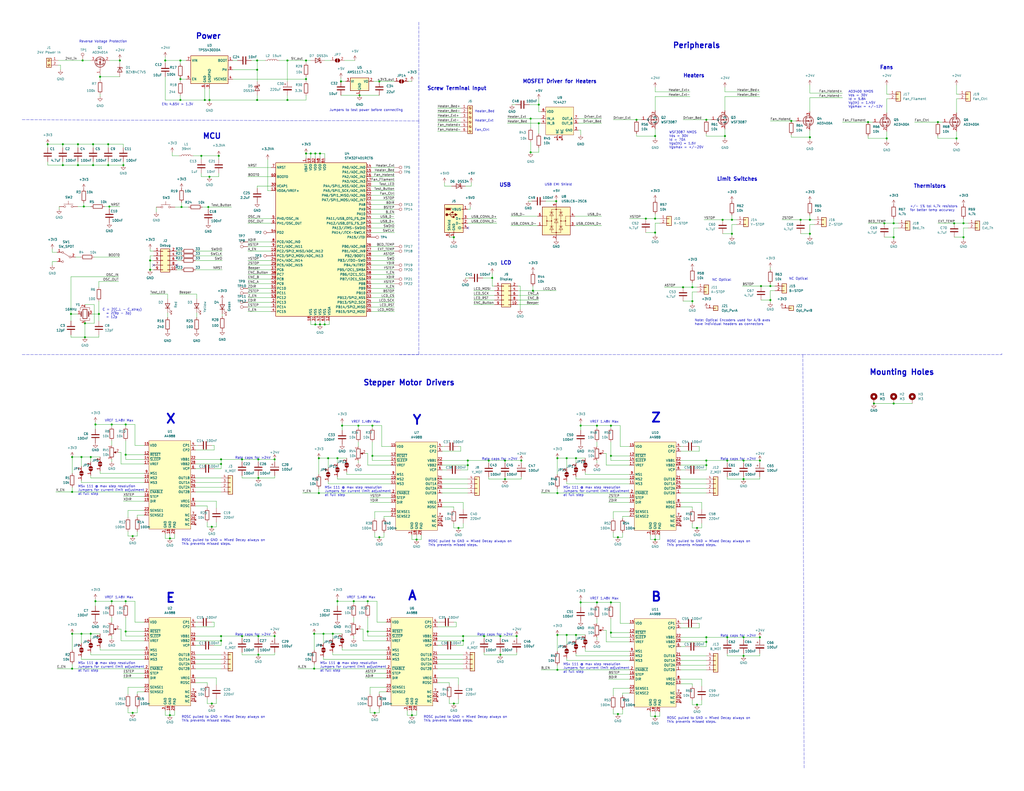
<source format=kicad_sch>
(kicad_sch (version 20211123) (generator eeschema)
  (paper "C")
  (title_block (title "MP3DP Schematic") (date "2022-02-24") (rev "V1.0") (company "University of Waterloo"))
  (lib_symbols
    (symbol "Connector:Screw_Terminal_01x02" (pin_names (offset 1.016) hide)
      (property "Reference" "J" (at 0 2.54 0))
      (property "Value" "Screw_Terminal_01x02" (at 0 -5.08 0))
      (symbol "Screw_Terminal_01x02_1_1"
        (pin passive line (at -5.08 0 0) (length 3.81) (name "Pin_1") (number "1"))
        (pin passive line (at -5.08 -2.54 0) (length 3.81) (name "Pin_2") (number "2"))
      )
    )
    (symbol "Connector:Screw_Terminal_01x06" (pin_names (offset 1.016) hide)
      (property "Reference" "J" (at 0 7.62 0))
      (property "Value" "Screw_Terminal_01x06" (at 0 -10.16 0))
      (symbol "Screw_Terminal_01x06_1_1"
        (pin passive line (at -5.08 5.08 0) (length 3.81) (name "Pin_1") (number "1"))
        (pin passive line (at -5.08 2.54 0) (length 3.81) (name "Pin_2") (number "2"))
        (pin passive line (at -5.08 0 0) (length 3.81) (name "Pin_3") (number "3"))
        (pin passive line (at -5.08 -2.54 0) (length 3.81) (name "Pin_4") (number "4"))
        (pin passive line (at -5.08 -5.08 0) (length 3.81) (name "Pin_5") (number "5"))
        (pin passive line (at -5.08 -7.62 0) (length 3.81) (name "Pin_6") (number "6"))
      )
    )
    (symbol "Connector:TestPoint" (pin_numbers hide) (pin_names (offset 0.762) hide)
      (property "Reference" "TP" (at 0 6.858 0))
      (property "Value" "TestPoint" (at 0 5.08 0))
      (symbol "TestPoint_1_1"
        (pin passive line (at 0 0 90) (length 2.54) (name "1") (number "1"))
      )
    )
    (symbol "Connector:USB_B_Micro" (pin_names (offset 1.016))
      (property "Reference" "J" (at -5.08 11.43 0))
      (property "Value" "USB_B_Micro" (at -5.08 8.89 0))
      (symbol "USB_B_Micro_1_1"
        (pin power_out line (at 7.62 5.08 180) (length 2.54) (name "VBUS") (number "1"))
        (pin bidirectional line (at 7.62 -2.54 180) (length 2.54) (name "D-") (number "2"))
        (pin bidirectional line (at 7.62 0 180) (length 2.54) (name "D+") (number "3"))
        (pin passive line (at 7.62 -5.08 180) (length 2.54) (name "ID") (number "4"))
        (pin power_out line (at 0 -10.16 90) (length 2.54) (name "GND") (number "5"))
        (pin passive line (at -2.54 -10.16 90) (length 2.54) (name "Shield") (number "6"))
      )
    )
    (symbol "Connector_Generic:Conn_01x01" (pin_names (offset 1.016) hide)
      (property "Reference" "J" (at 0 2.54 0))
      (property "Value" "Conn_01x01" (at 0 -2.54 0))
      (symbol "Conn_01x01_1_1"
        (pin passive line (at -5.08 0 0) (length 3.81) (name "Pin_1") (number "1"))
      )
    )
    (symbol "Connector_Generic:Conn_01x02" (pin_names (offset 1.016) hide)
      (property "Reference" "J" (at 0 2.54 0))
      (property "Value" "Conn_01x02" (at 0 -5.08 0))
      (symbol "Conn_01x02_1_1"
        (pin passive line (at -5.08 0 0) (length 3.81) (name "Pin_1") (number "1"))
        (pin passive line (at -5.08 -2.54 0) (length 3.81) (name "Pin_2") (number "2"))
      )
    )
    (symbol "Connector_Generic:Conn_01x04" (pin_names (offset 1.016) hide)
      (property "Reference" "J" (at 0 5.08 0))
      (property "Value" "Conn_01x04" (at 0 -7.62 0))
      (symbol "Conn_01x04_1_1"
        (pin passive line (at -5.08 2.54 0) (length 3.81) (name "Pin_1") (number "1"))
        (pin passive line (at -5.08 0 0) (length 3.81) (name "Pin_2") (number "2"))
        (pin passive line (at -5.08 -2.54 0) (length 3.81) (name "Pin_3") (number "3"))
        (pin passive line (at -5.08 -5.08 0) (length 3.81) (name "Pin_4") (number "4"))
      )
    )
    (symbol "Connector_Generic:Conn_02x05_Odd_Even" (pin_names (offset 1.016) hide)
      (property "Reference" "J" (at 1.27 7.62 0))
      (property "Value" "Conn_02x05_Odd_Even" (at 1.27 -7.62 0))
      (symbol "Conn_02x05_Odd_Even_1_1"
        (pin passive line (at -5.08 5.08 0) (length 3.81) (name "Pin_1") (number "1"))
        (pin passive line (at 7.62 -5.08 180) (length 3.81) (name "Pin_10") (number "10"))
        (pin passive line (at 7.62 5.08 180) (length 3.81) (name "Pin_2") (number "2"))
        (pin passive line (at -5.08 2.54 0) (length 3.81) (name "Pin_3") (number "3"))
        (pin passive line (at 7.62 2.54 180) (length 3.81) (name "Pin_4") (number "4"))
        (pin passive line (at -5.08 0 0) (length 3.81) (name "Pin_5") (number "5"))
        (pin passive line (at 7.62 0 180) (length 3.81) (name "Pin_6") (number "6"))
        (pin passive line (at -5.08 -2.54 0) (length 3.81) (name "Pin_7") (number "7"))
        (pin passive line (at 7.62 -2.54 180) (length 3.81) (name "Pin_8") (number "8"))
        (pin passive line (at -5.08 -5.08 0) (length 3.81) (name "Pin_9") (number "9"))
      )
    )
    (symbol "Device:C" (pin_numbers hide) (pin_names (offset 0.254))
      (property "Reference" "C" (at 0.635 2.54 0))
      (property "Value" "C" (at 0.635 -2.54 0))
      (symbol "C_1_1"
        (pin passive line (at 0 3.81 270) (length 2.794) (name "~") (number "1"))
        (pin passive line (at 0 -3.81 90) (length 2.794) (name "~") (number "2"))
      )
    )
    (symbol "Device:C_Polarized" (pin_numbers hide) (pin_names (offset 0.254))
      (property "Reference" "C" (at 0.635 2.54 0))
      (property "Value" "C_Polarized" (at 0.635 -2.54 0))
      (symbol "C_Polarized_1_1"
        (pin passive line (at 0 3.81 270) (length 2.794) (name "~") (number "1"))
        (pin passive line (at 0 -3.81 90) (length 2.794) (name "~") (number "2"))
      )
    )
    (symbol "Device:Crystal_GND24" (pin_names (offset 1.016) hide)
      (property "Reference" "Y" (at 3.175 5.08 0))
      (property "Value" "Crystal_GND24" (at 3.175 3.175 0))
      (symbol "Crystal_GND24_1_1"
        (pin passive line (at -3.81 0 0) (length 1.27) (name "1") (number "1"))
        (pin passive line (at 0 5.08 270) (length 1.27) (name "2") (number "2"))
        (pin passive line (at 3.81 0 180) (length 1.27) (name "3") (number "3"))
        (pin passive line (at 0 -5.08 90) (length 1.27) (name "4") (number "4"))
      )
    )
    (symbol "Device:L" (pin_numbers hide) (pin_names (offset 1.016) hide)
      (property "Reference" "L" (at -1.27 0 90))
      (property "Value" "L" (at 1.905 0 90))
      (symbol "L_1_1"
        (pin passive line (at 0 3.81 270) (length 1.27) (name "1") (number "1"))
        (pin passive line (at 0 -3.81 90) (length 1.27) (name "2") (number "2"))
      )
    )
    (symbol "Device:LED" (pin_numbers hide) (pin_names (offset 1.016) hide)
      (property "Reference" "D" (at 0 2.54 0))
      (property "Value" "LED" (at 0 -2.54 0))
      (symbol "LED_1_1"
        (pin passive line (at -3.81 0 0) (length 2.54) (name "K") (number "1"))
        (pin passive line (at 3.81 0 180) (length 2.54) (name "A") (number "2"))
      )
    )
    (symbol "Device:R" (pin_numbers hide) (pin_names (offset 0))
      (property "Reference" "R" (at 2.032 0 90))
      (property "Value" "R" (at 0 0 90))
      (symbol "R_1_1"
        (pin passive line (at 0 3.81 270) (length 1.27) (name "~") (number "1"))
        (pin passive line (at 0 -3.81 90) (length 1.27) (name "~") (number "2"))
      )
    )
    (symbol "Device:R_Potentiometer" (pin_names (offset 1.016) hide)
      (property "Reference" "RV" (at -4.445 0 90))
      (property "Value" "R_Potentiometer" (at -2.54 0 90))
      (symbol "R_Potentiometer_1_1"
        (pin passive line (at 0 3.81 270) (length 1.27) (name "1") (number "1"))
        (pin passive line (at 3.81 0 180) (length 1.27) (name "2") (number "2"))
        (pin passive line (at 0 -3.81 90) (length 1.27) (name "3") (number "3"))
      )
    )
    (symbol "Diode:B340" (pin_numbers hide) (pin_names (offset 1.016) hide)
      (property "Reference" "D" (at 0 2.54 0))
      (property "Value" "B340" (at 0 -2.54 0))
      (symbol "B340_1_1"
        (pin passive line (at -3.81 0 0) (length 2.54) (name "K") (number "1"))
        (pin passive line (at 3.81 0 180) (length 2.54) (name "A") (number "2"))
      )
    )
    (symbol "Diode:BZX84Cxx" (pin_numbers hide) (pin_names (offset 1.016) hide)
      (property "Reference" "D" (at 0 2.54 0))
      (property "Value" "BZX84Cxx" (at 0 -2.54 0))
      (symbol "BZX84Cxx_1_1"
        (pin passive line (at -3.81 0 0) (length 2.54) (name "K") (number "1"))
        (pin passive line (at 3.81 0 180) (length 2.54) (name "A") (number "2"))
      )
    )
    (symbol "Jumper:SolderJumper_2_Open" (pin_names (offset 0) hide)
      (property "Reference" "JP" (at 0 2.032 0))
      (property "Value" "SolderJumper_2_Open" (at 0 -2.54 0))
      (symbol "SolderJumper_2_Open_1_1"
        (pin passive line (at -3.81 0 0) (length 2.54) (name "A") (number "1"))
        (pin passive line (at 3.81 0 180) (length 2.54) (name "B") (number "2"))
      )
    )
    (symbol "MP3DP_SymLib:A4988"
      (property "Reference" "U" (at -1.27 26.67 0))
      (property "Value" "A4988" (at 0 24.13 0))
      (symbol "A4988_1_1"
        (pin output line (at 13.97 -5.08 180) (length 2.54) (name "OUT2B") (number "1"))
        (pin input line (at -13.97 2.54 0) (length 2.54) (name "MS2") (number "10"))
        (pin input line (at -13.97 0 0) (length 2.54) (name "MS3") (number "11"))
        (pin input line (at -13.97 15.24 0) (length 2.54) (name "~{RESET}") (number "12"))
        (pin input line (at 13.97 -12.7 180) (length 2.54) (name "ROSC") (number "13"))
        (pin input line (at -13.97 12.7 0) (length 2.54) (name "~{SLEEP}") (number "14"))
        (pin power_in line (at -13.97 20.32 0) (length 2.54) (name "VDD") (number "15"))
        (pin input line (at -13.97 -7.62 0) (length 2.54) (name "STEP") (number "16"))
        (pin input line (at -13.97 10.16 0) (length 2.54) (name "VREF") (number "17"))
        (pin power_in line (at 0 -27.94 90) (length 2.54) (name "GND") (number "18"))
        (pin input line (at -13.97 -10.16 0) (length 2.54) (name "DIR") (number "19"))
        (pin input line (at -13.97 -5.08 0) (length 2.54) (name "~{ENABLE}") (number "2"))
        (pin no_connect line (at 13.97 -20.32 180) (length 2.54) (name "NC") (number "20"))
        (pin output line (at 13.97 2.54 180) (length 2.54) (name "OUT1B") (number "21"))
        (pin power_in line (at 13.97 12.7 180) (length 2.54) (name "VBB1") (number "22"))
        (pin input line (at -13.97 -15.24 0) (length 2.54) (name "SENSE1") (number "23"))
        (pin output line (at 13.97 0 180) (length 2.54) (name "OUT1A") (number "24"))
        (pin no_connect line (at 13.97 -22.86 180) (length 2.54) (name "NC") (number "25"))
        (pin output line (at 13.97 -2.54 180) (length 2.54) (name "OUT2A") (number "26"))
        (pin input line (at -13.97 -17.78 0) (length 2.54) (name "SENSE2") (number "27"))
        (pin power_in line (at 13.97 10.16 180) (length 2.54) (name "VBB2") (number "28"))
        (pin power_in line (at 2.54 -27.94 90) (length 2.54) (name "PAD") (number "29"))
        (pin power_in line (at -2.54 -27.94 90) (length 2.54) (name "GND") (number "3"))
        (pin input line (at 13.97 20.32 180) (length 2.54) (name "CP1") (number "4"))
        (pin input line (at 13.97 17.78 180) (length 2.54) (name "CP2") (number "5"))
        (pin input line (at 13.97 7.62 180) (length 2.54) (name "VCP") (number "6"))
        (pin no_connect line (at 13.97 -17.78 180) (length 2.54) (name "NC") (number "7"))
        (pin input line (at 13.97 -10.16 180) (length 2.54) (name "VREG") (number "8"))
        (pin input line (at -13.97 5.08 0) (length 2.54) (name "MS1") (number "9"))
      )
    )
    (symbol "MP3DP_SymLib:STM32F401RCTx"
      (property "Reference" "U" (at 0 2.54 0))
      (property "Value" "STM32F401RCTx" (at 0 0 0))
      (symbol "STM32F401RCTx_1_1"
        (pin power_in line (at -6.35 -13.97 270) (length 2.54) (name "VBAT") (number "1"))
        (pin bidirectional line (at -25.4 -64.77 0) (length 2.54) (name "PC2/SPI2_MISO/ADC_IN12") (number "10"))
        (pin bidirectional line (at -25.4 -67.31 0) (length 2.54) (name "PC3/SPI2_MOSI/ADC_IN13") (number "11"))
        (pin power_in line (at 6.35 -102.87 90) (length 2.54) (name "VSSA") (number "12"))
        (pin power_in line (at -25.4 -31.75 0) (length 2.54) (name "VDDA/VREF+") (number "13"))
        (pin bidirectional line (at 29.21 -19.05 180) (length 2.54) (name "PA0/ADC_IN0") (number "14"))
        (pin bidirectional line (at 29.21 -21.59 180) (length 2.54) (name "PA1/ADC_IN2") (number "15"))
        (pin bidirectional line (at 29.21 -24.13 180) (length 2.54) (name "PA2/ADC_IN2") (number "16"))
        (pin bidirectional line (at 29.21 -26.67 180) (length 2.54) (name "PA3/ADC_IN3") (number "17"))
        (pin power_in line (at -3.81 -102.87 90) (length 2.54) (name "VSS") (number "18"))
        (pin power_in line (at -3.81 -13.97 270) (length 2.54) (name "VDD") (number "19"))
        (pin bidirectional line (at -25.4 -92.71 0) (length 2.54) (name "PC13") (number "2"))
        (pin bidirectional line (at 29.21 -29.21 180) (length 2.54) (name "PA4/SPI1_NSS/ADC_IN4") (number "20"))
        (pin bidirectional line (at 29.21 -31.75 180) (length 2.54) (name "PA5/SPI1_SCK/ADC_IN5") (number "21"))
        (pin bidirectional line (at 29.21 -34.29 180) (length 2.54) (name "PA6/SPI1_MISO/ADC_IN6") (number "22"))
        (pin bidirectional line (at 29.21 -36.83 180) (length 2.54) (name "PA7/SPI1_MOSI/ADC_IN7") (number "23"))
        (pin bidirectional line (at -25.4 -69.85 0) (length 2.54) (name "PC4/ADC_IN14") (number "24"))
        (pin bidirectional line (at -25.4 -72.39 0) (length 2.54) (name "PC5/ADC_IN15") (number "25"))
        (pin bidirectional line (at 29.21 -62.23 180) (length 2.54) (name "PB0/ADC_IN8") (number "26"))
        (pin bidirectional line (at 29.21 -64.77 180) (length 2.54) (name "PB1/ADC_IN9") (number "27"))
        (pin bidirectional line (at 29.21 -67.31 180) (length 2.54) (name "PB2/BOOT1") (number "28"))
        (pin bidirectional line (at 29.21 -87.63 180) (length 2.54) (name "PB10") (number "29"))
        (pin bidirectional line (at -25.4 -95.25 0) (length 2.54) (name "PC14") (number "3"))
        (pin power_in line (at -25.4 -29.21 0) (length 2.54) (name "VCAP1") (number "30"))
        (pin power_in line (at -1.27 -102.87 90) (length 2.54) (name "VSS") (number "31"))
        (pin power_in line (at -1.27 -13.97 270) (length 2.54) (name "VDD") (number "32"))
        (pin bidirectional line (at 29.21 -90.17 180) (length 2.54) (name "PB12/SPI2_NSS") (number "33"))
        (pin bidirectional line (at 29.21 -92.71 180) (length 2.54) (name "PB13/SPI2_SCK") (number "34"))
        (pin bidirectional line (at 29.21 -95.25 180) (length 2.54) (name "PB14/SPI2_MISO") (number "35"))
        (pin bidirectional line (at 29.21 -97.79 180) (length 2.54) (name "PB15/SPI2_MOSI") (number "36"))
        (pin bidirectional line (at -25.4 -74.93 0) (length 2.54) (name "PC6") (number "37"))
        (pin bidirectional line (at -25.4 -77.47 0) (length 2.54) (name "PC7") (number "38"))
        (pin bidirectional line (at -25.4 -80.01 0) (length 2.54) (name "PC8") (number "39"))
        (pin bidirectional line (at -25.4 -97.79 0) (length 2.54) (name "PC15") (number "4"))
        (pin bidirectional line (at -25.4 -82.55 0) (length 2.54) (name "PC9") (number "40"))
        (pin bidirectional line (at 29.21 -39.37 180) (length 2.54) (name "PA8") (number "41"))
        (pin bidirectional line (at 29.21 -41.91 180) (length 2.54) (name "PA9") (number "42"))
        (pin bidirectional line (at 29.21 -44.45 180) (length 2.54) (name "PA10") (number "43"))
        (pin bidirectional line (at 29.21 -46.99 180) (length 2.54) (name "PA11/USB_OTG_FS_DM") (number "44"))
        (pin bidirectional line (at 29.21 -49.53 180) (length 2.54) (name "PA12/USB_OTG_FS_DP") (number "45"))
        (pin bidirectional line (at 29.21 -52.07 180) (length 2.54) (name "PA13/JTMS-SWDIO") (number "46"))
        (pin power_in line (at 1.27 -102.87 90) (length 2.54) (name "VSS") (number "47"))
        (pin power_in line (at 1.27 -13.97 270) (length 2.54) (name "VDD") (number "48"))
        (pin bidirectional line (at 29.21 -54.61 180) (length 2.54) (name "PA14/JTCK-SWCLK") (number "49"))
        (pin input line (at -25.4 -46.99 0) (length 2.54) (name "PH0/OSC_IN") (number "5"))
        (pin bidirectional line (at 29.21 -57.15 180) (length 2.54) (name "PA15/JTDI") (number "50"))
        (pin bidirectional line (at -25.4 -85.09 0) (length 2.54) (name "PC10") (number "51"))
        (pin bidirectional line (at -25.4 -87.63 0) (length 2.54) (name "PC11") (number "52"))
        (pin bidirectional line (at -25.4 -90.17 0) (length 2.54) (name "PC12") (number "53"))
        (pin bidirectional line (at -25.4 -54.61 0) (length 2.54) (name "PD2") (number "54"))
        (pin bidirectional line (at 29.21 -69.85 180) (length 2.54) (name "PB3/JTDO-SWO") (number "55"))
        (pin bidirectional line (at 29.21 -72.39 180) (length 2.54) (name "PB4/NJTRST") (number "56"))
        (pin bidirectional line (at 29.21 -74.93 180) (length 2.54) (name "PB5/I2C1_SMBA") (number "57"))
        (pin bidirectional line (at 29.21 -77.47 180) (length 2.54) (name "PB6/I2C1_SCL") (number "58"))
        (pin bidirectional line (at 29.21 -80.01 180) (length 2.54) (name "PB7/I2C1_SDA") (number "59"))
        (pin input line (at -25.4 -49.53 0) (length 2.54) (name "PH1/OSC_OUT") (number "6"))
        (pin input line (at -25.4 -24.13 0) (length 2.54) (name "BOOT0") (number "60"))
        (pin bidirectional line (at 29.21 -82.55 180) (length 2.54) (name "PB8") (number "61"))
        (pin bidirectional line (at 29.21 -85.09 180) (length 2.54) (name "PB9") (number "62"))
        (pin power_in line (at 3.81 -102.87 90) (length 2.54) (name "VSS") (number "63"))
        (pin power_in line (at 3.81 -13.97 270) (length 2.54) (name "VDD") (number "64"))
        (pin input line (at -25.4 -19.05 0) (length 2.54) (name "NRST") (number "7"))
        (pin bidirectional line (at -25.4 -59.69 0) (length 2.54) (name "PC0/ADC_IN0") (number "8"))
        (pin bidirectional line (at -25.4 -62.23 0) (length 2.54) (name "PC1/ADC_IN11") (number "9"))
      )
    )
    (symbol "MP3DP_SymLib:TC4427"
      (property "Reference" "U" (at 0 1.27 0))
      (property "Value" "TC4427" (at 0 -1.27 0))
      (symbol "TC4427_1_1"
        (pin no_connect line (at -1.27 -20.32 90) (length 2.54) (name "NC") (number "1"))
        (pin input line (at -10.16 -8.89 0) (length 2.54) (name "IN_A") (number "2"))
        (pin power_out line (at 10.16 -15.24 180) (length 2.54) (name "GND") (number "3"))
        (pin input line (at -10.16 -11.43 0) (length 2.54) (name "IN_B") (number "4"))
        (pin output line (at 10.16 -11.43 180) (length 2.54) (name "OUT_B") (number "5"))
        (pin power_in line (at -10.16 -5.08 0) (length 2.54) (name "VDD") (number "6"))
        (pin output line (at 10.16 -8.89 180) (length 2.54) (name "OUT_A") (number "7"))
        (pin no_connect line (at 1.27 -20.32 90) (length 2.54) (name "NC") (number "8"))
      )
    )
    (symbol "MP3DP_SymLib:WSF3087"
      (property "Reference" "Q" (at 5.08 3.81 0))
      (property "Value" "WSF3087" (at 8.89 -2.54 0))
      (symbol "WSF3087_1_1"
        (pin input line (at -6.35 0 0) (length 2.54) (name "G") (number "1"))
        (pin passive line (at 1.27 5.08 270) (length 2.54) (name "D") (number "2"))
        (pin passive line (at 1.27 -5.08 90) (length 2.54) (name "S") (number "3"))
      )
    )
    (symbol "Mechanical:MountingHole_Pad" (pin_numbers hide) (pin_names (offset 1.016) hide)
      (property "Reference" "H" (at 0 6.35 0))
      (property "Value" "MountingHole_Pad" (at 0 4.445 0))
      (symbol "MountingHole_Pad_1_1"
        (pin input line (at 0 -2.54 90) (length 2.54) (name "1") (number "1"))
      )
    )
    (symbol "Power_Protection:USBLC6-2SC6" (pin_names hide)
      (property "Reference" "U" (at 2.54 8.89 0))
      (property "Value" "USBLC6-2SC6" (at 2.54 -8.89 0))
      (symbol "USBLC6-2SC6_1_1"
        (pin passive line (at -10.16 -2.54 0) (length 2.54) (name "I/O1") (number "1"))
        (pin passive line (at 0 -10.16 90) (length 2.54) (name "GND") (number "2"))
        (pin passive line (at 10.16 -2.54 180) (length 2.54) (name "I/O2") (number "3"))
        (pin passive line (at 10.16 2.54 180) (length 2.54) (name "I/O2") (number "4"))
        (pin passive line (at 0 10.16 270) (length 2.54) (name "VBUS") (number "5"))
        (pin passive line (at -10.16 2.54 0) (length 2.54) (name "I/O1") (number "6"))
      )
    )
    (symbol "Regulator_Linear:AMS1117-3.3" (pin_names (offset 0.254))
      (property "Reference" "U" (at -3.81 3.175 0))
      (property "Value" "AMS1117-3.3" (at 0 3.175 0))
      (symbol "AMS1117-3.3_1_1"
        (pin power_in line (at 0 -7.62 90) (length 2.54) (name "GND") (number "1"))
        (pin power_out line (at 7.62 0 180) (length 2.54) (name "VO") (number "2"))
        (pin power_in line (at -7.62 0 0) (length 2.54) (name "VI") (number "3"))
      )
    )
    (symbol "Regulator_Switching:TPS5430DDA"
      (property "Reference" "U" (at -10.16 8.89 0))
      (property "Value" "TPS5430DDA" (at -1.27 8.89 0))
      (symbol "TPS5430DDA_1_1"
        (pin input line (at 12.7 5.08 180) (length 2.54) (name "BOOT") (number "1"))
        (pin no_connect line (at -10.16 2.54 0) (length 2.54) hide (name "NC") (number "2"))
        (pin no_connect line (at -10.16 -2.54 0) (length 2.54) hide (name "NC") (number "3"))
        (pin input line (at 12.7 -5.08 180) (length 2.54) (name "VSENSE") (number "4"))
        (pin input line (at -12.7 -5.08 0) (length 2.54) (name "EN") (number "5"))
        (pin power_in line (at -2.54 -10.16 90) (length 2.54) (name "GND") (number "6"))
        (pin power_in line (at -12.7 5.08 0) (length 2.54) (name "VIN") (number "7"))
        (pin output line (at 12.7 0 180) (length 2.54) (name "PH") (number "8"))
        (pin power_in line (at 0 -10.16 90) (length 2.54) (name "GNDPAD") (number "9"))
      )
    )
    (symbol "Switch:SW_Push" (pin_numbers hide) (pin_names (offset 1.016) hide)
      (property "Reference" "SW" (at 1.27 2.54 0))
      (property "Value" "SW_Push" (at 0 -1.524 0))
      (symbol "SW_Push_0_1"
        (pin passive line (at -5.08 0 0) (length 2.54) (name "1") (number "1"))
        (pin passive line (at 5.08 0 180) (length 2.54) (name "2") (number "2"))
      )
    )
    (symbol "Switch:SW_SPDT" (pin_names (offset 0) hide)
      (property "Reference" "SW" (at 0 4.318 0))
      (property "Value" "SW_SPDT" (at 0 -5.08 0))
      (symbol "SW_SPDT_1_1"
        (pin passive line (at 5.08 2.54 180) (length 2.54) (name "A") (number "1"))
        (pin passive line (at -5.08 0 0) (length 2.54) (name "B") (number "2"))
        (pin passive line (at 5.08 -2.54 180) (length 2.54) (name "C") (number "3"))
      )
    )
    (symbol "Transistor_FET:AO3400A" (pin_names hide)
      (property "Reference" "Q" (at 5.08 1.905 0))
      (property "Value" "AO3400A" (at 5.08 0 0))
      (symbol "AO3400A_1_1"
        (pin input line (at -5.08 0 0) (length 2.54) (name "G") (number "1"))
        (pin passive line (at 2.54 -5.08 90) (length 2.54) (name "S") (number "2"))
        (pin passive line (at 2.54 5.08 270) (length 2.54) (name "D") (number "3"))
      )
    )
    (symbol "Transistor_FET:AO3401A" (pin_names hide)
      (property "Reference" "Q" (at 5.08 1.905 0))
      (property "Value" "AO3401A" (at 5.08 0 0))
      (symbol "AO3401A_1_1"
        (pin input line (at -5.08 0 0) (length 2.54) (name "G") (number "1"))
        (pin passive line (at 2.54 -5.08 90) (length 2.54) (name "S") (number "2"))
        (pin passive line (at 2.54 5.08 270) (length 2.54) (name "D") (number "3"))
      )
    )
    (symbol "WSF3087_1"
      (property "Reference" "Q" (at 5.08 3.81 0))
      (property "Value" "WSF3087_1" (at 8.89 -2.54 0))
      (symbol "WSF3087_1_1_1"
        (pin input line (at -6.35 0 0) (length 2.54) (name "G") (number "1"))
        (pin passive line (at 1.27 5.08 270) (length 2.54) (name "D") (number "2"))
        (pin passive line (at 1.27 -5.08 90) (length 2.54) (name "S") (number "3"))
      )
    )
    (symbol "power:+24V" (power) (pin_names (offset 0))
      (property "Value" "+24V" (at 0 3.556 0))
      (symbol "+24V_1_1"
        (pin power_in line (at 0 0 90) (length 0) hide (name "+24V") (number "1"))
      )
    )
    (symbol "power:+3.3V" (power) (pin_names (offset 0))
      (property "Value" "+3.3V" (at 0 3.556 0))
      (symbol "+3.3V_1_1"
        (pin power_in line (at 0 0 90) (length 0) hide (name "+3V3") (number "1"))
      )
    )
    (symbol "power:+3.3VA" (power) (pin_names (offset 0))
      (property "Value" "+3.3VA" (at 0 3.556 0))
      (symbol "+3.3VA_1_1"
        (pin power_in line (at 0 0 90) (length 0) hide (name "+3.3VA") (number "1"))
      )
    )
    (symbol "power:+5V" (power) (pin_names (offset 0))
      (property "Value" "+5V" (at 0 3.556 0))
      (symbol "+5V_1_1"
        (pin power_in line (at 0 0 90) (length 0) hide (name "+5V") (number "1"))
      )
    )
    (symbol "power:+5VD" (power) (pin_names (offset 0))
      (property "Value" "+5VD" (at 0 3.556 0))
      (symbol "+5VD_1_1"
        (pin power_in line (at 0 0 90) (length 0) hide (name "+5VD") (number "1"))
      )
    )
    (symbol "power:GND" (power) (pin_names (offset 0))
      (property "Value" "GND" (at 0 -3.81 0))
      (symbol "GND_1_1"
        (pin power_in line (at 0 0 270) (length 0) hide (name "GND") (number "1"))
      )
    )
  )
  (junction (at 207.01 293.37))
  (junction (at 49.53 346.075))
  (junction (at 177.165 177.165))
  (junction (at 333.375 328.93))
  (junction (at 149.86 347.345))
  (junction (at 120.65 253.365))
  (junction (at 167.005 33.02))
  (junction (at 399.415 127.635))
  (junction (at 60.96 328.295))
  (junction (at 46.355 184.15))
  (junction (at 357.505 391.16))
  (junction (at 284.48 251.46))
  (junction (at 385.445 350.52))
  (junction (at 92.71 390.525))
  (junction (at 525.78 121.92))
  (junction (at 196.215 52.07))
  (junction (at 290.83 158.75))
  (junction (at 520.7 121.92))
  (junction (at 525.78 129.54))
  (junction (at 405.765 251.46))
  (junction (at 54.61 41.91))
  (junction (at 68.58 328.295))
  (junction (at 114.3 54.61))
  (junction (at 46.355 176.53))
  (junction (at 52.07 328.295))
  (junction (at 275.59 251.46))
  (junction (at 304.165 269.24))
  (junction (at 414.655 347.98))
  (junction (at 405.765 261.62))
  (junction (at 181.61 346.075))
  (junction (at 200.66 328.295))
  (junction (at 273.05 357.505))
  (junction (at 120.65 347.345))
  (junction (at 171.45 346.075))
  (junction (at 186.69 232.41))
  (junction (at 352.425 119.38))
  (junction (at 149.86 250.825))
  (junction (at 140.97 357.505))
  (junction (at 60.96 231.775))
  (junction (at 268.605 151.765))
  (junction (at 347.345 65.405))
  (junction (at 247.65 384.175))
  (junction (at 109.855 85.09))
  (junction (at 289.56 83.185))
  (junction (at 34.29 90.17))
  (junction (at 173.99 269.24))
  (junction (at 441.96 74.93))
  (junction (at 357.505 74.295))
  (junction (at 52.07 231.775))
  (junction (at 372.745 156.845))
  (junction (at 415.29 156.21))
  (junction (at 377.825 156.845))
  (junction (at 314.325 250.19))
  (junction (at 200.66 344.805))
  (junction (at 436.88 120.015))
  (junction (at 420.37 163.83))
  (junction (at 333.375 232.41))
  (junction (at 281.94 347.345))
  (junction (at 473.71 66.675))
  (junction (at 156.845 54.61))
  (junction (at 255.27 254))
  (junction (at 115.57 287.655))
  (junction (at 385.445 254))
  (junction (at 333.375 345.44))
  (junction (at 184.15 328.295))
  (junction (at 405.765 347.98))
  (junction (at 294.005 67.31))
  (junction (at 333.375 248.92))
  (junction (at 50.8 90.17))
  (junction (at 26.035 78.74))
  (junction (at 304.165 346.71))
  (junction (at 140.335 38.1))
  (junction (at 487.68 129.54))
  (junction (at 98.425 54.61))
  (junction (at 380.365 384.81))
  (junction (at 167.005 83.82))
  (junction (at 68.58 231.775))
  (junction (at 255.27 251.46))
  (junction (at 224.79 390.525))
  (junction (at 173.99 250.19))
  (junction (at 39.37 268.605))
  (junction (at 65.405 33.02))
  (junction (at 377.825 164.465))
  (junction (at 289.56 64.77))
  (junction (at 45.085 33.02))
  (junction (at 273.05 347.345))
  (junction (at 174.625 177.165))
  (junction (at 44.45 249.555))
  (junction (at 441.96 120.015))
  (junction (at 304.165 250.19))
  (junction (at 176.53 346.075))
  (junction (at 140.97 250.825))
  (junction (at 59.055 78.74))
  (junction (at 140.335 33.02))
  (junction (at 68.58 248.285))
  (junction (at 357.505 119.38))
  (junction (at 42.545 78.74))
  (junction (at 316.865 328.93))
  (junction (at 72.39 292.735))
  (junction (at 304.165 365.76))
  (junction (at 414.655 251.46))
  (junction (at 72.39 389.255))
  (junction (at 487.68 121.92))
  (junction (at 275.59 261.62))
  (junction (at 42.545 90.17))
  (junction (at 441.96 127.635))
  (junction (at 140.335 54.61))
  (junction (at 193.04 328.295))
  (junction (at 38.735 171.45))
  (junction (at 207.01 44.45))
  (junction (at 90.17 33.02))
  (junction (at 167.005 43.18))
  (junction (at 247.65 129.54))
  (junction (at 396.875 347.98))
  (junction (at 115.57 384.175))
  (junction (at 294.005 57.15))
  (junction (at 98.425 33.02))
  (junction (at 49.53 249.555))
  (junction (at 266.7 251.46))
  (junction (at 250.19 288.29))
  (junction (at 195.58 232.41))
  (junction (at 59.69 112.776))
  (junction (at 53.975 171.45))
  (junction (at 204.47 389.255))
  (junction (at 132.08 347.345))
  (junction (at 39.37 346.075))
  (junction (at 81.915 142.24))
  (junction (at 337.185 293.37))
  (junction (at 50.8 78.74))
  (junction (at 309.245 346.71))
  (junction (at 394.335 120.015))
  (junction (at 325.755 328.93))
  (junction (at 357.505 294.64))
  (junction (at 337.185 389.89))
  (junction (at 99.06 113.03))
  (junction (at 172.085 83.82))
  (junction (at 44.45 346.075))
  (junction (at 140.97 347.345))
  (junction (at 405.765 358.14))
  (junction (at 140.97 260.985))
  (junction (at 169.545 83.82))
  (junction (at 385.445 347.98))
  (junction (at 111.76 54.61))
  (junction (at 314.325 346.71))
  (junction (at 203.2 232.41))
  (junction (at 120.65 250.825))
  (junction (at 227.33 294.64))
  (junction (at 303.53 109.855))
  (junction (at 59.055 90.17))
  (junction (at 120.65 349.885))
  (junction (at 482.6 121.92))
  (junction (at 67.31 90.17))
  (junction (at 45.72 112.776))
  (junction (at 68.58 344.805))
  (junction (at 114.3 96.52))
  (junction (at 399.415 120.015))
  (junction (at 184.15 250.19))
  (junction (at 395.605 74.295))
  (junction (at 252.73 347.345))
  (junction (at 476.885 220.345))
  (junction (at 174.625 83.82))
  (junction (at 39.37 249.555))
  (junction (at 34.29 78.74))
  (junction (at 325.755 232.41))
  (junction (at 81.915 147.32))
  (junction (at 132.08 250.825))
  (junction (at 119.38 85.09))
  (junction (at 483.87 75.565))
  (junction (at 203.2 248.92))
  (junction (at 357.505 127))
  (junction (at 316.865 232.41))
  (junction (at 385.445 65.405))
  (junction (at 113.665 113.03))
  (junction (at 156.845 33.02))
  (junction (at 171.45 365.125))
  (junction (at 420.37 156.21))
  (junction (at 511.81 66.675))
  (junction (at 431.8 66.04))
  (junction (at 380.365 288.29))
  (junction (at 487.68 220.345))
  (junction (at 396.875 251.46))
  (junction (at 92.71 294.005))
  (junction (at 521.97 75.565))
  (junction (at 264.16 347.345))
  (junction (at 98.425 43.18))
  (junction (at 39.37 365.125))
  (junction (at 179.07 250.19))
  (junction (at 385.445 251.46))
  (junction (at 172.085 177.165))
  (junction (at 186.055 44.45))
  (junction (at 309.245 250.19))
  (junction (at 252.73 349.885))
  (no_connect (at 83.82 144.78))
  (no_connect (at 96.52 144.78))
  (no_connect (at 255.27 124.46))
  (wire (pts (xy 106.68 372.745) (xy 113.03 372.745)))
  (wire (pts (xy 115.57 243.205) (xy 116.84 243.205)))
  (wire (pts (xy 195.58 251.46) (xy 195.58 252.73)))
  (wire (pts (xy 202.565 109.22) (xy 215.265 109.22)))
  (wire (pts (xy 248.92 342.265) (xy 238.76 342.265)))
  (wire (pts (xy 250.19 370.205) (xy 250.19 374.015)))
  (wire (pts (xy 98.425 54.61) (xy 111.76 54.61)))
  (wire (pts (xy 91.44 163.195) (xy 91.44 160.655)))
  (wire (pts (xy 315.595 71.12) (xy 316.865 71.12)))
  (wire (pts (xy 377.825 154.305) (xy 377.825 156.845)))
  (wire (pts (xy 333.375 241.3) (xy 333.375 248.92)))
  (wire (pts (xy 140.97 357.505) (xy 149.86 357.505)))
  (wire (pts (xy 354.965 294.64) (xy 357.505 294.64)))
  (wire (pts (xy 525.78 129.54) (xy 525.78 130.81)))
  (wire (pts (xy 213.36 243.84) (xy 208.28 243.84)))
  (wire (pts (xy 173.99 269.24) (xy 173.99 266.7)))
  (wire (pts (xy 116.84 243.205) (xy 116.84 245.745)))
  (wire (pts (xy 109.855 96.52) (xy 114.3 96.52)))
  (wire (pts (xy 405.765 347.98) (xy 414.655 347.98)))
  (wire (pts (xy 119.38 96.52) (xy 119.38 94.615)))
  (wire (pts (xy 338.455 340.36) (xy 338.455 328.93)))
  (wire (pts (xy 264.16 348.615) (xy 264.16 347.345)))
  (wire (pts (xy 114.3 96.52) (xy 119.38 96.52)))
  (wire (pts (xy 222.25 387.985) (xy 222.25 390.525)))
  (wire (pts (xy 420.37 66.04) (xy 431.8 66.04)))
  (wire (pts (xy 395.605 74.295) (xy 395.605 75.565)))
  (wire (pts (xy 441.96 120.015) (xy 444.5 120.015)))
  (wire (pts (xy 179.07 250.19) (xy 179.07 255.27)))
  (wire (pts (xy 174.625 83.82) (xy 174.625 86.36)))
  (wire (pts (xy 377.825 373.38) (xy 377.825 374.65)))
  (wire (pts (xy 238.76 365.125) (xy 252.73 365.125)))
  (wire (pts (xy 28.575 142.875) (xy 28.575 144.78)))
  (wire (pts (xy 174.625 177.165) (xy 177.165 177.165)))
  (wire (pts (xy 202.565 96.52) (xy 215.265 96.52)))
  (wire (pts (xy 169.545 175.26) (xy 169.545 177.165)))
  (wire (pts (xy 281.94 347.345) (xy 281.94 348.615)))
  (wire (pts (xy 106.68 260.985) (xy 120.65 260.985)))
  (wire (pts (xy 289.56 69.85) (xy 289.56 64.77)))
  (wire (pts (xy 377.825 276.86) (xy 377.825 278.13)))
  (wire (pts (xy 357.505 74.295) (xy 357.505 75.565)))
  (wire (pts (xy 420.37 146.05) (xy 420.37 147.32)))
  (wire (pts (xy 118.11 381.635) (xy 118.11 384.175)))
  (wire (pts (xy 174.625 83.82) (xy 177.165 83.82)))
  (wire (pts (xy 188.595 44.45) (xy 186.055 44.45)))
  (wire (pts (xy 90.17 34.29) (xy 90.17 33.02)))
  (wire (pts (xy 377.825 382.27) (xy 377.825 384.81)))
  (wire (pts (xy 186.055 44.45) (xy 186.055 42.545)))
  (wire (pts (xy 173.99 250.19) (xy 179.07 250.19)))
  (wire (pts (xy 487.68 121.92) (xy 490.22 121.92)))
  (wire (pts (xy 51.435 140.335) (xy 65.405 140.335)))
  (wire (pts (xy 200.66 337.185) (xy 200.66 344.805)))
  (wire (pts (xy 39.37 268.605) (xy 78.74 268.605)))
  (wire (pts (xy 251.46 243.84) (xy 251.46 246.38)))
  (wire (pts (xy 273.05 347.345) (xy 281.94 347.345)))
  (wire (pts (xy 99.06 110.49) (xy 99.06 113.03)))
  (wire (pts (xy 333.375 337.82) (xy 333.375 345.44)))
  (wire (pts (xy 420.37 163.83) (xy 420.37 165.1)))
  (wire (pts (xy 377.825 285.75) (xy 377.825 288.29)))
  (wire (pts (xy 483.87 46.355) (xy 483.87 51.435)))
  (wire (pts (xy 399.415 122.555) (xy 399.415 127.635)))
  (wire (pts (xy 333.375 328.93) (xy 338.455 328.93)))
  (wire (pts (xy 247.65 288.29) (xy 250.19 288.29)))
  (wire (pts (xy 39.37 249.555) (xy 44.45 249.555)))
  (wire (pts (xy 111.76 54.61) (xy 114.3 54.61)))
  (wire (pts (xy 395.605 47.625) (xy 395.605 50.165)))
  (wire (pts (xy 247.65 129.54) (xy 247.65 130.81)))
  (wire (pts (xy 384.175 120.015) (xy 394.335 120.015)))
  (wire (pts (xy 184.15 250.19) (xy 189.23 250.19)))
  (wire (pts (xy 26.035 88.265) (xy 26.035 90.17)))
  (wire (pts (xy 315.595 64.77) (xy 328.295 64.77)))
  (wire (pts (xy 334.645 290.83) (xy 334.645 293.37)))
  (wire (pts (xy 67.31 78.74) (xy 67.31 80.645)))
  (wire (pts (xy 343.535 119.38) (xy 352.425 119.38)))
  (wire (pts (xy 202.565 106.68) (xy 215.265 106.68)))
  (wire (pts (xy 334.645 279.4) (xy 343.535 279.4)))
  (wire (pts (xy 46.355 184.15) (xy 53.975 184.15)))
  (wire (pts (xy 499.11 66.675) (xy 511.81 66.675)))
  (wire (pts (xy 371.475 261.62) (xy 385.445 261.62)))
  (wire (pts (xy 140.335 38.1) (xy 140.335 44.45)))
  (wire (pts (xy 167.005 54.61) (xy 156.845 54.61)))
  (wire (pts (xy 241.3 266.7) (xy 255.27 266.7)))
  (wire (pts (xy 181.61 356.235) (xy 181.61 357.505)))
  (wire (pts (xy 258.445 161.29) (xy 269.875 161.29)))
  (wire (pts (xy 146.05 104.14) (xy 147.955 104.14)))
  (wire (pts (xy 316.865 328.93) (xy 325.755 328.93)))
  (wire (pts (xy 111.76 54.61) (xy 111.76 48.26)))
  (wire (pts (xy 339.725 378.46) (xy 339.725 379.73)))
  (wire (pts (xy 294.005 53.975) (xy 294.005 57.15)))
  (wire (pts (xy 473.71 121.92) (xy 482.6 121.92)))
  (wire (pts (xy 184.15 260.35) (xy 184.15 261.62)))
  (wire (pts (xy 396.875 252.73) (xy 396.875 251.46)))
  (wire (pts (xy 74.93 389.255) (xy 72.39 389.255)))
  (wire (pts (xy 66.04 349.885) (xy 78.74 349.885)))
  (wire (pts (xy 338.455 243.84) (xy 338.455 232.41)))
  (wire (pts (xy 42.545 78.74) (xy 50.8 78.74)))
  (wire (pts (xy 333.375 232.41) (xy 338.455 232.41)))
  (wire (pts (xy 90.17 41.91) (xy 90.17 54.61)))
  (wire (pts (xy 116.84 339.725) (xy 116.84 342.265)))
  (wire (pts (xy 59.055 88.265) (xy 59.055 90.17)))
  (wire (pts (xy 135.255 137.16) (xy 147.955 137.16)))
  (wire (pts (xy 273.05 357.505) (xy 281.94 357.505)))
  (wire (pts (xy 251.46 246.38) (xy 241.3 246.38)))
  (polyline (pts (xy 217.805 193.675) (xy 438.15 193.675)))
  (wire (pts (xy 269.875 156.21) (xy 268.605 156.21)))
  (wire (pts (xy 333.375 345.44) (xy 343.535 345.44)))
  (wire (pts (xy 74.93 281.305) (xy 74.93 282.575)))
  (wire (pts (xy 92.71 387.985) (xy 92.71 390.525)))
  (wire (pts (xy 67.31 367.665) (xy 78.74 367.665)))
  (wire (pts (xy 290.83 158.75) (xy 303.53 158.75)))
  (wire (pts (xy 325.755 347.98) (xy 325.755 349.25)))
  (wire (pts (xy 68.58 248.285) (xy 78.74 248.285)))
  (wire (pts (xy 26.035 78.74) (xy 34.29 78.74)))
  (wire (pts (xy 83.82 139.7) (xy 81.915 139.7)))
  (wire (pts (xy 203.2 232.41) (xy 203.2 233.68)))
  (wire (pts (xy 309.245 359.41) (xy 309.245 360.68)))
  (wire (pts (xy 357.505 388.62) (xy 357.505 391.16)))
  (wire (pts (xy 309.245 346.71) (xy 309.245 351.79)))
  (wire (pts (xy 238.76 357.505) (xy 252.73 357.505)))
  (wire (pts (xy 149.86 357.505) (xy 149.86 356.235)))
  (wire (pts (xy 241.3 276.86) (xy 247.65 276.86)))
  (wire (pts (xy 357.505 292.1) (xy 357.505 294.64)))
  (wire (pts (xy 179.07 262.89) (xy 179.07 264.16)))
  (wire (pts (xy 107.315 170.815) (xy 107.315 173.355)))
  (wire (pts (xy 313.69 123.19) (xy 328.295 123.19)))
  (wire (pts (xy 360.045 292.1) (xy 360.045 294.64)))
  (wire (pts (xy 135.255 157.48) (xy 147.955 157.48)))
  (wire (pts (xy 81.915 137.16) (xy 81.915 135.89)))
  (wire (pts (xy 181.61 346.075) (xy 181.61 348.615)))
  (wire (pts (xy 414.655 261.62) (xy 414.655 260.35)))
  (wire (pts (xy 521.97 75.565) (xy 521.97 76.835)))
  (wire (pts (xy 167.005 33.02) (xy 167.005 34.29)))
  (wire (pts (xy 53.975 153.67) (xy 64.77 153.67)))
  (wire (pts (xy 202.565 114.3) (xy 215.265 114.3)))
  (wire (pts (xy 525.78 124.46) (xy 525.78 129.54)))
  (polyline (pts (xy 438.15 193.675) (xy 546.735 193.675)))
  (wire (pts (xy 39.37 268.605) (xy 39.37 266.065)))
  (wire (pts (xy 381.635 243.84) (xy 381.635 246.38)))
  (wire (pts (xy 113.03 381.635) (xy 113.03 384.175)))
  (wire (pts (xy 198.12 343.535) (xy 198.12 349.885)))
  (wire (pts (xy 371.475 274.32) (xy 382.905 274.32)))
  (wire (pts (xy 44.45 346.075) (xy 44.45 351.155)))
  (wire (pts (xy 38.735 184.15) (xy 46.355 184.15)))
  (wire (pts (xy 382.905 285.75) (xy 382.905 288.29)))
  (wire (pts (xy 149.86 260.985) (xy 149.86 259.715)))
  (wire (pts (xy 173.99 259.08) (xy 173.99 250.19)))
  (wire (pts (xy 167.005 83.82) (xy 169.545 83.82)))
  (wire (pts (xy 135.255 134.62) (xy 147.955 134.62)))
  (wire (pts (xy 347.345 73.025) (xy 347.345 74.295)))
  (wire (pts (xy 325.755 330.2) (xy 325.755 328.93)))
  (wire (pts (xy 255.27 119.38) (xy 271.145 119.38)))
  (wire (pts (xy 90.17 390.525) (xy 92.71 390.525)))
  (wire (pts (xy 132.08 348.615) (xy 132.08 347.345)))
  (wire (pts (xy 149.86 250.825) (xy 149.86 252.095)))
  (wire (pts (xy 459.74 66.675) (xy 473.71 66.675)))
  (wire (pts (xy 385.445 347.98) (xy 396.875 347.98)))
  (wire (pts (xy 169.545 177.165) (xy 172.085 177.165)))
  (wire (pts (xy 73.66 339.725) (xy 73.66 328.295)))
  (wire (pts (xy 78.74 377.825) (xy 74.93 377.825)))
  (wire (pts (xy 405.765 356.87) (xy 405.765 358.14)))
  (wire (pts (xy 316.865 327.66) (xy 316.865 328.93)))
  (wire (pts (xy 120.65 250.825) (xy 120.65 253.365)))
  (wire (pts (xy 202.565 101.6) (xy 215.265 101.6)))
  (wire (pts (xy 275.59 251.46) (xy 275.59 252.73)))
  (wire (pts (xy 414.655 251.46) (xy 414.655 252.73)))
  (wire (pts (xy 325.755 337.82) (xy 325.755 340.36)))
  (wire (pts (xy 483.87 71.755) (xy 483.87 75.565)))
  (wire (pts (xy 46.355 176.53) (xy 46.355 184.15)))
  (wire (pts (xy 34.29 78.74) (xy 34.29 80.645)))
  (wire (pts (xy 252.73 347.345) (xy 264.16 347.345)))
  (wire (pts (xy 313.69 118.11) (xy 328.295 118.11)))
  (wire (pts (xy 106.68 250.825) (xy 120.65 250.825)))
  (wire (pts (xy 135.255 149.86) (xy 147.955 149.86)))
  (wire (pts (xy 202.565 134.62) (xy 215.265 134.62)))
  (wire (pts (xy 371.475 347.98) (xy 385.445 347.98)))
  (wire (pts (xy 441.96 53.34) (xy 441.96 60.96)))
  (wire (pts (xy 140.97 250.825) (xy 140.97 252.095)))
  (wire (pts (xy 116.84 352.425) (xy 120.65 352.425)))
  (wire (pts (xy 44.45 262.255) (xy 44.45 263.525)))
  (wire (pts (xy 372.745 156.845) (xy 377.825 156.845)))
  (wire (pts (xy 49.53 259.715) (xy 49.53 260.985)))
  (wire (pts (xy 282.575 166.37) (xy 294.005 166.37)))
  (wire (pts (xy 238.76 352.425) (xy 241.3 352.425)))
  (wire (pts (xy 59.69 112.776) (xy 59.69 114.046)))
  (wire (pts (xy 525.78 119.38) (xy 525.78 121.92)))
  (wire (pts (xy 255.27 251.46) (xy 255.27 254)))
  (wire (pts (xy 66.04 247.015) (xy 66.04 253.365)))
  (wire (pts (xy 396.875 251.46) (xy 405.765 251.46)))
  (wire (pts (xy 140.335 101.6) (xy 140.335 102.87)))
  (wire (pts (xy 50.165 171.45) (xy 53.975 171.45)))
  (wire (pts (xy 60.96 250.825) (xy 60.96 252.095)))
  (wire (pts (xy 53.975 184.15) (xy 53.975 182.88)))
  (wire (pts (xy 334.645 387.35) (xy 334.645 389.89)))
  (wire (pts (xy 371.475 373.38) (xy 377.825 373.38)))
  (wire (pts (xy 106.68 142.24) (xy 121.285 142.24)))
  (wire (pts (xy 39.37 346.075) (xy 44.45 346.075)))
  (wire (pts (xy 227.33 387.985) (xy 227.33 390.525)))
  (wire (pts (xy 241.3 261.62) (xy 255.27 261.62)))
  (wire (pts (xy 39.37 365.125) (xy 39.37 362.585)))
  (wire (pts (xy 68.58 347.345) (xy 78.74 347.345)))
  (wire (pts (xy 114.3 54.61) (xy 114.3 48.26)))
  (wire (pts (xy 73.66 243.205) (xy 73.66 231.775)))
  (wire (pts (xy 357.505 70.485) (xy 357.505 74.295)))
  (wire (pts (xy 181.61 357.505) (xy 210.82 357.505)))
  (wire (pts (xy 238.76 59.055) (xy 251.46 59.055)))
  (wire (pts (xy 333.375 248.92) (xy 333.375 251.46)))
  (wire (pts (xy 377.825 384.81) (xy 380.365 384.81)))
  (wire (pts (xy 415.29 163.83) (xy 420.37 163.83)))
  (wire (pts (xy 91.44 170.815) (xy 91.44 173.355)))
  (wire (pts (xy 38.735 182.88) (xy 38.735 184.15)))
  (wire (pts (xy 69.85 290.195) (xy 69.85 292.735)))
  (wire (pts (xy 263.525 151.765) (xy 268.605 151.765)))
  (wire (pts (xy 202.565 152.4) (xy 215.265 152.4)))
  (wire (pts (xy 339.725 281.94) (xy 339.725 283.21)))
  (wire (pts (xy 207.01 377.825) (xy 207.01 379.095)))
  (wire (pts (xy 60.96 240.665) (xy 60.96 243.205)))
  (wire (pts (xy 248.92 339.725) (xy 248.92 342.265)))
  (wire (pts (xy 282.575 161.29) (xy 294.005 161.29)))
  (polyline (pts (xy 228.6 66.04) (xy 228.6 193.675)))
  (wire (pts (xy 120.65 349.885) (xy 120.65 352.425)))
  (wire (pts (xy 64.77 343.535) (xy 66.04 343.535)))
  (wire (pts (xy 333.375 251.46) (xy 343.535 251.46)))
  (wire (pts (xy 275.59 260.35) (xy 275.59 261.62)))
  (wire (pts (xy 297.815 109.855) (xy 303.53 109.855)))
  (wire (pts (xy 319.405 259.08) (xy 343.535 259.08)))
  (wire (pts (xy 90.17 387.985) (xy 90.17 390.525)))
  (wire (pts (xy 106.68 276.225) (xy 113.03 276.225)))
  (wire (pts (xy 420.37 156.21) (xy 422.91 156.21)))
  (wire (pts (xy 315.595 67.31) (xy 328.295 67.31)))
  (wire (pts (xy 441.96 53.34) (xy 459.74 53.34)))
  (wire (pts (xy 68.58 344.805) (xy 68.58 347.345)))
  (wire (pts (xy 325.755 328.93) (xy 333.375 328.93)))
  (wire (pts (xy 238.76 61.595) (xy 251.46 61.595)))
  (wire (pts (xy 140.97 356.235) (xy 140.97 357.505)))
  (wire (pts (xy 339.725 389.89) (xy 337.185 389.89)))
  (wire (pts (xy 140.97 347.345) (xy 149.86 347.345)))
  (wire (pts (xy 203.835 44.45) (xy 207.01 44.45)))
  (wire (pts (xy 294.005 67.31) (xy 295.275 67.31)))
  (wire (pts (xy 357.505 121.92) (xy 357.505 127)))
  (wire (pts (xy 68.58 248.285) (xy 68.58 250.825)))
  (wire (pts (xy 38.735 175.26) (xy 38.735 171.45)))
  (wire (pts (xy 140.335 52.07) (xy 140.335 54.61)))
  (wire (pts (xy 334.645 375.92) (xy 343.535 375.92)))
  (wire (pts (xy 289.56 77.47) (xy 289.56 83.185)))
  (wire (pts (xy 34.29 90.17) (xy 42.545 90.17)))
  (wire (pts (xy 334.645 389.89) (xy 337.185 389.89)))
  (wire (pts (xy 31.75 33.02) (xy 45.085 33.02)))
  (wire (pts (xy 156.845 54.61) (xy 140.335 54.61)))
  (wire (pts (xy 241.3 243.84) (xy 242.57 243.84)))
  (wire (pts (xy 314.325 358.14) (xy 343.535 358.14)))
  (wire (pts (xy 483.87 61.595) (xy 483.87 53.975)))
  (wire (pts (xy 174.625 175.26) (xy 174.625 177.165)))
  (wire (pts (xy 354.965 292.1) (xy 354.965 294.64)))
  (wire (pts (xy 252.73 347.345) (xy 252.73 349.885)))
  (wire (pts (xy 238.76 362.585) (xy 252.73 362.585)))
  (wire (pts (xy 330.835 350.52) (xy 343.535 350.52)))
  (wire (pts (xy 59.69 33.02) (xy 65.405 33.02)))
  (wire (pts (xy 60.96 328.295) (xy 68.58 328.295)))
  (wire (pts (xy 385.445 350.52) (xy 385.445 353.06)))
  (wire (pts (xy 132.08 250.825) (xy 140.97 250.825)))
  (wire (pts (xy 147.955 101.6) (xy 140.335 101.6)))
  (wire (pts (xy 255.27 114.3) (xy 256.54 114.3)))
  (wire (pts (xy 177.165 83.82) (xy 177.165 86.36)))
  (wire (pts (xy 436.88 120.015) (xy 441.96 120.015)))
  (wire (pts (xy 238.76 339.725) (xy 240.03 339.725)))
  (wire (pts (xy 405.765 358.14) (xy 414.655 358.14)))
  (wire (pts (xy 238.76 349.885) (xy 252.73 349.885)))
  (wire (pts (xy 118.11 370.205) (xy 118.11 374.015)))
  (wire (pts (xy 65.405 33.02) (xy 65.405 34.29)))
  (wire (pts (xy 45.72 112.776) (xy 49.53 112.776)))
  (wire (pts (xy 99.06 113.03) (xy 102.87 113.03)))
  (wire (pts (xy 167.005 43.18) (xy 167.005 44.45)))
  (wire (pts (xy 135.255 132.08) (xy 147.955 132.08)))
  (wire (pts (xy 360.045 121.92) (xy 357.505 121.92)))
  (wire (pts (xy 482.6 129.54) (xy 487.68 129.54)))
  (wire (pts (xy 203.2 248.92) (xy 213.36 248.92)))
  (wire (pts (xy 294.005 57.15) (xy 294.005 60.96)))
  (wire (pts (xy 193.04 328.295) (xy 200.66 328.295)))
  (wire (pts (xy 266.7 252.73) (xy 266.7 251.46)))
  (wire (pts (xy 44.45 358.775) (xy 44.45 360.045)))
  (wire (pts (xy 59.055 80.645) (xy 59.055 78.74)))
  (wire (pts (xy 66.04 253.365) (xy 78.74 253.365)))
  (wire (pts (xy 113.03 384.175) (xy 115.57 384.175)))
  (wire (pts (xy 319.405 257.81) (xy 319.405 259.08)))
  (wire (pts (xy 283.845 156.21) (xy 283.845 168.91)))
  (wire (pts (xy 264.16 357.505) (xy 273.05 357.505)))
  (wire (pts (xy 325.755 232.41) (xy 333.375 232.41)))
  (wire (pts (xy 132.08 357.505) (xy 140.97 357.505)))
  (wire (pts (xy 381.635 340.36) (xy 381.635 342.9)))
  (wire (pts (xy 177.165 33.02) (xy 180.34 33.02)))
  (wire (pts (xy 525.78 121.92) (xy 528.32 121.92)))
  (wire (pts (xy 115.57 384.175) (xy 118.11 384.175)))
  (wire (pts (xy 34.29 78.74) (xy 42.545 78.74)))
  (wire (pts (xy 169.545 83.82) (xy 172.085 83.82)))
  (wire (pts (xy 473.71 66.675) (xy 476.25 66.675)))
  (wire (pts (xy 50.8 78.74) (xy 50.8 80.645)))
  (wire (pts (xy 198.12 349.885) (xy 210.82 349.885)))
  (wire (pts (xy 171.45 365.125) (xy 171.45 362.585)))
  (wire (pts (xy 330.835 247.65) (xy 330.835 254)))
  (wire (pts (xy 399.415 127.635) (xy 399.415 128.905)))
  (wire (pts (xy 44.45 263.525) (xy 78.74 263.525)))
  (wire (pts (xy 371.475 358.14) (xy 385.445 358.14)))
  (wire (pts (xy 241.3 254) (xy 255.27 254)))
  (wire (pts (xy 238.76 370.205) (xy 250.19 370.205)))
  (wire (pts (xy 132.08 260.985) (xy 140.97 260.985)))
  (wire (pts (xy 347.345 65.405) (xy 349.885 65.405)))
  (wire (pts (xy 441.96 74.93) (xy 441.96 76.2)))
  (wire (pts (xy 245.11 381.635) (xy 245.11 384.175)))
  (wire (pts (xy 52.07 328.295) (xy 52.07 330.835)))
  (wire (pts (xy 511.81 75.565) (xy 521.97 75.565)))
  (wire (pts (xy 135.255 167.64) (xy 147.955 167.64)))
  (wire (pts (xy 248.92 352.425) (xy 252.73 352.425)))
  (wire (pts (xy 487.68 220.345) (xy 497.84 220.345)))
  (wire (pts (xy 268.605 151.765) (xy 268.605 149.225)))
  (wire (pts (xy 371.475 269.24) (xy 385.445 269.24)))
  (wire (pts (xy 420.37 158.75) (xy 420.37 163.83)))
  (wire (pts (xy 252.73 349.885) (xy 252.73 352.425)))
  (wire (pts (xy 196.85 343.535) (xy 198.12 343.535)))
  (wire (pts (xy 250.19 243.84) (xy 251.46 243.84)))
  (wire (pts (xy 282.575 163.83) (xy 294.005 163.83)))
  (wire (pts (xy 68.58 231.775) (xy 73.66 231.775)))
  (wire (pts (xy 81.915 160.655) (xy 91.44 160.655)))
  (wire (pts (xy 199.39 367.665) (xy 210.82 367.665)))
  (wire (pts (xy 59.69 112.776) (xy 65.405 112.776)))
  (wire (pts (xy 81.915 142.24) (xy 83.82 142.24)))
  (wire (pts (xy 42.545 90.17) (xy 50.8 90.17)))
  (wire (pts (xy 156.845 33.02) (xy 167.005 33.02)))
  (wire (pts (xy 68.58 337.185) (xy 68.58 344.805)))
  (wire (pts (xy 521.97 46.355) (xy 521.97 51.435)))
  (wire (pts (xy 106.68 360.045) (xy 120.65 360.045)))
  (wire (pts (xy 414.655 358.14) (xy 414.655 356.87)))
  (wire (pts (xy 371.475 264.16) (xy 385.445 264.16)))
  (wire (pts (xy 304.165 269.24) (xy 343.535 269.24)))
  (wire (pts (xy 294.005 83.185) (xy 294.005 80.645)))
  (wire (pts (xy 202.565 157.48) (xy 215.265 157.48)))
  (wire (pts (xy 204.47 283.21) (xy 204.47 279.4)))
  (wire (pts (xy 385.445 74.295) (xy 395.605 74.295)))
  (wire (pts (xy 113.03 287.655) (xy 115.57 287.655)))
  (wire (pts (xy 241.3 269.24) (xy 255.27 269.24)))
  (wire (pts (xy 250.19 288.29) (xy 252.73 288.29)))
  (wire (pts (xy 210.82 377.825) (xy 207.01 377.825)))
  (wire (pts (xy 177.165 177.165) (xy 179.705 177.165)))
  (wire (pts (xy 53.975 171.45) (xy 53.975 175.26)))
  (wire (pts (xy 57.15 112.776) (xy 59.69 112.776)))
  (wire (pts (xy 200.66 254) (xy 213.36 254)))
  (wire (pts (xy 106.68 139.7) (xy 121.285 139.7)))
  (wire (pts (xy 199.39 370.205) (xy 210.82 370.205)))
  (wire (pts (xy 255.27 121.92) (xy 271.145 121.92)))
  (wire (pts (xy 135.255 91.44) (xy 147.955 91.44)))
  (wire (pts (xy 334.645 283.21) (xy 334.645 279.4)))
  (wire (pts (xy 316.865 231.14) (xy 316.865 232.41)))
  (wire (pts (xy 436.88 127.635) (xy 441.96 127.635)))
  (wire (pts (xy 203.2 232.41) (xy 208.28 232.41)))
  (wire (pts (xy 172.085 83.82) (xy 174.625 83.82)))
  (wire (pts (xy 132.08 347.345) (xy 140.97 347.345)))
  (wire (pts (xy 201.93 386.715) (xy 201.93 389.255)))
  (wire (pts (xy 179.07 250.19) (xy 184.15 250.19)))
  (wire (pts (xy 196.215 52.07) (xy 207.01 52.07)))
  (wire (pts (xy 238.76 347.345) (xy 252.73 347.345)))
  (wire (pts (xy 187.96 33.02) (xy 193.675 33.02)))
  (wire (pts (xy 385.445 347.98) (xy 385.445 350.52)))
  (wire (pts (xy 343.535 340.36) (xy 338.455 340.36)))
  (wire (pts (xy 377.825 164.465) (xy 377.825 165.735)))
  (wire (pts (xy 487.68 129.54) (xy 487.68 130.81)))
  (wire (pts (xy 105.41 85.09) (xy 109.855 85.09)))
  (wire (pts (xy 45.72 110.744) (xy 45.72 112.776)))
  (wire (pts (xy 65.405 41.91) (xy 54.61 41.91)))
  (wire (pts (xy 246.38 101.6) (xy 242.57 101.6)))
  (wire (pts (xy 252.73 285.75) (xy 252.73 288.29)))
  (wire (pts (xy 238.76 71.755) (xy 251.46 71.755)))
  (wire (pts (xy 176.53 358.775) (xy 176.53 360.045)))
  (wire (pts (xy 339.725 387.35) (xy 339.725 389.89)))
  (wire (pts (xy 49.53 249.555) (xy 54.61 249.555)))
  (wire (pts (xy 127 33.02) (xy 129.54 33.02)))
  (wire (pts (xy 266.7 251.46) (xy 275.59 251.46)))
  (wire (pts (xy 377.825 288.29) (xy 380.365 288.29)))
  (wire (pts (xy 109.855 85.09) (xy 109.855 86.995)))
  (wire (pts (xy 26.035 90.17) (xy 34.29 90.17)))
  (wire (pts (xy 405.765 251.46) (xy 405.765 252.73)))
  (wire (pts (xy 121.285 171.45) (xy 121.285 172.72)))
  (wire (pts (xy 106.68 147.32) (xy 121.285 147.32)))
  (wire (pts (xy 294.005 67.31) (xy 294.005 73.025)))
  (wire (pts (xy 441.96 117.475) (xy 441.96 120.015)))
  (wire (pts (xy 227.33 292.1) (xy 227.33 294.64)))
  (wire (pts (xy 382.905 382.27) (xy 382.905 384.81)))
  (wire (pts (xy 49.53 357.505) (xy 78.74 357.505)))
  (wire (pts (xy 304.165 269.24) (xy 304.165 266.7)))
  (wire (pts (xy 229.87 292.1) (xy 229.87 294.64)))
  (wire (pts (xy 116.84 245.745) (xy 106.68 245.745)))
  (wire (pts (xy 473.71 75.565) (xy 483.87 75.565)))
  (wire (pts (xy 238.76 66.675) (xy 251.46 66.675)))
  (wire (pts (xy 98.425 43.18) (xy 98.425 42.545)))
  (wire (pts (xy 520.7 129.54) (xy 525.78 129.54)))
  (wire (pts (xy 241.3 274.32) (xy 252.73 274.32)))
  (wire (pts (xy 39.37 258.445) (xy 39.37 249.555)))
  (wire (pts (xy 289.56 64.77) (xy 295.275 64.77)))
  (wire (pts (xy 167.005 52.07) (xy 167.005 54.61)))
  (wire (pts (xy 441.96 122.555) (xy 441.96 127.635)))
  (wire (pts (xy 309.245 250.19) (xy 309.245 255.27)))
  (wire (pts (xy 42.418 112.776) (xy 45.72 112.776)))
  (wire (pts (xy 264.16 347.345) (xy 273.05 347.345)))
  (wire (pts (xy 140.97 347.345) (xy 140.97 348.615)))
  (wire (pts (xy 64.77 247.015) (xy 66.04 247.015)))
  (wire (pts (xy 95.504 113.03) (xy 99.06 113.03)))
  (wire (pts (xy 184.15 261.62) (xy 213.36 261.62)))
  (wire (pts (xy 284.48 251.46) (xy 284.48 252.73)))
  (wire (pts (xy 193.04 337.185) (xy 193.04 339.725)))
  (wire (pts (xy 186.69 354.965) (xy 210.82 354.965)))
  (wire (pts (xy 140.97 260.985) (xy 149.86 260.985)))
  (wire (pts (xy 399.415 117.475) (xy 399.415 120.015)))
  (wire (pts (xy 304.165 250.19) (xy 309.245 250.19)))
  (wire (pts (xy 204.47 293.37) (xy 207.01 293.37)))
  (wire (pts (xy 42.545 78.74) (xy 42.545 80.645)))
  (wire (pts (xy 171.45 365.125) (xy 210.82 365.125)))
  (wire (pts (xy 371.475 363.22) (xy 385.445 363.22)))
  (wire (pts (xy 381.635 342.9) (xy 371.475 342.9)))
  (wire (pts (xy 96.52 139.7) (xy 99.06 139.7)))
  (wire (pts (xy 241.3 256.54) (xy 243.84 256.54)))
  (wire (pts (xy 68.58 231.775) (xy 68.58 233.045)))
  (wire (pts (xy 352.425 119.38) (xy 357.505 119.38)))
  (wire (pts (xy 69.85 389.255) (xy 72.39 389.255)))
  (wire (pts (xy 273.05 347.345) (xy 273.05 348.615)))
  (wire (pts (xy 520.7 121.92) (xy 525.78 121.92)))
  (wire (pts (xy 247.65 285.75) (xy 247.65 288.29)))
  (wire (pts (xy 52.07 231.775) (xy 60.96 231.775)))
  (wire (pts (xy 264.16 356.235) (xy 264.16 357.505)))
  (polyline (pts (xy 228.6 12.065) (xy 228.6 66.04)))
  (wire (pts (xy 68.58 328.295) (xy 68.58 329.565)))
  (wire (pts (xy 385.445 251.46) (xy 385.445 254)))
  (wire (pts (xy 96.52 137.16) (xy 99.06 137.16)))
  (wire (pts (xy 357.505 60.325) (xy 357.505 52.705)))
  (wire (pts (xy 396.875 347.98) (xy 405.765 347.98)))
  (wire (pts (xy 186.69 353.695) (xy 186.69 354.965)))
  (wire (pts (xy 476.885 220.345) (xy 487.68 220.345)))
  (wire (pts (xy 316.865 328.93) (xy 316.865 331.47)))
  (wire (pts (xy 135.255 142.24) (xy 147.955 142.24)))
  (wire (pts (xy 241.3 251.46) (xy 255.27 251.46)))
  (wire (pts (xy 78.74 339.725) (xy 73.66 339.725)))
  (wire (pts (xy 162.56 365.125) (xy 171.45 365.125)))
  (wire (pts (xy 96.52 147.32) (xy 99.06 147.32)))
  (wire (pts (xy 107.315 163.195) (xy 107.315 160.655)))
  (wire (pts (xy 96.52 142.24) (xy 99.06 142.24)))
  (wire (pts (xy 354.965 388.62) (xy 354.965 391.16)))
  (wire (pts (xy 276.86 64.77) (xy 289.56 64.77)))
  (wire (pts (xy 377.825 159.385) (xy 377.825 164.465)))
  (wire (pts (xy 266.7 260.35) (xy 266.7 261.62)))
  (wire (pts (xy 59.055 90.17) (xy 67.31 90.17)))
  (wire (pts (xy 195.58 233.68) (xy 195.58 232.41)))
  (wire (pts (xy 41.275 140.335) (xy 43.815 140.335)))
  (wire (pts (xy 395.605 60.325) (xy 395.605 52.705)))
  (wire (pts (xy 282.575 158.75) (xy 290.83 158.75)))
  (wire (pts (xy 314.325 356.87) (xy 314.325 358.14)))
  (wire (pts (xy 106.68 352.425) (xy 109.22 352.425)))
  (wire (pts (xy 50.8 90.17) (xy 59.055 90.17)))
  (wire (pts (xy 202.565 124.46) (xy 215.265 124.46)))
  (wire (pts (xy 193.04 329.565) (xy 193.04 328.295)))
  (wire (pts (xy 207.01 386.715) (xy 207.01 389.255)))
  (wire (pts (xy 309.245 262.89) (xy 309.245 264.16)))
  (wire (pts (xy 31.115 142.875) (xy 28.575 142.875)))
  (wire (pts (xy 202.565 104.14) (xy 215.265 104.14)))
  (wire (pts (xy 202.565 116.84) (xy 215.265 116.84)))
  (wire (pts (xy 405.765 347.98) (xy 405.765 349.25)))
  (wire (pts (xy 485.14 51.435) (xy 483.87 51.435)))
  (wire (pts (xy 31.115 365.125) (xy 39.37 365.125)))
  (wire (pts (xy 135.255 121.92) (xy 147.955 121.92)))
  (wire (pts (xy 371.475 251.46) (xy 385.445 251.46)))
  (wire (pts (xy 255.905 151.765) (xy 254 151.765)))
  (wire (pts (xy 309.245 360.68) (xy 343.535 360.68)))
  (wire (pts (xy 44.45 346.075) (xy 49.53 346.075)))
  (wire (pts (xy 204.47 290.83) (xy 204.47 293.37)))
  (wire (pts (xy 93.98 83.185) (xy 93.98 85.09)))
  (wire (pts (xy 169.545 86.36) (xy 169.545 83.82)))
  (wire (pts (xy 106.68 370.205) (xy 118.11 370.205)))
  (wire (pts (xy 172.085 175.26) (xy 172.085 177.165)))
  (wire (pts (xy 314.325 261.62) (xy 343.535 261.62)))
  (wire (pts (xy 186.055 52.07) (xy 196.215 52.07)))
  (wire (pts (xy 49.53 356.235) (xy 49.53 357.505)))
  (wire (pts (xy 371.475 365.76) (xy 385.445 365.76)))
  (wire (pts (xy 377.825 156.845) (xy 380.365 156.845)))
  (wire (pts (xy 316.865 232.41) (xy 325.755 232.41)))
  (wire (pts (xy 127 43.18) (xy 167.005 43.18)))
  (wire (pts (xy 152.4 33.02) (xy 156.845 33.02)))
  (wire (pts (xy 405.765 251.46) (xy 414.655 251.46)))
  (wire (pts (xy 255.27 254) (xy 255.27 256.54)))
  (wire (pts (xy 44.45 249.555) (xy 44.45 254.635)))
  (wire (pts (xy 482.6 121.92) (xy 487.68 121.92)))
  (wire (pts (xy 106.68 365.125) (xy 120.65 365.125)))
  (wire (pts (xy 74.93 292.735) (xy 72.39 292.735)))
  (wire (pts (xy 242.57 101.6) (xy 242.57 99.695)))
  (wire (pts (xy 371.475 276.86) (xy 377.825 276.86)))
  (wire (pts (xy 295.275 365.76) (xy 304.165 365.76)))
  (wire (pts (xy 202.565 160.02) (xy 215.265 160.02)))
  (wire (pts (xy 115.57 287.655) (xy 118.11 287.655)))
  (wire (pts (xy 184.15 328.295) (xy 184.15 330.835)))
  (wire (pts (xy 51.435 166.37) (xy 51.435 176.53)))
  (wire (pts (xy 372.745 65.405) (xy 385.445 65.405)))
  (wire (pts (xy 290.83 156.21) (xy 290.83 158.75)))
  (wire (pts (xy 294.005 60.96) (xy 295.275 60.96)))
  (wire (pts (xy 371.475 254) (xy 385.445 254)))
  (wire (pts (xy 83.82 137.16) (xy 81.915 137.16)))
  (wire (pts (xy 238.76 64.135) (xy 251.46 64.135)))
  (wire (pts (xy 210.82 339.725) (xy 205.74 339.725)))
  (wire (pts (xy 118.11 273.685) (xy 118.11 277.495)))
  (wire (pts (xy 135.255 96.52) (xy 147.955 96.52)))
  (wire (pts (xy 202.565 119.38) (xy 215.265 119.38)))
  (wire (pts (xy 207.01 389.255) (xy 204.47 389.255)))
  (wire (pts (xy 426.72 120.015) (xy 436.88 120.015)))
  (wire (pts (xy 113.03 372.745) (xy 113.03 374.015)))
  (wire (pts (xy 119.38 85.09) (xy 109.855 85.09)))
  (wire (pts (xy 52.07 231.775) (xy 52.07 234.315)))
  (wire (pts (xy 333.375 347.98) (xy 343.535 347.98)))
  (wire (pts (xy 74.93 290.195) (xy 74.93 292.735)))
  (polyline (pts (xy 438.15 193.675) (xy 438.785 419.735)))
  (wire (pts (xy 357.505 50.165) (xy 376.555 50.165)))
  (wire (pts (xy 135.255 165.1) (xy 147.955 165.1)))
  (wire (pts (xy 202.565 99.06) (xy 215.265 99.06)))
  (wire (pts (xy 314.325 250.19) (xy 314.325 252.73)))
  (wire (pts (xy 109.855 94.615) (xy 109.855 96.52)))
  (wire (pts (xy 441.96 50.8) (xy 459.74 50.8)))
  (wire (pts (xy 201.93 375.285) (xy 210.82 375.285)))
  (wire (pts (xy 360.045 391.16) (xy 357.505 391.16)))
  (wire (pts (xy 401.955 122.555) (xy 399.415 122.555)))
  (wire (pts (xy 332.105 370.84) (xy 343.535 370.84)))
  (wire (pts (xy 441.96 127.635) (xy 441.96 128.905)))
  (wire (pts (xy 115.57 339.725) (xy 116.84 339.725)))
  (wire (pts (xy 347.345 74.295) (xy 357.505 74.295)))
  (wire (pts (xy 202.565 147.32) (xy 215.265 147.32)))
  (wire (pts (xy 319.405 354.33) (xy 319.405 355.6)))
  (wire (pts (xy 362.585 156.845) (xy 372.745 156.845)))
  (wire (pts (xy 90.17 291.465) (xy 90.17 294.005)))
  (wire (pts (xy 113.665 113.03) (xy 113.665 114.3)))
  (wire (pts (xy 202.565 139.7) (xy 215.265 139.7)))
  (wire (pts (xy 523.24 51.435) (xy 521.97 51.435)))
  (wire (pts (xy 201.93 274.32) (xy 213.36 274.32)))
  (wire (pts (xy 281.305 57.15) (xy 279.4 57.15)))
  (wire (pts (xy 120.65 347.345) (xy 120.65 349.885)))
  (wire (pts (xy 334.645 379.73) (xy 334.645 375.92)))
  (wire (pts (xy 54.61 257.175) (xy 54.61 258.445)))
  (wire (pts (xy 38.735 151.13) (xy 64.77 151.13)))
  (wire (pts (xy 357.505 52.705) (xy 376.555 52.705)))
  (wire (pts (xy 209.55 290.83) (xy 209.55 293.37)))
  (wire (pts (xy 81.915 139.7) (xy 81.915 142.24)))
  (wire (pts (xy 179.07 264.16) (xy 213.36 264.16)))
  (wire (pts (xy 431.8 74.93) (xy 441.96 74.93)))
  (wire (pts (xy 69.85 386.715) (xy 69.85 389.255)))
  (wire (pts (xy 34.29 88.265) (xy 34.29 90.17)))
  (wire (pts (xy 343.535 243.84) (xy 338.455 243.84)))
  (wire (pts (xy 95.25 291.465) (xy 95.25 294.005)))
  (wire (pts (xy 30.48 268.605) (xy 39.37 268.605)))
  (wire (pts (xy 106.68 362.585) (xy 120.65 362.585)))
  (wire (pts (xy 110.49 113.03) (xy 113.665 113.03)))
  (polyline (pts (xy 546.735 193.04) (xy 546.735 193.675)))
  (wire (pts (xy 202.565 167.64) (xy 215.265 167.64)))
  (wire (pts (xy 50.8 78.74) (xy 59.055 78.74)))
  (wire (pts (xy 28.575 137.795) (xy 28.575 135.89)))
  (wire (pts (xy 106.68 347.345) (xy 120.65 347.345)))
  (wire (pts (xy 176.53 360.045) (xy 210.82 360.045)))
  (wire (pts (xy 288.925 57.15) (xy 294.005 57.15)))
  (wire (pts (xy 255.27 251.46) (xy 266.7 251.46)))
  (wire (pts (xy 420.37 154.94) (xy 420.37 156.21)))
  (wire (pts (xy 54.61 40.64) (xy 54.61 41.91)))
  (wire (pts (xy 116.84 342.265) (xy 106.68 342.265)))
  (wire (pts (xy 203.2 251.46) (xy 213.36 251.46)))
  (wire (pts (xy 229.87 294.64) (xy 227.33 294.64)))
  (wire (pts (xy 222.885 44.45) (xy 224.79 44.45)))
  (wire (pts (xy 247.65 339.725) (xy 248.92 339.725)))
  (wire (pts (xy 371.475 370.84) (xy 382.905 370.84)))
  (wire (pts (xy 395.605 50.165) (xy 414.655 50.165)))
  (wire (pts (xy 135.255 119.38) (xy 147.955 119.38)))
  (wire (pts (xy 33.02 35.56) (xy 33.02 38.1)))
  (wire (pts (xy 385.445 73.025) (xy 385.445 74.295)))
  (wire (pts (xy 90.17 54.61) (xy 98.425 54.61)))
  (wire (pts (xy 238.76 372.745) (xy 245.11 372.745)))
  (wire (pts (xy 51.435 176.53) (xy 46.355 176.53)))
  (wire (pts (xy 31.75 35.56) (xy 33.02 35.56)))
  (wire (pts (xy 53.975 164.465) (xy 53.975 171.45)))
  (wire (pts (xy 69.85 379.095) (xy 69.85 375.285)))
  (wire (pts (xy 69.85 375.285) (xy 78.74 375.285)))
  (wire (pts (xy 333.375 345.44) (xy 333.375 347.98)))
  (wire (pts (xy 395.605 70.485) (xy 395.605 74.295)))
  (wire (pts (xy 304.165 346.71) (xy 309.245 346.71)))
  (wire (pts (xy 199.39 247.65) (xy 200.66 247.65)))
  (wire (pts (xy 224.79 292.1) (xy 224.79 294.64)))
  (wire (pts (xy 414.655 347.98) (xy 414.655 349.25)))
  (wire (pts (xy 95.25 390.525) (xy 92.71 390.525)))
  (wire (pts (xy 106.68 266.065) (xy 120.65 266.065)))
  (wire (pts (xy 380.365 288.29) (xy 382.905 288.29)))
  (wire (pts (xy 54.61 41.91) (xy 54.61 43.815)))
  (wire (pts (xy 173.99 269.24) (xy 213.36 269.24)))
  (wire (pts (xy 106.68 255.905) (xy 109.22 255.905)))
  (wire (pts (xy 511.81 74.295) (xy 511.81 75.565)))
  (wire (pts (xy 106.68 339.725) (xy 107.95 339.725)))
  (wire (pts (xy 46.355 166.37) (xy 51.435 166.37)))
  (wire (pts (xy 202.565 144.78) (xy 215.265 144.78)))
  (wire (pts (xy 42.545 88.265) (xy 42.545 90.17)))
  (wire (pts (xy 394.335 127.635) (xy 399.415 127.635)))
  (wire (pts (xy 78.74 243.205) (xy 73.66 243.205)))
  (wire (pts (xy 319.405 355.6) (xy 343.535 355.6)))
  (wire (pts (xy 69.85 278.765) (xy 78.74 278.765)))
  (wire (pts (xy 90.17 294.005) (xy 92.71 294.005)))
  (wire (pts (xy 39.37 354.965) (xy 39.37 346.075)))
  (wire (pts (xy 149.86 347.345) (xy 149.86 348.615)))
  (wire (pts (xy 171.45 346.075) (xy 176.53 346.075)))
  (wire (pts (xy 394.335 120.015) (xy 399.415 120.015)))
  (wire (pts (xy 49.53 249.555) (xy 49.53 252.095)))
  (wire (pts (xy 68.58 344.805) (xy 78.74 344.805)))
  (wire (pts (xy 81.915 147.32) (xy 81.915 142.24)))
  (wire (pts (xy 241.3 264.16) (xy 255.27 264.16)))
  (wire (pts (xy 371.475 243.84) (xy 372.745 243.84)))
  (wire (pts (xy 201.93 271.78) (xy 213.36 271.78)))
  (wire (pts (xy 90.17 31.115) (xy 90.17 33.02)))
  (wire (pts (xy 343.535 378.46) (xy 339.725 378.46)))
  (wire (pts (xy 118.11 285.115) (xy 118.11 287.655)))
  (wire (pts (xy 354.965 391.16) (xy 357.505 391.16)))
  (wire (pts (xy 257.175 101.6) (xy 257.175 99.695)))
  (wire (pts (xy 176.53 346.075) (xy 181.61 346.075)))
  (wire (pts (xy 238.76 360.045) (xy 252.73 360.045)))
  (wire (pts (xy 177.165 175.26) (xy 177.165 177.165)))
  (wire (pts (xy 473.71 74.295) (xy 473.71 75.565)))
  (wire (pts (xy 511.81 121.92) (xy 520.7 121.92)))
  (wire (pts (xy 184.15 250.19) (xy 184.15 252.73)))
  (wire (pts (xy 135.255 147.32) (xy 147.955 147.32)))
  (wire (pts (xy 371.475 256.54) (xy 374.015 256.54)))
  (wire (pts (xy 330.835 344.17) (xy 330.835 350.52)))
  (wire (pts (xy 195.58 241.3) (xy 195.58 243.84)))
  (wire (pts (xy 49.53 346.075) (xy 49.53 348.615)))
  (wire (pts (xy 381.635 256.54) (xy 385.445 256.54)))
  (wire (pts (xy 245.11 384.175) (xy 247.65 384.175)))
  (wire (pts (xy 106.68 137.16) (xy 121.285 137.16)))
  (wire (pts (xy 176.53 346.075) (xy 176.53 351.155)))
  (wire (pts (xy 275.59 251.46) (xy 284.48 251.46)))
  (wire (pts (xy 245.11 129.54) (xy 247.65 129.54)))
  (wire (pts (xy 181.61 346.075) (xy 186.69 346.075)))
  (wire (pts (xy 278.765 123.19) (xy 293.37 123.19)))
  (wire (pts (xy 357.505 127) (xy 357.505 128.27)))
  (wire (pts (xy 98.425 33.02) (xy 98.425 34.925)))
  (wire (pts (xy 167.005 33.02) (xy 169.545 33.02)))
  (wire (pts (xy 380.365 159.385) (xy 377.825 159.385)))
  (wire (pts (xy 202.565 93.98) (xy 215.265 93.98)))
  (wire (pts (xy 314.325 346.71) (xy 314.325 349.25)))
  (wire (pts (xy 380.365 340.36) (xy 381.635 340.36)))
  (wire (pts (xy 201.93 379.095) (xy 201.93 375.285)))
  (wire (pts (xy 238.76 69.215) (xy 251.46 69.215)))
  (wire (pts (xy 186.69 232.41) (xy 195.58 232.41)))
  (wire (pts (xy 275.59 261.62) (xy 284.48 261.62)))
  (wire (pts (xy 67.31 273.685) (xy 78.74 273.685)))
  (wire (pts (xy 200.66 347.345) (xy 210.82 347.345)))
  (wire (pts (xy 304.165 259.08) (xy 304.165 250.19)))
  (wire (pts (xy 202.565 165.1) (xy 215.265 165.1)))
  (wire (pts (xy 38.735 171.45) (xy 42.545 171.45)))
  (wire (pts (xy 186.69 231.14) (xy 186.69 232.41)))
  (wire (pts (xy 382.905 370.84) (xy 382.905 374.65)))
  (wire (pts (xy 281.94 357.505) (xy 281.94 356.235)))
  (wire (pts (xy 65.405 32.385) (xy 65.405 33.02)))
  (wire (pts (xy 52.07 327.025) (xy 52.07 328.295)))
  (wire (pts (xy 114.3 55.245) (xy 114.3 54.61)))
  (wire (pts (xy 334.645 65.405) (xy 347.345 65.405)))
  (wire (pts (xy 208.28 243.84) (xy 208.28 232.41)))
  (wire (pts (xy 332.105 368.3) (xy 343.535 368.3)))
  (wire (pts (xy 330.835 254) (xy 343.535 254)))
  (wire (pts (xy 380.365 243.84) (xy 381.635 243.84)))
  (wire (pts (xy 487.68 119.38) (xy 487.68 121.92)))
  (wire (pts (xy 69.85 292.735) (xy 72.39 292.735)))
  (wire (pts (xy 309.245 264.16) (xy 343.535 264.16)))
  (wire (pts (xy 202.565 121.92) (xy 215.265 121.92)))
  (wire (pts (xy 200.66 328.295) (xy 200.66 329.565)))
  (wire (pts (xy 98.425 33.02) (xy 101.6 33.02)))
  (wire (pts (xy 304.165 355.6) (xy 304.165 346.71)))
  (wire (pts (xy 332.105 274.32) (xy 343.535 274.32)))
  (wire (pts (xy 339.725 293.37) (xy 337.185 293.37)))
  (wire (pts (xy 172.085 177.165) (xy 174.625 177.165)))
  (wire (pts (xy 371.475 353.06) (xy 374.015 353.06)))
  (wire (pts (xy 405.765 260.35) (xy 405.765 261.62)))
  (wire (pts (xy 521.97 61.595) (xy 521.97 53.975)))
  (wire (pts (xy 132.08 252.095) (xy 132.08 250.825)))
  (wire (pts (xy 329.565 247.65) (xy 330.835 247.65)))
  (wire (pts (xy 116.84 255.905) (xy 120.65 255.905)))
  (wire (pts (xy 203.2 241.3) (xy 203.2 248.92)))
  (wire (pts (xy 54.61 258.445) (xy 78.74 258.445)))
  (wire (pts (xy 521.97 71.755) (xy 521.97 75.565)))
  (wire (pts (xy 202.565 149.86) (xy 215.265 149.86)))
  (wire (pts (xy 78.74 281.305) (xy 74.93 281.305)))
  (wire (pts (xy 98.425 43.18) (xy 98.425 44.45)))
  (wire (pts (xy 167.005 41.91) (xy 167.005 43.18)))
  (wire (pts (xy 487.68 124.46) (xy 487.68 129.54)))
  (wire (pts (xy 333.375 328.93) (xy 333.375 330.2)))
  (wire (pts (xy 396.875 261.62) (xy 405.765 261.62)))
  (wire (pts (xy 97.79 160.655) (xy 107.315 160.655)))
  (wire (pts (xy 101.6 43.18) (xy 98.425 43.18)))
  (wire (pts (xy 106.68 263.525) (xy 120.65 263.525)))
  (wire (pts (xy 444.5 122.555) (xy 441.96 122.555)))
  (wire (pts (xy 483.87 53.975) (xy 485.14 53.975)))
  (wire (pts (xy 135.255 162.56) (xy 147.955 162.56)))
  (wire (pts (xy 127 38.1) (xy 140.335 38.1)))
  (wire (pts (xy 385.445 251.46) (xy 396.875 251.46)))
  (wire (pts (xy 113.665 113.03) (xy 126.365 113.03)))
  (wire (pts (xy 135.255 170.18) (xy 147.955 170.18)))
  (wire (pts (xy 52.07 328.295) (xy 60.96 328.295)))
  (wire (pts (xy 156.845 52.07) (xy 156.845 54.61)))
  (wire (pts (xy 343.535 281.94) (xy 339.725 281.94)))
  (wire (pts (xy 106.68 253.365) (xy 120.65 253.365)))
  (wire (pts (xy 66.04 343.535) (xy 66.04 349.885)))
  (wire (pts (xy 156.845 33.02) (xy 156.845 44.45)))
  (wire (pts (xy 83.82 147.32) (xy 81.915 147.32)))
  (wire (pts (xy 189.23 257.81) (xy 189.23 259.08)))
  (wire (pts (xy 146.05 86.995) (xy 146.05 104.14)))
  (wire (pts (xy 441.96 71.12) (xy 441.96 74.93)))
  (wire (pts (xy 172.085 83.82) (xy 172.085 86.36)))
  (wire (pts (xy 202.565 127) (xy 215.265 127)))
  (wire (pts (xy 357.505 116.84) (xy 357.505 119.38)))
  (wire (pts (xy 290.195 109.855) (xy 288.29 109.855)))
  (wire (pts (xy 333.375 232.41) (xy 333.375 233.68)))
  (wire (pts (xy 52.07 230.505) (xy 52.07 231.775)))
  (wire (pts (xy 382.905 274.32) (xy 382.905 278.13)))
  (polyline (pts (xy 12.065 65.405) (xy 228.6 66.04)))
  (wire (pts (xy 357.505 119.38) (xy 360.045 119.38)))
  (wire (pts (xy 372.745 164.465) (xy 377.825 164.465)))
  (wire (pts (xy 106.68 268.605) (xy 120.65 268.605)))
  (wire (pts (xy 50.8 88.265) (xy 50.8 90.17)))
  (wire (pts (xy 54.61 52.705) (xy 54.61 51.435)))
  (wire (pts (xy 339.725 290.83) (xy 339.725 293.37)))
  (wire (pts (xy 325.755 251.46) (xy 325.755 252.73)))
  (wire (pts (xy 431.8 73.66) (xy 431.8 74.93)))
  (wire (pts (xy 49.53 260.985) (xy 78.74 260.985)))
  (wire (pts (xy 254 101.6) (xy 257.175 101.6)))
  (wire (pts (xy 135.255 152.4) (xy 147.955 152.4)))
  (wire (pts (xy 325.755 241.3) (xy 325.755 243.84)))
  (wire (pts (xy 528.32 124.46) (xy 525.78 124.46)))
  (wire (pts (xy 441.96 46.355) (xy 441.96 50.8)))
  (wire (pts (xy 224.79 387.985) (xy 224.79 390.525)))
  (wire (pts (xy 200.66 328.295) (xy 205.74 328.295)))
  (wire (pts (xy 68.58 328.295) (xy 73.66 328.295)))
  (wire (pts (xy 60.96 233.045) (xy 60.96 231.775)))
  (wire (pts (xy 140.335 33.02) (xy 137.16 33.02)))
  (wire (pts (xy 189.23 259.08) (xy 213.36 259.08)))
  (wire (pts (xy 74.93 386.715) (xy 74.93 389.255)))
  (wire (pts (xy 39.37 365.125) (xy 78.74 365.125)))
  (wire (pts (xy 207.01 44.45) (xy 215.265 44.45)))
  (wire (pts (xy 396.875 349.25) (xy 396.875 347.98)))
  (wire (pts (xy 329.565 344.17) (xy 330.835 344.17)))
  (wire (pts (xy 68.58 240.665) (xy 68.58 248.285)))
  (wire (pts (xy 357.505 47.625) (xy 357.505 50.165)))
  (wire (pts (xy 371.475 266.7) (xy 385.445 266.7)))
  (wire (pts (xy 314.325 346.71) (xy 319.405 346.71)))
  (wire (pts (xy 483.87 75.565) (xy 483.87 76.835)))
  (wire (pts (xy 203.2 248.92) (xy 203.2 251.46)))
  (wire (pts (xy 53.975 156.845) (xy 53.975 153.67)))
  (wire (pts (xy 140.335 38.1) (xy 140.335 33.02)))
  (wire (pts (xy 256.54 114.3) (xy 256.54 113.03)))
  (wire (pts (xy 95.25 387.985) (xy 95.25 390.525)))
  (wire (pts (xy 202.565 154.94) (xy 215.265 154.94)))
  (wire (pts (xy 213.36 281.94) (xy 209.55 281.94)))
  (wire (pts (xy 135.255 160.02) (xy 147.955 160.02)))
  (wire (pts (xy 304.165 365.76) (xy 343.535 365.76)))
  (wire (pts (xy 278.765 118.11) (xy 293.37 118.11)))
  (wire (pts (xy 119.38 86.995) (xy 119.38 85.09)))
  (wire (pts (xy 250.19 381.635) (xy 250.19 384.175)))
  (wire (pts (xy 67.31 370.205) (xy 78.74 370.205)))
  (wire (pts (xy 360.045 294.64) (xy 357.505 294.64)))
  (wire (pts (xy 268.605 156.21) (xy 268.605 151.765)))
  (wire (pts (xy 380.365 384.81) (xy 382.905 384.81)))
  (wire (pts (xy 59.055 78.74) (xy 67.31 78.74)))
  (wire (pts (xy 93.98 85.09) (xy 97.79 85.09)))
  (wire (pts (xy 252.73 274.32) (xy 252.73 278.13)))
  (wire (pts (xy 201.93 389.255) (xy 204.47 389.255)))
  (wire (pts (xy 171.45 354.965) (xy 171.45 346.075)))
  (wire (pts (xy 325.755 233.68) (xy 325.755 232.41)))
  (wire (pts (xy 371.475 350.52) (xy 385.445 350.52)))
  (wire (pts (xy 381.635 246.38) (xy 371.475 246.38)))
  (wire (pts (xy 303.53 109.855) (xy 303.53 110.49)))
  (wire (pts (xy 140.335 54.61) (xy 114.3 54.61)))
  (wire (pts (xy 135.255 144.78) (xy 147.955 144.78)))
  (wire (pts (xy 32.258 114.3) (xy 32.258 112.776)))
  (wire (pts (xy 395.605 52.705) (xy 414.655 52.705)))
  (wire (pts (xy 202.565 91.44) (xy 215.265 91.44)))
  (wire (pts (xy 399.415 120.015) (xy 401.955 120.015)))
  (wire (pts (xy 140.97 250.825) (xy 149.86 250.825)))
  (wire (pts (xy 222.25 390.525) (xy 224.79 390.525)))
  (wire (pts (xy 120.65 253.365) (xy 120.65 255.905)))
  (wire (pts (xy 179.705 177.165) (xy 179.705 175.26)))
  (wire (pts (xy 106.68 243.205) (xy 107.95 243.205)))
  (wire (pts (xy 309.245 346.71) (xy 314.325 346.71)))
  (wire (pts (xy 186.69 232.41) (xy 186.69 234.95)))
  (wire (pts (xy 135.255 154.94) (xy 147.955 154.94)))
  (wire (pts (xy 31.115 137.795) (xy 28.575 137.795)))
  (wire (pts (xy 200.66 344.805) (xy 210.82 344.805)))
  (wire (pts (xy 276.86 67.31) (xy 294.005 67.31)))
  (wire (pts (xy 200.66 247.65) (xy 200.66 254)))
  (wire (pts (xy 202.565 111.76) (xy 215.265 111.76)))
  (wire (pts (xy 334.645 293.37) (xy 337.185 293.37)))
  (wire (pts (xy 309.245 250.19) (xy 314.325 250.19)))
  (wire (pts (xy 521.97 53.975) (xy 523.24 53.975)))
  (wire (pts (xy 490.22 124.46) (xy 487.68 124.46)))
  (wire (pts (xy 106.68 349.885) (xy 120.65 349.885)))
  (wire (pts (xy 38.735 171.45) (xy 38.735 151.13)))
  (wire (pts (xy 371.475 340.36) (xy 372.745 340.36)))
  (wire (pts (xy 132.08 259.715) (xy 132.08 260.985)))
  (wire (pts (xy 352.425 127) (xy 357.505 127)))
  (wire (pts (xy 333.375 248.92) (xy 343.535 248.92)))
  (wire (pts (xy 132.08 356.235) (xy 132.08 357.505)))
  (wire (pts (xy 332.105 271.78) (xy 343.535 271.78)))
  (wire (pts (xy 247.65 384.175) (xy 250.19 384.175)))
  (wire (pts (xy 45.085 33.02) (xy 49.53 33.02)))
  (wire (pts (xy 68.58 250.825) (xy 78.74 250.825)))
  (wire (pts (xy 396.875 356.87) (xy 396.875 358.14)))
  (wire (pts (xy 316.865 71.12) (xy 316.865 73.66)))
  (wire (pts (xy 405.765 261.62) (xy 414.655 261.62)))
  (wire (pts (xy 202.565 142.24) (xy 215.265 142.24)))
  (wire (pts (xy 422.91 158.75) (xy 420.37 158.75)))
  (wire (pts (xy 385.445 254) (xy 385.445 256.54)))
  (wire (pts (xy 209.55 281.94) (xy 209.55 283.21)))
  (polyline (pts (xy 12.065 193.675) (xy 228.6 193.675)))
  (wire (pts (xy 106.68 357.505) (xy 120.65 357.505)))
  (wire (pts (xy 303.53 109.22) (xy 303.53 109.855)))
  (wire (pts (xy 204.47 279.4) (xy 213.36 279.4)))
  (wire (pts (xy 295.275 269.24) (xy 304.165 269.24)))
  (wire (pts (xy 184.15 328.295) (xy 193.04 328.295)))
  (wire (pts (xy 90.17 33.02) (xy 98.425 33.02)))
  (wire (pts (xy 202.565 137.16) (xy 215.265 137.16)))
  (wire (pts (xy 245.11 372.745) (xy 245.11 374.015)))
  (wire (pts (xy 282.575 156.21) (xy 283.845 156.21)))
  (wire (pts (xy 120.65 347.345) (xy 132.08 347.345)))
  (wire (pts (xy 209.55 293.37) (xy 207.01 293.37)))
  (wire (pts (xy 74.93 377.825) (xy 74.93 379.095)))
  (wire (pts (xy 184.15 327.025) (xy 184.15 328.295)))
  (wire (pts (xy 193.04 347.345) (xy 193.04 348.615)))
  (wire (pts (xy 284.48 261.62) (xy 284.48 260.35)))
  (wire (pts (xy 113.03 276.225) (xy 113.03 277.495)))
  (wire (pts (xy 67.31 271.145) (xy 78.74 271.145)))
  (wire (pts (xy 120.65 250.825) (xy 132.08 250.825)))
  (wire (pts (xy 140.335 33.02) (xy 144.78 33.02)))
  (wire (pts (xy 304.165 365.76) (xy 304.165 363.22)))
  (wire (pts (xy 67.31 90.17) (xy 67.31 88.265)))
  (wire (pts (xy 396.875 358.14) (xy 405.765 358.14)))
  (wire (pts (xy 431.8 66.04) (xy 434.34 66.04)))
  (wire (pts (xy 202.565 170.18) (xy 215.265 170.18)))
  (wire (pts (xy 113.03 285.115) (xy 113.03 287.655)))
  (wire (pts (xy 95.25 294.005) (xy 92.71 294.005)))
  (wire (pts (xy 202.565 162.56) (xy 215.265 162.56)))
  (wire (pts (xy 227.33 390.525) (xy 224.79 390.525)))
  (wire (pts (xy 415.29 156.21) (xy 420.37 156.21)))
  (wire (pts (xy 106.68 273.685) (xy 118.11 273.685)))
  (wire (pts (xy 289.56 83.185) (xy 294.005 83.185)))
  (wire (pts (xy 405.13 156.21) (xy 415.29 156.21)))
  (wire (pts (xy 69.85 282.575) (xy 69.85 278.765)))
  (wire (pts (xy 224.79 294.64) (xy 227.33 294.64)))
  (wire (pts (xy 381.635 353.06) (xy 385.445 353.06)))
  (wire (pts (xy 98.425 52.07) (xy 98.425 54.61)))
  (wire (pts (xy 200.66 344.805) (xy 200.66 347.345)))
  (wire (pts (xy 316.865 232.41) (xy 316.865 234.95)))
  (wire (pts (xy 258.445 166.37) (xy 269.875 166.37)))
  (wire (pts (xy 60.96 231.775) (xy 68.58 231.775)))
  (wire (pts (xy 385.445 65.405) (xy 387.985 65.405)))
  (wire (pts (xy 85.344 113.03) (xy 85.344 115.824)))
  (wire (pts (xy 247.65 276.86) (xy 247.65 278.13)))
  (wire (pts (xy 49.53 346.075) (xy 54.61 346.075)))
  (wire (pts (xy 371.475 360.68) (xy 385.445 360.68)))
  (wire (pts (xy 251.46 256.54) (xy 255.27 256.54)))
  (wire (pts (xy 258.445 163.83) (xy 269.875 163.83)))
  (wire (pts (xy 266.7 261.62) (xy 275.59 261.62)))
  (wire (pts (xy 44.45 249.555) (xy 49.53 249.555)))
  (wire (pts (xy 54.61 354.965) (xy 78.74 354.965)))
  (wire (pts (xy 60.96 329.565) (xy 60.96 328.295)))
  (wire (pts (xy 140.97 259.715) (xy 140.97 260.985)))
  (wire (pts (xy 54.61 353.695) (xy 54.61 354.965)))
  (wire (pts (xy 360.045 388.62) (xy 360.045 391.16)))
  (wire (pts (xy 26.035 80.645) (xy 26.035 78.74)))
  (wire (pts (xy 205.74 339.725) (xy 205.74 328.295)))
  (wire (pts (xy 92.71 291.465) (xy 92.71 294.005)))
  (wire (pts (xy 195.58 232.41) (xy 203.2 232.41)))
  (wire (pts (xy 511.81 66.675) (xy 514.35 66.675)))
  (wire (pts (xy 60.96 347.345) (xy 60.96 348.615)))
  (wire (pts (xy 258.445 158.75) (xy 269.875 158.75)))
  (wire (pts (xy 44.45 360.045) (xy 78.74 360.045)))
  (wire (pts (xy 60.96 337.185) (xy 60.96 339.725)))
  (wire (pts (xy 165.1 269.24) (xy 173.99 269.24)))
  (wire (pts (xy 314.325 260.35) (xy 314.325 261.62)))
  (wire (pts (xy 396.875 260.35) (xy 396.875 261.62)))
  (wire (pts (xy 273.05 356.235) (xy 273.05 357.505)))
  (wire (pts (xy 167.005 86.36) (xy 167.005 83.82)))
  (wire (pts (xy 314.325 250.19) (xy 319.405 250.19)))
  (text "MSx 111 @ max step resolution\nJumpers for current limit adjustment\nat full step" (at 177.165 271.145 0) (effects (font (size 1.27 1.27)) (justify left bottom)))
  (text "MSx 111 @ max step resolution\nJumpers for current limit adjustment\nat full step" (at 307.34 271.145 0) (effects (font (size 1.27 1.27)) (justify left bottom)))
  (text "VREF 1.48V Max" (at 191.77 231.14 0) (effects (font (size 1.27 1.27)) (justify left bottom)))
  (text "ROSC pulled to GND = Mixed Decay always on\nThis prevents missed steps." (at 231.14 394.335 0) (effects (font (size 1.27 1.27)) (justify left bottom)))
  (text "EN: 4.65V > 1.3V" (at 88.265 57.785 0) (effects (font (size 1.27 1.27)) (justify left bottom)))
  (text "VREF 1.48V Max" (at 321.945 327.66 0) (effects (font (size 1.27 1.27)) (justify left bottom)))
  (text "MSx 111 @ max step resolution\nJumpers for current limit adjustment\nat full step" (at 307.34 367.665 0) (effects (font (size 1.27 1.27)) (justify left bottom)))
  (text "USB\n" (at 272.415 102.235 0) (effects (font (size 2 2) bold) (justify left bottom)))
  (text "Mounting Holes\n" (at 474.345 205.105 0) (effects (font (size 3 3) bold) (justify left bottom)))
  (text "Heater_Bed" (at 259.08 61.595 0) (effects (font (size 1.27 1.27)) (justify left bottom)))
  (text "MSx 111 @ max step resolution\nJumpers for current limit adjustment\nat full step" (at 174.625 367.03 0) (effects (font (size 1.27 1.27)) (justify left bottom)))
  (text "MOSFET Driver for Heaters\n" (at 285.115 45.72 0) (effects (font (size 2 2) bold) (justify left bottom)))
  (text "ROSC pulled to GND = Mixed Decay always on\nThis prevents missed steps." (at 363.855 394.97 0) (effects (font (size 1.27 1.27)) (justify left bottom)))
  (text "VREF 1.48V Max" (at 57.15 230.505 0) (effects (font (size 1.27 1.27)) (justify left bottom)))
  (text "MSx 111 @ max step resolution\nJumpers for current limit adjustment\nat full step" (at 42.545 270.51 0) (effects (font (size 1.27 1.27)) (justify left bottom)))
  (text "LCD\n" (at 273.05 144.78 0) (effects (font (size 2 2) bold) (justify left bottom)))
  (text "Reverse Voltage Protection" (at 43.18 23.495 0) (effects (font (size 1.27 1.27)) (justify left bottom)))
  (text "AO3400 NMOS\nVds = 30V\nId = 5.8A\nVg(th) = 1.45V\nVgsmax = +/-12V" (at 462.915 59.055 0) (effects (font (size 1.27 1.27)) (justify left bottom)))
  (text "Y" (at 224.79 232.41 0) (effects (font (size 5 5) (thickness 1) bold) (justify left bottom)))
  (text "ROSC pulled to GND = Mixed Decay always on\nThis prevents missed steps." (at 363.855 298.45 0) (effects (font (size 1.27 1.27)) (justify left bottom)))
  (text "Rate caps for >24V\n" (at 393.065 251.46 0) (effects (font (size 1.27 1.27)) (justify left bottom)))
  (text "WSF3087 NMOS\nVds = 30V\nId = 70A\nVgs(th) = 1.5V\nVgsmax = +/-20V\n" (at 365.125 81.28 0) (effects (font (size 1.27 1.27)) (justify left bottom)))
  (text "Limit Switches\n" (at 391.16 99.06 0) (effects (font (size 2 2) bold) (justify left bottom)))
  (text "Power" (at 106.68 21.59 0) (effects (font (size 3 3) (thickness 0.6) bold) (justify left bottom)))
  (text "Stepper Motor Drivers" (at 198.12 210.82 0) (effects (font (size 3 3) bold) (justify left bottom)))
  (text "ROSC pulled to GND = Mixed Decay always on\nThis prevents missed steps." (at 99.06 394.335 0) (effects (font (size 1.27 1.27)) (justify left bottom)))
  (text "B" (at 354.965 328.93 0) (effects (font (size 5 5) (thickness 1) bold) (justify left bottom)))
  (text "Z" (at 354.965 231.14 0) (effects (font (size 5 5) (thickness 1) bold) (justify left bottom)))
  (text "Fan_Ctrl\n" (at 259.08 71.755 0) (effects (font (size 1.27 1.27)) (justify left bottom)))
  (text "NC Optical" (at 430.53 153.035 0) (effects (font (size 1.27 1.27)) (justify left bottom)))
  (text "X" (at 90.17 231.775 0) (effects (font (size 5 5) (thickness 1) bold) (justify left bottom)))
  (text "USB EMI Shield\n" (at 297.18 101.6 0) (effects (font (size 1.27 1.27)) (justify left bottom)))
  (text "Rate caps for >24V\n" (at 128.27 250.825 0) (effects (font (size 1.27 1.27)) (justify left bottom)))
  (text "Fans" (at 480.06 38.1 0) (effects (font (size 2 2) bold) (justify left bottom)))
  (text "C = 2(C_L - C_stray)\n  = 2(9p - 3p)\n  = 12p" (at 55.88 173.99 0) (effects (font (size 1.27 1.27)) (justify left bottom)))
  (text "Peripherals" (at 367.03 26.67 0) (effects (font (size 3 3) bold) (justify left bottom)))
  (text "ROSC pulled to GND = Mixed Decay always on\nThis prevents missed steps." (at 233.68 298.45 0) (effects (font (size 1.27 1.27)) (justify left bottom)))
  (text "MSx 111 @ max step resolution\nJumpers for current limit adjustment\nat full step" (at 42.545 367.03 0) (effects (font (size 1.27 1.27)) (justify left bottom)))
  (text "+/- 1% tol 4.7k resistors \nfor better temp accuracy" (at 496.57 115.57 0) (effects (font (size 1.27 1.27)) (justify left bottom)))
  (text "VREF 1.48V Max" (at 321.945 231.14 0) (effects (font (size 1.27 1.27)) (justify left bottom)))
  (text "Thermistors\n" (at 498.475 102.87 0) (effects (font (size 2 2) bold) (justify left bottom)))
  (text "Rate caps for >24V\n" (at 262.89 251.46 0) (effects (font (size 1.27 1.27)) (justify left bottom)))
  (text "A" (at 222.25 328.295 0) (effects (font (size 5 5) (thickness 1) bold) (justify left bottom)))
  (text "VREF 1.48V Max" (at 189.23 327.025 0) (effects (font (size 1.27 1.27)) (justify left bottom)))
  (text "ROSC pulled to GND = Mixed Decay always on\nThis prevents missed steps." (at 99.06 297.815 0) (effects (font (size 1.27 1.27)) (justify left bottom)))
  (text "MCU" (at 110.49 76.2 0) (effects (font (size 3 3) bold) (justify left bottom)))
  (text "NC Optical" (at 388.62 153.67 0) (effects (font (size 1.27 1.27)) (justify left bottom)))
  (text "Heaters" (at 372.745 42.545 0) (effects (font (size 2 2) bold) (justify left bottom)))
  (text "E\n" (at 90.17 329.565 0) (effects (font (size 5 5) (thickness 1) bold) (justify left bottom)))
  (text "Rate caps for >24V\n" (at 260.35 347.345 0) (effects (font (size 1.27 1.27)) (justify left bottom)))
  (text "Rate caps for >24V\n" (at 128.27 347.345 0) (effects (font (size 1.27 1.27)) (justify left bottom)))
  (text "Note: Optical Encoders used for A/B axes \nhave individual headers as connectors" (at 379.095 177.8 0) (effects (font (size 1.27 1.27)) (justify left bottom)))
  (text "Heater_Ext" (at 259.08 66.675 0) (effects (font (size 1.27 1.27)) (justify left bottom)))
  (text "Jumpers to test power before connecting" (at 179.705 60.96 0) (effects (font (size 1.27 1.27)) (justify left bottom)))
  (text "VREF 1.48V Max" (at 57.15 327.025 0) (effects (font (size 1.27 1.27)) (justify left bottom)))
  (text "Screw Terminal Input" (at 233.045 49.53 0) (effects (font (size 2 2) bold) (justify left bottom)))
  (text "Rate caps for >24V\n" (at 393.065 347.98 0) (effects (font (size 1.27 1.27)) (justify left bottom)))
  (label "ESTEP" (at 135.255 167.64 0))
  (label "Fan_Filament" (at 215.265 99.06 180))
  (label "B_EN" (at 215.265 116.84 180))
  (label "LCD_CS" (at 215.265 162.56 180))
  (label "OSC_IN" (at 64.77 151.13 180))
  (label "YSTOP" (at 384.175 120.015 0))
  (label "Fan_Filament" (at 459.74 66.675 0))
  (label "ASTOP" (at 215.265 139.7 180))
  (label "BDIR" (at 215.265 111.76 180))
  (label "ADIR" (at 135.255 132.08 0))
  (label "YSTOP" (at 135.255 142.24 0))
  (label "Y_EN" (at 165.1 269.24 0))
  (label "ENC_A" (at 294.005 161.29 180))
  (label "BED_TEMP" (at 215.265 134.62 180))
  (label "XDIR" (at 67.31 273.685 0))
  (label "EDIR" (at 135.255 165.1 0))
  (label "USB_CONN_D-" (at 278.765 123.19 0))
  (label "Heater_Bed+" (at 414.655 50.165 180))
  (label "XSTEP" (at 67.31 271.145 0))
  (label "OSC_OUT" (at 135.255 121.92 0))
  (label "LCD_MOSI" (at 258.445 158.75 0))
  (label "SWDIO" (at 121.285 137.16 180))
  (label "EXT_TEMP" (at 215.265 137.16 180))
  (label "LCD_SCK" (at 215.265 165.1 180))
  (label "LCD_MOSI" (at 215.265 170.18 180))
  (label "XSTEP" (at 215.265 154.94 180))
  (label "NRST" (at 135.255 91.44 0))
  (label "Heater_Bed" (at 276.86 67.31 0))
  (label "Z_EN" (at 135.255 162.56 0))
  (label "ZSTEP" (at 332.105 271.78 0))
  (label "ZDIR" (at 135.255 157.48 0))
  (label "Heater_Ext+" (at 376.555 50.165 180))
  (label "OSC_OUT" (at 64.77 153.67 180))
  (label "SWDIO" (at 215.265 124.46 180))
  (label "Test_Button" (at 126.365 113.03 180))
  (label "Heater_Bed+" (at 238.76 59.055 0))
  (label "LCD_SCK" (at 258.445 161.29 0))
  (label "Fan_Ctrl" (at 499.11 66.675 0))
  (label "+3V3_out" (at 205.74 44.45 0))
  (label "LCD_RST" (at 215.265 167.64 180))
  (label "ZSTEP" (at 135.255 160.02 0))
  (label "BOOT0" (at 65.405 140.335 180))
  (label "Heater_Bed" (at 215.265 93.98 180))
  (label "ASTEP" (at 135.255 134.62 0))
  (label "Z_EN" (at 295.275 269.24 0))
  (label "ENC_B" (at 294.005 163.83 180))
  (label "OSC_IN" (at 135.255 119.38 0))
  (label "ENC_B" (at 135.255 152.4 0))
  (label "Driver_Bed" (at 372.745 65.405 0))
  (label "A_EN" (at 135.255 137.16 0))
  (label "Test_LED" (at 81.915 160.655 0))
  (label "Heater_Ext" (at 276.86 64.77 0))
  (label "ENC_Button" (at 258.445 166.37 0))
  (label "YSTEP" (at 201.93 271.78 0))
  (label "USB_CONN_D-" (at 271.145 121.92 180))
  (label "BSTEP" (at 332.105 368.3 0))
  (label "Beeper" (at 294.005 166.37 180))
  (label "BDIR" (at 332.105 370.84 0))
  (label "Heater_Ext-" (at 238.76 66.675 0))
  (label "E_EN" (at 135.255 170.18 0))
  (label "Driver_Bed" (at 328.295 67.31 180))
  (label "USB_D+" (at 215.265 121.92 180))
  (label "Beeper" (at 97.79 160.655 0))
  (label "YDIR" (at 215.265 144.78 180))
  (label "Beeper" (at 135.255 147.32 0))
  (label "LCD_RST" (at 258.445 163.83 0))
  (label "Heater_Bed-" (at 414.655 52.705 180))
  (label "USB_D-" (at 278.765 118.11 0))
  (label "B_EN" (at 295.275 365.76 0))
  (label "Heater_Bed-" (at 238.76 61.595 0))
  (label "Fan_Hotend" (at 420.37 66.04 0))
  (label "NRST" (at 65.405 112.776 180))
  (label "LCD_CS" (at 303.53 158.75 180))
  (label "Y_EN" (at 215.265 149.86 180))
  (label "Driver_Ext" (at 334.645 65.405 0))
  (label "BSTEP" (at 215.265 114.3 180))
  (label "Fan_Hotend-" (at 459.74 53.34 180))
  (label "Fan_Hotend-" (at 238.76 71.755 0))
  (label "YDIR" (at 201.93 274.32 0))
  (label "NRST" (at 121.285 147.32 180))
  (label "USB_CONN_D+" (at 271.145 119.38 180))
  (label "5V_out" (at 158.75 33.02 0))
  (label "Fan_Hotend+" (at 238.76 69.215 0))
  (label "E_EN" (at 31.115 365.125 0))
  (label "EDIR" (at 67.31 370.205 0))
  (label "Heater_Ext-" (at 376.555 52.705 180))
  (label "XSTOP" (at 343.535 119.38 0))
  (label "ENC_A" (at 135.255 154.94 0))
  (label "USB_CONN_D+" (at 328.295 123.19 180))
  (label "Heater_Ext+" (at 238.76 64.135 0))
  (label "24V_in" (at 35.56 33.02 0))
  (label "BSTOP" (at 405.13 156.21 0))
  (label "Fan_Hotend+" (at 459.74 50.8 180))
  (label "ZSTOP" (at 426.72 120.015 0))
  (label "SWCLK" (at 215.265 127 180))
  (label "EXT_TEMP" (at 511.81 121.92 0))
  (label "X_EN" (at 215.265 157.48 180))
  (label "Test_LED" (at 215.265 101.6 180))
  (label "ASTEP" (at 199.39 367.665 0))
  (label "BSTOP" (at 215.265 160.02 180))
  (label "USB_D+" (at 328.295 118.11 180))
  (label "ASTOP" (at 362.585 156.845 0))
  (label "YSTEP" (at 215.265 147.32 180))
  (label "A_EN" (at 162.56 365.125 0))
  (label "Test_Button" (at 215.265 104.14 180))
  (label "USB_D-" (at 215.265 119.38 180))
  (label "SWCLK" (at 121.285 139.7 180))
  (label "XDIR" (at 215.265 152.4 180))
  (label "ADIR" (at 199.39 370.205 0))
  (label "Fan_Hotend" (at 215.265 96.52 180))
  (label "SWO" (at 215.265 142.24 180))
  (label "ZSTOP" (at 135.255 144.78 0))
  (label "SWO" (at 121.285 142.24 180))
  (label "Heater_Ext" (at 215.265 91.44 180))
  (label "X_EN" (at 30.48 268.605 0))
  (label "Fan_Ctrl" (at 215.265 106.68 180))
  (label "Driver_Ext" (at 328.295 64.77 180))
  (label "ENC_Button" (at 135.255 149.86 0))
  (label "ESTEP" (at 67.31 367.665 0))
  (label "BOOT0" (at 135.255 96.52 0))
  (label "ZDIR" (at 332.105 274.32 0))
  (label "BED_TEMP" (at 473.71 121.92 0))
  (label "XSTOP" (at 215.265 109.22 180))
  (symbol (lib_id "Device:C") (at 352.425 123.19 0) (mirror x) (unit 1)
    (property "Reference" "C52" (at 348.615 121.9199 0) (effects (justify right)))
    (property "Value" "4.7uF" (at 348.615 124.4599 0) (effects (justify right)))
    (property "Footprint" "Capacitor_SMD:C_0603_1608Metric" (effects hide))
    (property "JLCPCB Part#" "C329940" (effects hide))
    (property "MFR Part#" "C1608X5R1V475KT000E" (effects hide))
    (property "LCSC Part#" "C329940" (effects hide))
    (property "LCSC" "C329940" (effects hide))
  )
  (symbol (lib_id "MP3DP_SymLib:A4988") (at 92.71 263.525 0) (unit 1)
    (property "Reference" "U1" (at 92.71 235.585 0))
    (property "Value" "A4988" (at 92.71 238.125 0))
    (property "Footprint" "Package_DFN_QFN:QFN-28-1EP_5x5mm_P0.5mm_EP3.35x3.35mm_ThermalVias" (effects hide))
    (property "Datasheet" "https://www.pololu.com/file/0J450/A4988.pdf" (effects hide))
    (property "JLCPCB Part#" "C38437" (effects hide))
    (property "MFR Part#" "A4988SETTR-T" (effects hide))
    (property "LCSC Part#" "C38437" (effects hide))
    (property "LCSC" "C38437" (effects hide))
  )
  (symbol (lib_id "Connector_Generic:Conn_01x02") (at 495.3 121.92 0) (unit 1)
    (property "Reference" "J18" (at 497.84 121.9199 0) (effects (justify left)))
    (property "Value" "Bed_Th" (at 497.84 124.4599 0) (effects (justify left)))
    (property "Footprint" "Connector_JST:JST_XH_B2B-XH-A_1x02_P2.50mm_Vertical" (effects hide))
    (property "JLCPCB Part#" "C158012" (effects hide))
    (property "MFR Part#" "B2B-XH-A(LF)(SN)" (effects hide))
    (property "LCSC Part#" "C158012" (effects hide))
    (property "LCSC" "C158012" (effects hide))
  )
  (symbol (lib_id "Device:C") (at 405.765 353.06 0) (mirror y) (unit 1)
    (property "Reference" "C64" (at 408.305 350.52 0))
    (property "Value" "100nF" (at 409.575 355.6 0))
    (property "Footprint" "Capacitor_SMD:C_0402_1005Metric" (effects hide))
    (property "JLCPCB Part#" "C105882" (effects hide))
    (property "MFR Part#" "CC0402KRX5R9BB104" (effects hide))
    (property "LCSC Part#" "C105882" (effects hide))
    (property "LCSC" "C105882" (effects hide))
  )
  (symbol (lib_id "Device:R") (at 113.03 377.825 0) (unit 1)
    (property "Reference" "R27" (at 109.22 376.555 0) (effects (justify left)))
    (property "Value" "10k" (at 107.95 379.095 0) (effects (justify left)))
    (property "Footprint" "Resistor_SMD:R_0402_1005Metric" (effects hide))
    (property "JLCPCB Part#" "C144807" (effects hide))
    (property "MFR Part#" "AC0402FR-0710KL" (effects hide))
    (property "LCSC Part#" "C144807" (effects hide))
    (property "LCSC" "C144807" (effects hide))
  )
  (symbol (lib_id "Device:R") (at 247.65 281.94 0) (unit 1)
    (property "Reference" "R42" (at 243.84 280.67 0) (effects (justify left)))
    (property "Value" "10k" (at 242.57 283.21 0) (effects (justify left)))
    (property "Footprint" "Resistor_SMD:R_0402_1005Metric" (effects hide))
    (property "JLCPCB Part#" "C144807" (effects hide))
    (property "MFR Part#" "AC0402FR-0710KL" (effects hide))
    (property "LCSC Part#" "C144807" (effects hide))
    (property "LCSC" "C144807" (effects hide))
  )
  (symbol (lib_id "power:GND") (at 247.65 384.175 0) (unit 1)
    (property "Reference" "#PWR066" (effects hide))
    (property "Value" "GND" (at 247.65 387.985 0))
  )
  (symbol (lib_id "power:+24V") (at 65.405 32.385 0) (unit 1)
    (property "Reference" "#PWR018" (effects hide))
    (property "Value" "+24V" (at 65.405 27.305 0))
  )
  (symbol (lib_id "Transistor_FET:AO3401A") (at 54.61 35.56 90) (unit 1)
    (property "Reference" "Q1" (at 54.61 26.035 90))
    (property "Value" "AO3401A" (at 54.61 28.575 90))
    (property "Footprint" "Package_TO_SOT_SMD:SOT-23" (effects hide))
    (property "Datasheet" "http://www.aosmd.com/pdfs/datasheet/AO3401A.pdf" (effects hide))
    (property "JLCPCB Part#" "C15127" (effects hide))
    (property "MFR Part#" "AO3401A" (effects hide))
    (property "LCSC Part#" "C15127" (effects hide))
    (property "LCSC" "C15127" (effects hide))
  )
  (symbol (lib_id "power:GND") (at 115.57 287.655 0) (unit 1)
    (property "Reference" "#PWR035" (effects hide))
    (property "Value" "GND" (at 115.57 291.465 0))
  )
  (symbol (lib_id "power:GND") (at 487.68 130.81 0) (unit 1)
    (property "Reference" "#PWR0123" (effects hide))
    (property "Value" "GND" (at 487.68 134.62 0))
  )
  (symbol (lib_id "Device:C") (at 59.69 117.856 0) (mirror x) (unit 1)
    (property "Reference" "C10" (at 62.23 115.316 0))
    (property "Value" "100nF" (at 64.135 120.396 0))
    (property "Footprint" "Capacitor_SMD:C_0402_1005Metric" (effects hide))
    (property "JLCPCB Part#" "C105882" (effects hide))
    (property "MFR Part#" "CC0402KRX5R9BB104" (effects hide))
    (property "LCSC Part#" "C105882" (effects hide))
    (property "LCSC" "C105882" (effects hide))
  )
  (symbol (lib_id "power:GND") (at 483.87 76.835 0) (unit 1)
    (property "Reference" "#PWR0121" (effects hide))
    (property "Value" "GND" (at 483.87 81.915 0))
  )
  (symbol (lib_id "Device:R") (at 69.85 286.385 0) (unit 1)
    (property "Reference" "R12" (at 64.77 285.115 0) (effects (justify left)))
    (property "Value" "100m" (at 62.738 287.782 0) (effects (justify left)))
    (property "Footprint" "Resistor_SMD:R_0603_1608Metric" (effects hide))
    (property "JLCPCB Part#" "C247025" (effects hide))
    (property "MFR Part#" "0603WAJ010KT5E" (effects hide))
    (property "LCSC Part#" "C247025" (effects hide))
    (property "LCSC" "C247025" (effects hide))
  )
  (symbol (lib_id "Device:R") (at 60.96 236.855 0) (unit 1)
    (property "Reference" "R8" (at 57.15 235.585 0) (effects (justify left)))
    (property "Value" "10k" (at 55.88 238.125 0) (effects (justify left)))
    (property "Footprint" "Resistor_SMD:R_0402_1005Metric" (effects hide))
    (property "JLCPCB Part#" "C144807" (effects hide))
    (property "MFR Part#" "AC0402FR-0710KL" (effects hide))
    (property "LCSC Part#" "C144807" (effects hide))
    (property "LCSC" "C144807" (effects hide))
  )
  (symbol (lib_id "Connector_Generic:Conn_01x02") (at 449.58 120.015 0) (unit 1)
    (property "Reference" "J16" (at 452.12 120.0149 0) (effects (justify left)))
    (property "Value" "Z-STOP" (at 452.12 122.5549 0) (effects (justify left)))
    (property "Footprint" "Connector_JST:JST_XH_B2B-XH-A_1x02_P2.50mm_Vertical" (effects hide))
    (property "JLCPCB Part#" "C158012" (effects hide))
    (property "MFR Part#" "B2B-XH-A(LF)(SN)" (effects hide))
    (property "LCSC Part#" "C158012" (effects hide))
    (property "LCSC" "C158012" (effects hide))
  )
  (symbol (lib_id "power:+3.3V") (at 173.99 250.19 0) (unit 1)
    (property "Reference" "#PWR048" (effects hide))
    (property "Value" "+3.3V" (at 173.99 245.11 0))
  )
  (symbol (lib_id "Mechanical:MountingHole_Pad") (at 476.885 217.805 0) (unit 1)
    (property "Reference" "H1" (at 480.06 215.2649 0) (effects (justify left)))
    (property "Value" "M3" (at 480.06 217.8049 0) (effects (justify left)))
    (property "Footprint" "MountingHole:MountingHole_3.2mm_M3_DIN965_Pad" (effects hide))
  )
  (symbol (lib_id "Device:R") (at 200.66 333.375 0) (unit 1)
    (property "Reference" "R35" (at 196.85 332.105 0) (effects (justify left)))
    (property "Value" "10k" (at 195.58 334.645 0) (effects (justify left)))
    (property "Footprint" "Resistor_SMD:R_0402_1005Metric" (effects hide))
    (property "JLCPCB Part#" "C144807" (effects hide))
    (property "MFR Part#" "AC0402FR-0710KL" (effects hide))
    (property "LCSC Part#" "C144807" (effects hide))
    (property "LCSC" "C144807" (effects hide))
  )
  (symbol (lib_id "power:GND") (at 316.865 339.09 0) (unit 1)
    (property "Reference" "#PWR090" (effects hide))
    (property "Value" "GND" (at 316.865 342.9 0))
  )
  (symbol (lib_id "power:+3.3V") (at 81.915 135.89 0) (unit 1)
    (property "Reference" "#PWR022" (effects hide))
    (property "Value" "+3.3V" (at 81.915 130.81 0))
  )
  (symbol (lib_id "Device:L") (at 148.59 33.02 90) (unit 1)
    (property "Reference" "L2" (at 146.05 30.48 90))
    (property "Value" "15uH" (at 151.13 30.48 90))
    (property "Footprint" "Inductor_SMD:L_Taiyo-Yuden_MD-5050" (effects hide))
    (property "JLCPCB Part#" "C135291" (effects hide))
    (property "MFR Part#" "SMNR5040-150MT" (effects hide))
    (property "LCSC Part#" "C135291" (effects hide))
    (property "LCSC" "C135291" (effects hide))
  )
  (symbol (lib_id "Device:C") (at 396.875 256.54 0) (mirror y) (unit 1)
    (property "Reference" "C61" (at 399.415 254 0))
    (property "Value" "100nF" (at 400.685 259.08 0))
    (property "Footprint" "Capacitor_SMD:C_0402_1005Metric" (effects hide))
    (property "JLCPCB Part#" "C105882" (effects hide))
    (property "MFR Part#" "CC0402KRX5R9BB104" (effects hide))
    (property "LCSC Part#" "C105882" (effects hide))
    (property "LCSC" "C105882" (effects hide))
  )
  (symbol (lib_id "power:+3.3V") (at 121.285 163.83 0) (unit 1)
    (property "Reference" "#PWR038" (effects hide))
    (property "Value" "+3.3V" (at 121.285 158.75 0))
  )
  (symbol (lib_id "power:GND") (at 85.344 115.824 0) (unit 1)
    (property "Reference" "#PWR024" (effects hide))
    (property "Value" "GND" (at 85.344 120.269 0))
  )
  (symbol (lib_id "power:+24V") (at 90.17 31.115 0) (unit 1)
    (property "Reference" "#PWR025" (effects hide))
    (property "Value" "+24V" (at 90.17 26.035 0))
  )
  (symbol (lib_id "Transistor_FET:AO3400A") (at 519.43 66.675 0) (unit 1)
    (property "Reference" "Q6" (at 525.78 65.4049 0) (effects (justify left)))
    (property "Value" "AO3400A" (at 525.78 67.9449 0) (effects (justify left)))
    (property "Footprint" "Package_TO_SOT_SMD:SOT-23" (effects hide))
    (property "Datasheet" "http://www.aosmd.com/pdfs/datasheet/AO3400A.pdf" (effects hide))
    (property "JLCPCB Part#" "C20917" (effects hide))
    (property "MFR Part#" "AO3400A" (effects hide))
    (property "LCSC Part#" "C20917" (effects hide))
    (property "LCSC" "C20917" (effects hide))
  )
  (symbol (lib_id "Device:C_Polarized") (at 149.86 255.905 0) (unit 1)
    (property "Reference" "C28" (at 153.67 253.7459 0) (effects (justify left)))
    (property "Value" "100uF" (at 153.67 256.2859 0) (effects (justify left)))
    (property "Footprint" "Capacitor_THT:CP_Radial_D6.3mm_P2.50mm" (effects hide))
    (property "JLCPCB Part#" "C88754" (effects hide))
    (property "MFR Part#" "35YXJ100M6.3X11" (effects hide))
    (property "LCSC Part#" "C88754" (effects hide))
    (property "LCSC" "C88754" (effects hide))
  )
  (symbol (lib_id "power:GND") (at 275.59 261.62 0) (unit 1)
    (property "Reference" "#PWR073" (effects hide))
    (property "Value" "GND" (at 275.59 265.43 0))
  )
  (symbol (lib_id "Device:C") (at 184.15 334.645 0) (mirror x) (unit 1)
    (property "Reference" "C31" (at 180.34 333.3749 0) (effects (justify right)))
    (property "Value" "100nF" (at 180.34 335.9149 0) (effects (justify right)))
    (property "Footprint" "Capacitor_SMD:C_0402_1005Metric" (effects hide))
    (property "JLCPCB Part#" "C105882" (effects hide))
    (property "MFR Part#" "CC0402KRX5R9BB104" (effects hide))
    (property "LCSC Part#" "C105882" (effects hide))
    (property "LCSC" "C105882" (effects hide))
  )
  (symbol (lib_id "Regulator_Switching:TPS5430DDA") (at 114.3 38.1 0) (unit 1)
    (property "Reference" "U3" (at 114.3 24.765 0))
    (property "Value" "TPS5430DDA" (at 114.3 27.305 0))
    (property "Footprint" "Package_SO:TI_SO-PowerPAD-8_ThermalVias" (effects hide))
    (property "Datasheet" "http://www.ti.com/lit/ds/symlink/tps5430.pdf" (effects hide))
    (property "JLCPCB Part#" "C9864" (effects hide))
    (property "MFR Part#" "TPS5430DDAR" (effects hide))
    (property "LCSC Part#" "C9864" (effects hide))
    (property "LCSC" "C9864" (effects hide))
  )
  (symbol (lib_id "power:GND") (at 107.315 180.975 0) (unit 1)
    (property "Reference" "#PWR031" (effects hide))
    (property "Value" "GND" (at 107.315 186.055 0))
  )
  (symbol (lib_id "power:GND") (at 420.37 165.1 0) (unit 1)
    (property "Reference" "#PWR0114" (effects hide))
    (property "Value" "GND" (at 420.37 168.91 0))
  )
  (symbol (lib_id "Device:C") (at 436.88 123.825 0) (mirror x) (unit 1)
    (property "Reference" "C68" (at 433.07 122.5549 0) (effects (justify right)))
    (property "Value" "4.7uF" (at 433.07 125.0949 0) (effects (justify right)))
    (property "Footprint" "Capacitor_SMD:C_0603_1608Metric" (effects hide))
    (property "JLCPCB Part#" "C329940" (effects hide))
    (property "MFR Part#" "C1608X5R1V475KT000E" (effects hide))
    (property "LCSC Part#" "C329940" (effects hide))
    (property "LCSC" "C329940" (effects hide))
  )
  (symbol (lib_id "Jumper:SolderJumper_2_Open") (at 309.245 259.08 90) (unit 1)
    (property "Reference" "JP15" (at 306.705 256.54 90))
    (property "Value" "SolderJumper_2_Open" (effects hide))
    (property "Footprint" "Jumper:SolderJumper-2_P1.3mm_Open_TrianglePad1.0x1.5mm" (effects hide))
  )
  (symbol (lib_id "Connector:TestPoint") (at 147.955 139.7 90) (unit 1)
    (property "Reference" "TP3" (at 140.97 139.7 90))
    (property "Value" "TestPoint" (effects hide))
    (property "Footprint" "TestPoint:TestPoint_Pad_D2.0mm" (effects hide))
  )
  (symbol (lib_id "Device:C") (at 52.07 238.125 0) (mirror x) (unit 1)
    (property "Reference" "C6" (at 48.26 236.8549 0) (effects (justify right)))
    (property "Value" "100nF" (at 48.26 239.3949 0) (effects (justify right)))
    (property "Footprint" "Capacitor_SMD:C_0402_1005Metric" (effects hide))
    (property "JLCPCB Part#" "C105882" (effects hide))
    (property "MFR Part#" "CC0402KRX5R9BB104" (effects hide))
    (property "LCSC Part#" "C105882" (effects hide))
    (property "LCSC" "C105882" (effects hide))
  )
  (symbol (lib_id "Device:C") (at 266.7 256.54 0) (mirror y) (unit 1)
    (property "Reference" "C43" (at 269.24 254 0))
    (property "Value" "100nF" (at 270.51 259.08 0))
    (property "Footprint" "Capacitor_SMD:C_0402_1005Metric" (effects hide))
    (property "JLCPCB Part#" "C105882" (effects hide))
    (property "MFR Part#" "CC0402KRX5R9BB104" (effects hide))
    (property "LCSC Part#" "C105882" (effects hide))
    (property "LCSC" "C105882" (effects hide))
  )
  (symbol (lib_id "Device:C") (at 113.03 352.425 270) (mirror x) (unit 1)
    (property "Reference" "C17" (at 110.49 351.155 90))
    (property "Value" "100nF" (at 116.84 351.155 90))
    (property "Footprint" "Capacitor_SMD:C_0402_1005Metric" (effects hide))
    (property "JLCPCB Part#" "C105882" (effects hide))
    (property "MFR Part#" "CC0402KRX5R9BB104" (effects hide))
    (property "LCSC Part#" "C105882" (effects hide))
    (property "LCSC" "C105882" (effects hide))
  )
  (symbol (lib_id "Device:R") (at 113.03 281.305 0) (unit 1)
    (property "Reference" "R26" (at 109.22 280.035 0) (effects (justify left)))
    (property "Value" "10k" (at 107.95 282.575 0) (effects (justify left)))
    (property "Footprint" "Resistor_SMD:R_0402_1005Metric" (effects hide))
    (property "JLCPCB Part#" "C144807" (effects hide))
    (property "MFR Part#" "AC0402FR-0710KL" (effects hide))
    (property "LCSC Part#" "C144807" (effects hide))
    (property "LCSC" "C144807" (effects hide))
  )
  (symbol (lib_id "Device:R") (at 339.725 383.54 0) (mirror y) (unit 1)
    (property "Reference" "R55" (at 343.535 382.27 0) (effects (justify left)))
    (property "Value" "100m" (at 346.837 384.937 0) (effects (justify left)))
    (property "Footprint" "Resistor_SMD:R_0603_1608Metric" (effects hide))
    (property "JLCPCB Part#" "C247025" (effects hide))
    (property "MFR Part#" "0603WAJ010KT5E" (effects hide))
    (property "LCSC Part#" "C247025" (effects hide))
    (property "LCSC" "C247025" (effects hide))
  )
  (symbol (lib_id "MP3DP_SymLib:A4988") (at 357.505 360.68 0) (unit 1)
    (property "Reference" "U11" (at 357.505 332.74 0))
    (property "Value" "A4988" (at 357.505 335.28 0))
    (property "Footprint" "Package_DFN_QFN:QFN-28-1EP_5x5mm_P0.5mm_EP3.35x3.35mm_ThermalVias" (effects hide))
    (property "Datasheet" "https://www.pololu.com/file/0J450/A4988.pdf" (effects hide))
    (property "JLCPCB Part#" "C38437" (effects hide))
    (property "MFR Part#" "A4988SETTR-T" (effects hide))
    (property "LCSC Part#" "C38437" (effects hide))
    (property "LCSC" "C38437" (effects hide))
  )
  (symbol (lib_id "Device:R_Potentiometer") (at 193.04 343.535 0) (unit 1)
    (property "Reference" "RV3" (at 191.77 342.265 0) (effects (justify right)))
    (property "Value" "10k" (at 191.77 344.805 0) (effects (justify right)))
    (property "Footprint" "Potentiometer_SMD:Potentiometer_Bourns_3224W_Vertical" (effects hide))
    (property "JLCPCB Part#" "C81348" (effects hide))
    (property "MFR Part#" "3224W-1-103E" (effects hide))
    (property "LCSC Part#" "C81348" (effects hide))
    (property "LCSC" "C81348" (effects hide))
  )
  (symbol (lib_id "power:GND") (at 67.31 90.17 0) (unit 1)
    (property "Reference" "#PWR019" (effects hide))
    (property "Value" "GND" (at 67.31 94.615 0))
  )
  (symbol (lib_id "Device:R") (at 167.005 48.26 180) (unit 1)
    (property "Reference" "R30" (at 165.1 46.355 0) (effects (justify left)))
    (property "Value" "3.3k" (at 165.1 49.53 0) (effects (justify left)))
    (property "Footprint" "Resistor_SMD:R_0402_1005Metric" (effects hide))
    (property "JLCPCB Part#" "C137992" (effects hide))
    (property "MFR Part#" "RC0402FR-073K3L" (effects hide))
    (property "LCSC Part#" "C137992" (effects hide))
    (property "LCSC" "C137992" (effects hide))
  )
  (symbol (lib_id "Connector:USB_B_Micro") (at 247.65 119.38 0) (unit 1)
    (property "Reference" "J5" (at 247.65 109.855 0))
    (property "Value" "Amphenol" (effects hide))
    (property "Footprint" "Connector_USB:USB_Micro-B_Amphenol_10118194_Horizontal" (effects hide))
    (property "JLCPCB Part#" "C132563" (effects hide))
    (property "MFR Part#" "10118194-0001LF" (effects hide))
    (property "LCSC Part#" "C132563" (effects hide))
    (property "LCSC" "C132563" (effects hide))
  )
  (symbol (lib_id "MP3DP_SymLib:A4988") (at 224.79 360.045 0) (unit 1)
    (property "Reference" "U6" (at 224.79 332.105 0))
    (property "Value" "A4988" (at 224.79 334.645 0))
    (property "Footprint" "Package_DFN_QFN:QFN-28-1EP_5x5mm_P0.5mm_EP3.35x3.35mm_ThermalVias" (effects hide))
    (property "Datasheet" "https://www.pololu.com/file/0J450/A4988.pdf" (effects hide))
    (property "JLCPCB Part#" "C38437" (effects hide))
    (property "MFR Part#" "A4988SETTR-T" (effects hide))
    (property "LCSC Part#" "C38437" (effects hide))
    (property "LCSC" "C38437" (effects hide))
  )
  (symbol (lib_id "Connector_Generic:Conn_01x04") (at 390.525 266.7 0) (mirror x) (unit 1)
    (property "Reference" "J12" (at 390.525 255.27 0))
    (property "Value" "Z_MOT" (at 390.525 257.81 0))
    (property "Footprint" "Connector_JST:JST_XH_B4B-XH-A_1x04_P2.50mm_Vertical" (effects hide))
    (property "JLCPCB Part#" "C144395" (effects hide))
    (property "MFR Part#" "B4B-XH-A(LF)(SN)" (effects hide))
    (property "LCSC Part#" "C144395" (effects hide))
    (property "LCSC" "C144395" (effects hide))
  )
  (symbol (lib_id "Connector:TestPoint") (at 202.565 129.54 270) (unit 1)
    (property "Reference" "TP4" (at 207.645 129.5399 90) (effects (justify left)))
    (property "Value" "TestPoint" (effects hide))
    (property "Footprint" "TestPoint:TestPoint_Pad_D2.0mm" (effects hide))
  )
  (symbol (lib_id "Device:C") (at 118.11 281.305 180) (unit 1)
    (property "Reference" "C19" (at 121.92 280.035 0) (effects (justify right)))
    (property "Value" "220nF" (at 121.92 282.5749 0) (effects (justify right)))
    (property "Footprint" "Capacitor_SMD:C_0402_1005Metric" (effects hide))
    (property "JLCPCB Part#" "C64705" (effects hide))
    (property "MFR Part#" "CL10B224KB8NNNC" (effects hide))
    (property "LCSC Part#" "C64705" (effects hide))
    (property "LCSC" "C64705" (effects hide))
  )
  (symbol (lib_id "Jumper:SolderJumper_2_Open") (at 186.69 349.885 90) (unit 1)
    (property "Reference" "JP12" (at 184.15 347.98 90))
    (property "Value" "SolderJumper_2_Open" (effects hide))
    (property "Footprint" "Jumper:SolderJumper-2_P1.3mm_Open_TrianglePad1.0x1.5mm" (effects hide))
  )
  (symbol (lib_id "Jumper:SolderJumper_2_Open") (at 319.405 350.52 90) (unit 1)
    (property "Reference" "JP20" (at 316.865 348.615 90))
    (property "Value" "SolderJumper_2_Open" (effects hide))
    (property "Footprint" "Jumper:SolderJumper-2_P1.3mm_Open_TrianglePad1.0x1.5mm" (effects hide))
  )
  (symbol (lib_id "Jumper:SolderJumper_2_Open") (at 54.61 349.885 90) (unit 1)
    (property "Reference" "JP6" (at 52.07 347.98 90))
    (property "Value" "SolderJumper_2_Open" (effects hide))
    (property "Footprint" "Jumper:SolderJumper-2_P1.3mm_Open_TrianglePad1.0x1.5mm" (effects hide))
  )
  (symbol (lib_id "Device:R") (at 385.445 69.215 0) (unit 1)
    (property "Reference" "R61" (at 387.985 67.9449 0) (effects (justify left)))
    (property "Value" "10k" (at 387.985 70.4849 0) (effects (justify left)))
    (property "Footprint" "Resistor_SMD:R_0402_1005Metric" (effects hide))
    (property "JLCPCB Part#" "C144807" (effects hide))
    (property "MFR Part#" "AC0402FR-0710KL" (effects hide))
    (property "LCSC Part#" "C144807" (effects hide))
    (property "LCSC" "C144807" (effects hide))
  )
  (symbol (lib_id "Device:C") (at 52.07 334.645 0) (mirror x) (unit 1)
    (property "Reference" "C7" (at 48.26 333.3749 0) (effects (justify right)))
    (property "Value" "100nF" (at 48.26 335.9149 0) (effects (justify right)))
    (property "Footprint" "Capacitor_SMD:C_0402_1005Metric" (effects hide))
    (property "JLCPCB Part#" "C105882" (effects hide))
    (property "MFR Part#" "CC0402KRX5R9BB104" (effects hide))
    (property "LCSC Part#" "C105882" (effects hide))
    (property "LCSC" "C105882" (effects hide))
  )
  (symbol (lib_id "Switch:SW_SPDT") (at 36.195 140.335 0) (mirror y) (unit 1)
    (property "Reference" "SW1" (at 36.195 132.08 0))
    (property "Value" "SW_SPDT" (at 36.195 134.62 0))
    (property "Footprint" "Button_Switch_SMD:SW_SPDT_PCM12" (effects hide))
    (property "JLCPCB Part#" "C221841" (effects hide))
    (property "MFR Part#" "PCM12SMTR" (effects hide))
    (property "LCSC Part#" "C221841" (effects hide))
    (property "LCSC" "C221841" (effects hide))
  )
  (symbol (lib_id "Device:R") (at 102.87 147.32 90) (unit 1)
    (property "Reference" "R23" (at 99.695 146.05 90) (effects (justify left)))
    (property "Value" "33" (at 109.22 146.05 90) (effects (justify left)))
    (property "Footprint" "Resistor_SMD:R_0402_1005Metric" (effects hide))
    (property "JLCPCB Part#" "C138002" (effects hide))
    (property "MFR Part#" "RC0402FR-0733RL" (effects hide))
    (property "LCSC Part#" "C138002" (effects hide))
    (property "LCSC" "C138002" (effects hide))
  )
  (symbol (lib_id "power:GND") (at 377.825 165.735 0) (unit 1)
    (property "Reference" "#PWR0102" (effects hide))
    (property "Value" "GND" (at 377.825 169.545 0))
  )
  (symbol (lib_id "Connector:Screw_Terminal_01x06") (at 256.54 64.135 0) (unit 1)
    (property "Reference" "J6" (at 255.27 55.245 0) (effects (justify left)))
    (property "Value" "Screw_Terminal_01x06" (effects hide))
    (property "Footprint" "TerminalBlock:TerminalBlock_bornier-6_P5.08mm" (effects hide))
    (property "JLCPCB Part#" "C8379" (effects hide))
    (property "MFR Part#" "WJ126V-5.0-6P" (effects hide))
    (property "LCSC Part#" "C8379" (effects hide))
    (property "LCSC" "C8379" (effects hide))
  )
  (symbol (lib_id "Diode:B340") (at 250.19 101.6 180) (unit 1)
    (property "Reference" "D6" (at 248.285 99.06 0) (effects (justify left)))
    (property "Value" "DSS34" (at 255.905 99.06 0) (effects (justify left)))
    (property "Footprint" "Diode_SMD:D_SOD-123F" (effects hide))
    (property "Datasheet" "http://www.jameco.com/Jameco/Products/ProdDS/1538777.pdf" (effects hide))
    (property "JLCPCB Part#" "C64982" (effects hide))
    (property "MFR Part#" "DSS34" (effects hide))
    (property "LCSC Part#" "C64982" (effects hide))
    (property "LCSC" "C64982" (effects hide))
  )
  (symbol (lib_id "power:GND") (at 405.765 261.62 0) (unit 1)
    (property "Reference" "#PWR0109" (effects hide))
    (property "Value" "GND" (at 405.765 265.43 0))
  )
  (symbol (lib_id "power:GND") (at 357.505 294.64 0) (unit 1)
    (property "Reference" "#PWR099" (effects hide))
    (property "Value" "GND" (at 357.505 298.45 0))
  )
  (symbol (lib_id "power:GND") (at 405.765 358.14 0) (unit 1)
    (property "Reference" "#PWR0110" (effects hide))
    (property "Value" "GND" (at 405.765 361.95 0))
  )
  (symbol (lib_id "Device:R_Potentiometer") (at 325.755 344.17 0) (unit 1)
    (property "Reference" "RV6" (at 324.485 342.9 0) (effects (justify right)))
    (property "Value" "10k" (at 324.485 345.44 0) (effects (justify right)))
    (property "Footprint" "Potentiometer_SMD:Potentiometer_Bourns_3224W_Vertical" (effects hide))
    (property "JLCPCB Part#" "C81348" (effects hide))
    (property "MFR Part#" "3224W-1-103E" (effects hide))
    (property "LCSC Part#" "C81348" (effects hide))
    (property "LCSC" "C81348" (effects hide))
  )
  (symbol (lib_id "MP3DP_SymLib:WSF3087") (at 394.335 65.405 0) (unit 1)
    (property "Reference" "Q3" (at 398.78 64.1349 0) (effects (justify left)))
    (property "Value" "WSF3087" (at 398.78 66.6749 0) (effects (justify left)))
    (property "Footprint" "Package_TO_SOT_SMD:TO-252-3_TabPin2" (effects hide))
    (property "Datasheet" "https://datasheet.lcsc.com/lcsc/2103091536_Winsok-Semicon-WSF3087_C2758420.pdf" (effects hide))
    (property "JLCPCB Part#" "C2758420" (effects hide))
    (property "MFR Part#" "WSF3087" (effects hide))
    (property "LCSC Part#" "C2758420" (effects hide))
    (property "LCSC" "C2758420" (effects hide))
  )
  (symbol (lib_id "Connector:TestPoint") (at 215.265 152.4 270) (unit 1)
    (property "Reference" "TP21" (at 220.345 152.3999 90) (effects (justify left)))
    (property "Value" "TestPoint" (effects hide))
    (property "Footprint" "TestPoint:TestPoint_Pad_D2.0mm" (effects hide))
  )
  (symbol (lib_id "power:GND") (at 303.53 130.81 0) (unit 1)
    (property "Reference" "#PWR083" (effects hide))
    (property "Value" "GND" (at 303.53 134.62 0))
  )
  (symbol (lib_id "Device:LED") (at 121.285 167.64 90) (unit 1)
    (property "Reference" "D4" (at 116.84 165.1 90) (effects (justify right)))
    (property "Value" "Green" (at 125.095 164.465 0) (effects (justify right)))
    (property "Footprint" "LED_SMD:LED_0603_1608Metric" (effects hide))
    (property "JLCPCB Part#" "C118334" (effects hide))
    (property "MFR Part#" "D-060306G1/SS2/G1" (effects hide))
    (property "LCSC Part#" "C118334" (effects hide))
    (property "LCSC" "C118334" (effects hide))
  )
  (symbol (lib_id "Device:R") (at 201.93 382.905 0) (unit 1)
    (property "Reference" "R36" (at 196.85 381.635 0) (effects (justify left)))
    (property "Value" "100m" (at 194.818 384.302 0) (effects (justify left)))
    (property "Footprint" "Resistor_SMD:R_0603_1608Metric" (effects hide))
    (property "JLCPCB Part#" "C247025" (effects hide))
    (property "MFR Part#" "0603WAJ010KT5E" (effects hide))
    (property "LCSC Part#" "C247025" (effects hide))
    (property "LCSC" "C247025" (effects hide))
  )
  (symbol (lib_id "Connector:TestPoint") (at 215.265 111.76 270) (unit 1)
    (property "Reference" "TP13" (at 220.345 111.7599 90) (effects (justify left)))
    (property "Value" "TestPoint" (effects hide))
    (property "Footprint" "TestPoint:TestPoint_Pad_D2.0mm" (effects hide))
  )
  (symbol (lib_id "Device:C") (at 111.76 243.205 270) (mirror x) (unit 1)
    (property "Reference" "C14" (at 109.22 240.665 90))
    (property "Value" "100nF" (at 115.57 240.665 90))
    (property "Footprint" "Capacitor_SMD:C_0402_1005Metric" (effects hide))
    (property "JLCPCB Part#" "C105882" (effects hide))
    (property "MFR Part#" "CC0402KRX5R9BB104" (effects hide))
    (property "LCSC Part#" "C105882" (effects hide))
    (property "LCSC" "C105882" (effects hide))
  )
  (symbol (lib_id "Jumper:SolderJumper_2_Open") (at 319.405 254 90) (unit 1)
    (property "Reference" "JP19" (at 316.865 252.095 90))
    (property "Value" "SolderJumper_2_Open" (effects hide))
    (property "Footprint" "Jumper:SolderJumper-2_P1.3mm_Open_TrianglePad1.0x1.5mm" (effects hide))
  )
  (symbol (lib_id "Connector_Generic:Conn_01x04") (at 260.35 266.7 0) (mirror x) (unit 1)
    (property "Reference" "J8" (at 260.35 255.27 0))
    (property "Value" "Y_MOT" (at 260.35 257.81 0))
    (property "Footprint" "Connector_JST:JST_XH_B4B-XH-A_1x04_P2.50mm_Vertical" (effects hide))
    (property "JLCPCB Part#" "C144395" (effects hide))
    (property "MFR Part#" "B4B-XH-A(LF)(SN)" (effects hide))
    (property "LCSC Part#" "C144395" (effects hide))
    (property "LCSC" "C144395" (effects hide))
  )
  (symbol (lib_id "Device:R") (at 68.58 236.855 0) (unit 1)
    (property "Reference" "R10" (at 64.77 235.585 0) (effects (justify left)))
    (property "Value" "10k" (at 63.5 238.125 0) (effects (justify left)))
    (property "Footprint" "Resistor_SMD:R_0402_1005Metric" (effects hide))
    (property "JLCPCB Part#" "C144807" (effects hide))
    (property "MFR Part#" "AC0402FR-0710KL" (effects hide))
    (property "LCSC Part#" "C144807" (effects hide))
    (property "LCSC" "C144807" (effects hide))
  )
  (symbol (lib_id "Device:R") (at 69.85 382.905 0) (unit 1)
    (property "Reference" "R13" (at 64.77 381.635 0) (effects (justify left)))
    (property "Value" "100m" (at 62.738 384.302 0) (effects (justify left)))
    (property "Footprint" "Resistor_SMD:R_0603_1608Metric" (effects hide))
    (property "JLCPCB Part#" "C247025" (effects hide))
    (property "MFR Part#" "0603WAJ010KT5E" (effects hide))
    (property "LCSC Part#" "C247025" (effects hide))
    (property "LCSC" "C247025" (effects hide))
  )
  (symbol (lib_id "Device:R") (at 347.345 69.215 0) (unit 1)
    (property "Reference" "R56" (at 349.885 67.9449 0) (effects (justify left)))
    (property "Value" "10k" (at 349.885 70.4849 0) (effects (justify left)))
    (property "Footprint" "Resistor_SMD:R_0402_1005Metric" (effects hide))
    (property "JLCPCB Part#" "C144807" (effects hide))
    (property "MFR Part#" "AC0402FR-0710KL" (effects hide))
    (property "LCSC Part#" "C144807" (effects hide))
    (property "LCSC" "C144807" (effects hide))
  )
  (symbol (lib_id "power:+3.3V") (at 39.37 249.555 0) (unit 1)
    (property "Reference" "#PWR06" (effects hide))
    (property "Value" "+3.3V" (at 39.37 244.475 0))
  )
  (symbol (lib_id "power:GND") (at 204.47 389.255 0) (unit 1)
    (property "Reference" "#PWR059" (effects hide))
    (property "Value" "GND" (at 204.47 393.065 0))
  )
  (symbol (lib_id "Device:C") (at 396.875 353.06 0) (mirror y) (unit 1)
    (property "Reference" "C62" (at 399.415 350.52 0))
    (property "Value" "100nF" (at 400.685 355.6 0))
    (property "Footprint" "Capacitor_SMD:C_0402_1005Metric" (effects hide))
    (property "JLCPCB Part#" "C105882" (effects hide))
    (property "MFR Part#" "CC0402KRX5R9BB104" (effects hide))
    (property "LCSC Part#" "C105882" (effects hide))
    (property "LCSC" "C105882" (effects hide))
  )
  (symbol (lib_id "power:+24V") (at 441.96 46.355 0) (unit 1)
    (property "Reference" "#PWR0115" (effects hide))
    (property "Value" "+24V" (at 441.96 41.275 0))
  )
  (symbol (lib_id "power:GND") (at 247.65 130.81 0) (unit 1)
    (property "Reference" "#PWR065" (effects hide))
    (property "Value" "GND" (at 247.65 134.62 0))
  )
  (symbol (lib_id "Device:C") (at 119.38 90.805 0) (mirror x) (unit 1)
    (property "Reference" "C21" (at 117.6347 88.031 0) (effects (justify right)))
    (property "Value" "10nF" (at 117.6347 93.746 0) (effects (justify right)))
    (property "Footprint" "Capacitor_SMD:C_0402_1005Metric" (effects hide))
    (property "JLCPCB Part#" "C60133" (effects hide))
    (property "MFR Part#" "CC0402KRX7R9BB103" (effects hide))
    (property "LCSC Part#" "C60133" (effects hide))
    (property "LCSC" "C60133" (effects hide))
  )
  (symbol (lib_id "Device:C") (at 285.115 57.15 270) (unit 1)
    (property "Reference" "C48" (at 281.305 55.245 90))
    (property "Value" "100nF" (at 290.195 55.245 90))
    (property "Footprint" "Capacitor_SMD:C_0402_1005Metric" (effects hide))
    (property "JLCPCB Part#" "C105882" (effects hide))
    (property "MFR Part#" "CC0402KRX5R9BB104" (effects hide))
    (property "LCSC Part#" "C105882" (effects hide))
    (property "LCSC" "C105882" (effects hide))
  )
  (symbol (lib_id "power:GND") (at 174.625 177.165 0) (unit 1)
    (property "Reference" "#PWR049" (effects hide))
    (property "Value" "GND" (at 174.625 181.61 0))
  )
  (symbol (lib_id "Switch:SW_Push") (at 90.424 113.03 0) (unit 1)
    (property "Reference" "SW3" (at 90.678 107.95 0))
    (property "Value" "SW_Push" (effects hide))
    (property "Footprint" "Button_Switch_SMD:SW_SPST_B3U-1000P" (effects hide))
    (property "JLCPCB Part#" "C231329" (effects hide))
    (property "MFR Part#" "B3U-1000P" (effects hide))
    (property "LCSC Part#" "C231329" (effects hide))
    (property "LCSC" "C231329" (effects hide))
  )
  (symbol (lib_id "power:+5VD") (at 242.57 99.695 0) (unit 1)
    (property "Reference" "#PWR064" (effects hide))
    (property "Value" "+5VD" (at 242.57 94.615 0))
  )
  (symbol (lib_id "power:+3.3VA") (at 146.05 86.995 0) (unit 1)
    (property "Reference" "#PWR043" (effects hide))
    (property "Value" "+3.3VA" (at 146.05 81.28 0))
  )
  (symbol (lib_id "Device:C") (at 53.975 179.07 180) (unit 1)
    (property "Reference" "C8" (at 57.15 177.7999 0) (effects (justify right)))
    (property "Value" "12pF" (at 57.15 180.3399 0) (effects (justify right)))
    (property "Footprint" "Capacitor_SMD:C_0402_1005Metric" (effects hide))
    (property "JLCPCB Part#" "C1547" (effects hide))
    (property "MFR Part#" "0402CG120J500NT" (effects hide))
    (property "LCSC Part#" "C1547" (effects hide))
    (property "LCSC" "C1547" (effects hide))
  )
  (symbol (lib_id "Device:C") (at 246.38 243.84 270) (mirror x) (unit 1)
    (property "Reference" "C37" (at 243.84 241.3 90))
    (property "Value" "100nF" (at 250.19 241.3 90))
    (property "Footprint" "Capacitor_SMD:C_0402_1005Metric" (effects hide))
    (property "JLCPCB Part#" "C105882" (effects hide))
    (property "MFR Part#" "CC0402KRX5R9BB104" (effects hide))
    (property "LCSC Part#" "C105882" (effects hide))
    (property "LCSC" "C105882" (effects hide))
  )
  (symbol (lib_id "Device:C") (at 377.825 353.06 270) (mirror x) (unit 1)
    (property "Reference" "C57" (at 375.285 351.79 90))
    (property "Value" "100nF" (at 381.635 351.79 90))
    (property "Footprint" "Capacitor_SMD:C_0402_1005Metric" (effects hide))
    (property "JLCPCB Part#" "C105882" (effects hide))
    (property "MFR Part#" "CC0402KRX5R9BB104" (effects hide))
    (property "LCSC Part#" "C105882" (effects hide))
    (property "LCSC" "C105882" (effects hide))
  )
  (symbol (lib_id "Device:C") (at 377.825 256.54 270) (mirror x) (unit 1)
    (property "Reference" "C56" (at 375.285 255.27 90))
    (property "Value" "100nF" (at 381.635 255.27 90))
    (property "Footprint" "Capacitor_SMD:C_0402_1005Metric" (effects hide))
    (property "JLCPCB Part#" "C105882" (effects hide))
    (property "MFR Part#" "CC0402KRX5R9BB104" (effects hide))
    (property "LCSC Part#" "C105882" (effects hide))
    (property "LCSC" "C105882" (effects hide))
  )
  (symbol (lib_id "Connector:TestPoint") (at 135.255 157.48 90) (mirror x) (unit 1)
    (property "Reference" "TP9" (at 131.953 153.67 90))
    (property "Value" "TestPoint" (effects hide))
    (property "Footprint" "TestPoint:TestPoint_Pad_D2.0mm" (effects hide))
  )
  (symbol (lib_id "Device:R") (at 167.005 38.1 180) (unit 1)
    (property "Reference" "R29" (at 165.1 36.195 0) (effects (justify left)))
    (property "Value" "10k" (at 165.1 39.37 0) (effects (justify left)))
    (property "Footprint" "Resistor_SMD:R_0402_1005Metric" (effects hide))
    (property "JLCPCB Part#" "C144807" (effects hide))
    (property "MFR Part#" "AC0402FR-0710KL" (effects hide))
    (property "LCSC Part#" "C144807" (effects hide))
    (property "LCSC" "C144807" (effects hide))
  )
  (symbol (lib_id "power:GND") (at 60.96 252.095 0) (unit 1)
    (property "Reference" "#PWR016" (effects hide))
    (property "Value" "GND" (at 60.96 255.905 0))
  )
  (symbol (lib_id "Connector:TestPoint") (at 215.265 154.94 270) (unit 1)
    (property "Reference" "TP22" (at 220.345 154.9399 90) (effects (justify left)))
    (property "Value" "TestPoint" (effects hide))
    (property "Footprint" "TestPoint:TestPoint_Pad_D2.0mm" (effects hide))
  )
  (symbol (lib_id "Device:R") (at 53.34 112.776 90) (unit 1)
    (property "Reference" "R5" (at 51.435 110.236 90) (effects (justify left)))
    (property "Value" "10k" (at 58.42 110.236 90) (effects (justify left)))
    (property "Footprint" "Resistor_SMD:R_0402_1005Metric" (effects hide))
    (property "JLCPCB Part#" "C144807" (effects hide))
    (property "MFR Part#" "AC0402FR-0710KL" (effects hide))
    (property "LCSC Part#" "C144807" (effects hide))
    (property "LCSC" "C144807" (effects hide))
  )
  (symbol (lib_id "Connector_Generic:Conn_01x01") (at 431.8 168.275 0) (unit 1)
    (property "Reference" "J22" (at 434.34 167.0049 0) (effects (justify left)))
    (property "Value" "Opt_PwrB" (at 434.34 169.5449 0) (effects (justify left)))
    (property "Footprint" "Connector_PinHeader_2.54mm:PinHeader_1x01_P2.54mm_Vertical" (effects hide))
    (property "JLCPCB Part#" "C2685179" (effects hide))
    (property "MFR Part#" "PH-00676" (effects hide))
    (property "LCSC Part#" "C2685179" (effects hide))
    (property "LCSC" "C2685179" (effects hide))
  )
  (symbol (lib_id "Device:C") (at 186.69 238.76 0) (mirror x) (unit 1)
    (property "Reference" "C33" (at 182.88 237.4899 0) (effects (justify right)))
    (property "Value" "100nF" (at 182.88 240.0299 0) (effects (justify right)))
    (property "Footprint" "Capacitor_SMD:C_0402_1005Metric" (effects hide))
    (property "JLCPCB Part#" "C105882" (effects hide))
    (property "MFR Part#" "CC0402KRX5R9BB104" (effects hide))
    (property "LCSC Part#" "C105882" (effects hide))
    (property "LCSC" "C105882" (effects hide))
  )
  (symbol (lib_id "power:GND") (at 33.02 38.1 0) (unit 1)
    (property "Reference" "#PWR05" (effects hide))
    (property "Value" "GND" (at 33.02 43.18 0))
  )
  (symbol (lib_id "Device:C") (at 275.59 256.54 0) (mirror y) (unit 1)
    (property "Reference" "C45" (at 278.13 254 0))
    (property "Value" "100nF" (at 279.4 259.08 0))
    (property "Footprint" "Capacitor_SMD:C_0402_1005Metric" (effects hide))
    (property "JLCPCB Part#" "C105882" (effects hide))
    (property "MFR Part#" "CC0402KRX5R9BB104" (effects hide))
    (property "LCSC Part#" "C105882" (effects hide))
    (property "LCSC" "C105882" (effects hide))
  )
  (symbol (lib_id "Jumper:SolderJumper_2_Open") (at 49.53 255.905 90) (unit 1)
    (property "Reference" "JP3" (at 46.99 254 90))
    (property "Value" "SolderJumper_2_Open" (effects hide))
    (property "Footprint" "Jumper:SolderJumper-2_P1.3mm_Open_TrianglePad1.0x1.5mm" (effects hide))
  )
  (symbol (lib_id "Device:R") (at 102.87 137.16 90) (unit 1)
    (property "Reference" "R20" (at 99.695 135.89 90) (effects (justify left)))
    (property "Value" "33" (at 109.22 135.89 90) (effects (justify left)))
    (property "Footprint" "Resistor_SMD:R_0402_1005Metric" (effects hide))
    (property "JLCPCB Part#" "C138002" (effects hide))
    (property "MFR Part#" "RC0402FR-0733RL" (effects hide))
    (property "LCSC Part#" "C138002" (effects hide))
    (property "LCSC" "C138002" (effects hide))
  )
  (symbol (lib_id "Device:R") (at 204.47 287.02 0) (unit 1)
    (property "Reference" "R38" (at 199.39 285.75 0) (effects (justify left)))
    (property "Value" "100m" (at 197.358 288.417 0) (effects (justify left)))
    (property "Footprint" "Resistor_SMD:R_0603_1608Metric" (effects hide))
    (property "JLCPCB Part#" "C247025" (effects hide))
    (property "MFR Part#" "0603WAJ010KT5E" (effects hide))
    (property "LCSC Part#" "C247025" (effects hide))
    (property "LCSC" "C247025" (effects hide))
  )
  (symbol (lib_id "Device:C") (at 207.01 48.26 180) (unit 1)
    (property "Reference" "C34" (at 210.82 46.99 0) (effects (justify right)))
    (property "Value" "22uF" (at 210.82 50.165 0) (effects (justify right)))
    (property "Footprint" "Capacitor_SMD:C_0805_2012Metric" (effects hide))
    (property "JLCPCB Part#" "C338080" (effects hide))
    (property "MFR Part#" "C2012X5R1V226MT000E" (effects hide))
    (property "LCSC Part#" "C338080" (effects hide))
    (property "LCSC" "C338080" (effects hide))
  )
  (symbol (lib_id "Device:R") (at 106.68 113.03 90) (unit 1)
    (property "Reference" "R24" (at 104.775 110.49 90) (effects (justify left)))
    (property "Value" "10k" (at 111.76 110.49 90) (effects (justify left)))
    (property "Footprint" "Resistor_SMD:R_0402_1005Metric" (effects hide))
    (property "JLCPCB Part#" "C144807" (effects hide))
    (property "MFR Part#" "AC0402FR-0710KL" (effects hide))
    (property "LCSC Part#" "C144807" (effects hide))
    (property "LCSC" "C144807" (effects hide))
  )
  (symbol (lib_id "Connector_Generic:Conn_01x04") (at 125.73 362.585 0) (mirror x) (unit 1)
    (property "Reference" "J4" (at 125.73 351.155 0))
    (property "Value" "E_MOT" (at 125.73 353.695 0))
    (property "Footprint" "Connector_JST:JST_XH_B4B-XH-A_1x04_P2.50mm_Vertical" (effects hide))
    (property "JLCPCB Part#" "C144395" (effects hide))
    (property "MFR Part#" "B4B-XH-A(LF)(SN)" (effects hide))
    (property "LCSC Part#" "C144395" (effects hide))
    (property "LCSC" "C144395" (effects hide))
  )
  (symbol (lib_id "power:+3.3V") (at 304.165 250.19 0) (unit 1)
    (property "Reference" "#PWR084" (effects hide))
    (property "Value" "+3.3V" (at 304.165 245.11 0))
  )
  (symbol (lib_id "power:GND") (at 113.665 121.92 0) (unit 1)
    (property "Reference" "#PWR032" (effects hide))
    (property "Value" "GND" (at 113.665 126.365 0))
  )
  (symbol (lib_id "Connector_Generic:Conn_02x05_Odd_Even") (at 274.955 161.29 0) (unit 1)
    (property "Reference" "J9" (at 276.225 149.86 0))
    (property "Value" "Display" (at 276.225 152.4 0))
    (property "Footprint" "Connector_IDC:IDC-Header_2x05_P2.54mm_Vertical" (effects hide))
    (property "JLCPCB Part#" "C429962" (effects hide))
    (property "MFR Part#" "321010SG0ABK00A01" (effects hide))
    (property "LCSC Part#" "C429962" (effects hide))
    (property "LCSC" "C429962" (effects hide))
  )
  (symbol (lib_id "Device:R") (at 334.645 383.54 0) (unit 1)
    (property "Reference" "R53" (at 329.565 382.27 0) (effects (justify left)))
    (property "Value" "100m" (at 327.533 384.937 0) (effects (justify left)))
    (property "Footprint" "Resistor_SMD:R_0603_1608Metric" (effects hide))
    (property "JLCPCB Part#" "C247025" (effects hide))
    (property "MFR Part#" "0603WAJ010KT5E" (effects hide))
    (property "LCSC Part#" "C247025" (effects hide))
    (property "LCSC" "C247025" (effects hide))
  )
  (symbol (lib_id "power:+24V") (at 414.655 251.46 0) (unit 1)
    (property "Reference" "#PWR0111" (effects hide))
    (property "Value" "+24V" (at 414.655 247.65 0))
  )
  (symbol (lib_id "Device:C") (at 113.665 118.11 0) (mirror x) (unit 1)
    (property "Reference" "C18" (at 116.205 115.57 0))
    (property "Value" "100nF" (at 118.11 120.65 0))
    (property "Footprint" "Capacitor_SMD:C_0402_1005Metric" (effects hide))
    (property "JLCPCB Part#" "C105882" (effects hide))
    (property "MFR Part#" "CC0402KRX5R9BB104" (effects hide))
    (property "LCSC Part#" "C105882" (effects hide))
    (property "LCSC" "C105882" (effects hide))
  )
  (symbol (lib_id "power:+3.3V") (at 304.165 346.71 0) (unit 1)
    (property "Reference" "#PWR085" (effects hide))
    (property "Value" "+3.3V" (at 304.165 341.63 0))
  )
  (symbol (lib_id "Device:C") (at 394.335 123.825 0) (mirror x) (unit 1)
    (property "Reference" "C60" (at 390.525 122.5549 0) (effects (justify right)))
    (property "Value" "4.7uF" (at 390.525 125.0949 0) (effects (justify right)))
    (property "Footprint" "Capacitor_SMD:C_0603_1608Metric" (effects hide))
    (property "JLCPCB Part#" "C329940" (effects hide))
    (property "MFR Part#" "C1608X5R1V475KT000E" (effects hide))
    (property "LCSC Part#" "C329940" (effects hide))
    (property "LCSC" "C329940" (effects hide))
  )
  (symbol (lib_id "power:GND") (at 250.19 288.29 0) (unit 1)
    (property "Reference" "#PWR067" (effects hide))
    (property "Value" "GND" (at 250.19 292.1 0))
  )
  (symbol (lib_id "power:GND") (at 316.865 73.66 0) (unit 1)
    (property "Reference" "#PWR086" (effects hide))
    (property "Value" "GND" (at 316.865 78.74 0))
  )
  (symbol (lib_id "Connector_Generic:Conn_01x02") (at 427.99 156.21 0) (unit 1)
    (property "Reference" "J15" (at 430.53 156.2099 0) (effects (justify left)))
    (property "Value" "B-STOP" (at 430.53 158.7499 0) (effects (justify left)))
    (property "Footprint" "Connector_JST:JST_XH_B2B-XH-A_1x02_P2.50mm_Vertical" (effects hide))
    (property "JLCPCB Part#" "C158012" (effects hide))
    (property "MFR Part#" "B2B-XH-A(LF)(SN)" (effects hide))
    (property "LCSC Part#" "C158012" (effects hide))
    (property "LCSC" "C158012" (effects hide))
  )
  (symbol (lib_id "power:GND") (at 115.57 384.175 0) (unit 1)
    (property "Reference" "#PWR036" (effects hide))
    (property "Value" "GND" (at 115.57 387.985 0))
  )
  (symbol (lib_id "power:GND") (at 140.97 357.505 0) (unit 1)
    (property "Reference" "#PWR042" (effects hide))
    (property "Value" "GND" (at 140.97 361.315 0))
  )
  (symbol (lib_id "power:+24V") (at 521.97 46.355 0) (unit 1)
    (property "Reference" "#PWR0124" (effects hide))
    (property "Value" "+24V" (at 521.97 41.275 0))
  )
  (symbol (lib_id "power:+5V") (at 294.005 53.975 0) (unit 1)
    (property "Reference" "#PWR081" (effects hide))
    (property "Value" "+5V" (at 294.005 49.53 0))
  )
  (symbol (lib_id "Device:C") (at 273.05 352.425 0) (mirror y) (unit 1)
    (property "Reference" "C44" (at 275.59 349.885 0))
    (property "Value" "100nF" (at 276.86 354.965 0))
    (property "Footprint" "Capacitor_SMD:C_0402_1005Metric" (effects hide))
    (property "JLCPCB Part#" "C105882" (effects hide))
    (property "MFR Part#" "CC0402KRX5R9BB104" (effects hide))
    (property "LCSC Part#" "C105882" (effects hide))
    (property "LCSC" "C105882" (effects hide))
  )
  (symbol (lib_id "power:GND") (at 207.01 293.37 0) (unit 1)
    (property "Reference" "#PWR060" (effects hide))
    (property "Value" "GND" (at 207.01 297.18 0))
  )
  (symbol (lib_id "power:GND") (at 476.885 220.345 0) (unit 1)
    (property "Reference" "#PWR0119" (effects hide))
    (property "Value" "GND" (at 476.885 224.155 0))
  )
  (symbol (lib_id "Device:R") (at 290.83 152.4 0) (unit 1)
    (property "Reference" "R44" (at 293.37 151.1299 0) (effects (justify left)))
    (property "Value" "10k" (at 293.37 153.6699 0) (effects (justify left)))
    (property "Footprint" "Resistor_SMD:R_0402_1005Metric" (effects hide))
    (property "JLCPCB Part#" "C144807" (effects hide))
    (property "MFR Part#" "AC0402FR-0710KL" (effects hide))
    (property "LCSC Part#" "C144807" (effects hide))
    (property "LCSC" "C144807" (effects hide))
  )
  (symbol (lib_id "power:GND") (at 357.505 391.16 0) (unit 1)
    (property "Reference" "#PWR0100" (effects hide))
    (property "Value" "GND" (at 357.505 394.97 0))
  )
  (symbol (lib_id "Connector:TestPoint") (at 215.265 114.3 270) (unit 1)
    (property "Reference" "TP14" (at 220.345 114.2999 90) (effects (justify left)))
    (property "Value" "TestPoint" (effects hide))
    (property "Footprint" "TestPoint:TestPoint_Pad_D2.0mm" (effects hide))
  )
  (symbol (lib_id "power:+3.3V") (at 268.605 149.225 0) (unit 1)
    (property "Reference" "#PWR071" (effects hide))
    (property "Value" "+3.3V" (at 268.605 144.145 0))
  )
  (symbol (lib_id "Connector:TestPoint") (at 215.265 93.98 270) (unit 1)
    (property "Reference" "TP6" (at 220.345 93.9799 90) (effects (justify left)))
    (property "Value" "TestPoint" (effects hide))
    (property "Footprint" "TestPoint:TestPoint_Pad_D2.0mm" (effects hide))
  )
  (symbol (lib_id "power:GND") (at 357.505 75.565 0) (unit 1)
    (property "Reference" "#PWR096" (effects hide))
    (property "Value" "GND" (at 357.505 80.645 0))
  )
  (symbol (lib_id "power:+3.3V") (at 399.415 109.855 0) (unit 1)
    (property "Reference" "#PWR0107" (effects hide))
    (property "Value" "+3.3V" (at 399.415 104.775 0))
  )
  (symbol (lib_id "Device:R") (at 60.96 333.375 0) (unit 1)
    (property "Reference" "R9" (at 57.15 332.105 0) (effects (justify left)))
    (property "Value" "10k" (at 55.88 334.645 0) (effects (justify left)))
    (property "Footprint" "Resistor_SMD:R_0402_1005Metric" (effects hide))
    (property "JLCPCB Part#" "C144807" (effects hide))
    (property "MFR Part#" "AC0402FR-0710KL" (effects hide))
    (property "LCSC Part#" "C144807" (effects hide))
    (property "LCSC" "C144807" (effects hide))
  )
  (symbol (lib_id "Device:C") (at 382.905 281.94 180) (unit 1)
    (property "Reference" "C58" (at 386.715 280.67 0) (effects (justify right)))
    (property "Value" "220nF" (at 386.715 283.2099 0) (effects (justify right)))
    (property "Footprint" "Capacitor_SMD:C_0402_1005Metric" (effects hide))
    (property "JLCPCB Part#" "C64705" (effects hide))
    (property "MFR Part#" "CL10B224KB8NNNC" (effects hide))
    (property "LCSC Part#" "C64705" (effects hide))
    (property "LCSC" "C64705" (effects hide))
  )
  (symbol (lib_id "Device:R") (at 193.04 333.375 0) (unit 1)
    (property "Reference" "R33" (at 189.23 332.105 0) (effects (justify left)))
    (property "Value" "10k" (at 187.96 334.645 0) (effects (justify left)))
    (property "Footprint" "Resistor_SMD:R_0402_1005Metric" (effects hide))
    (property "JLCPCB Part#" "C144807" (effects hide))
    (property "MFR Part#" "AC0402FR-0710KL" (effects hide))
    (property "LCSC Part#" "C144807" (effects hide))
    (property "LCSC" "C144807" (effects hide))
  )
  (symbol (lib_id "power:GND") (at 325.755 252.73 0) (unit 1)
    (property "Reference" "#PWR091" (effects hide))
    (property "Value" "GND" (at 325.755 256.54 0))
  )
  (symbol (lib_id "Connector:TestPoint") (at 135.255 167.64 90) (mirror x) (unit 1)
    (property "Reference" "TP12" (at 131.953 164.465 90))
    (property "Value" "TestPoint" (effects hide))
    (property "Footprint" "TestPoint:TestPoint_Pad_D2.0mm" (effects hide))
  )
  (symbol (lib_id "power:GND") (at 28.575 144.78 0) (unit 1)
    (property "Reference" "#PWR03" (effects hide))
    (property "Value" "GND" (at 28.575 149.225 0))
  )
  (symbol (lib_id "power:GND") (at 337.185 389.89 0) (unit 1)
    (property "Reference" "#PWR094" (effects hide))
    (property "Value" "GND" (at 337.185 393.7 0))
  )
  (symbol (lib_id "Connector_Generic:Conn_01x02") (at 407.035 120.015 0) (unit 1)
    (property "Reference" "J14" (at 409.575 120.0149 0) (effects (justify left)))
    (property "Value" "Y-STOP" (at 409.575 122.5549 0) (effects (justify left)))
    (property "Footprint" "Connector_JST:JST_XH_B2B-XH-A_1x02_P2.50mm_Vertical" (effects hide))
    (property "JLCPCB Part#" "C158012" (effects hide))
    (property "MFR Part#" "B2B-XH-A(LF)(SN)" (effects hide))
    (property "LCSC Part#" "C158012" (effects hide))
    (property "LCSC" "C158012" (effects hide))
  )
  (symbol (lib_id "power:GND") (at 54.61 52.705 0) (unit 1)
    (property "Reference" "#PWR014" (effects hide))
    (property "Value" "GND" (at 54.61 57.785 0))
  )
  (symbol (lib_id "power:GND") (at 60.96 348.615 0) (unit 1)
    (property "Reference" "#PWR017" (effects hide))
    (property "Value" "GND" (at 60.96 352.425 0))
  )
  (symbol (lib_id "power:+24V") (at 414.655 347.98 0) (unit 1)
    (property "Reference" "#PWR0112" (effects hide))
    (property "Value" "+24V" (at 414.655 344.17 0))
  )
  (symbol (lib_id "Diode:B340") (at 140.335 48.26 270) (unit 1)
    (property "Reference" "D5" (at 135.255 46.99 90) (effects (justify left)))
    (property "Value" "DSS34" (at 132.715 49.53 90) (effects (justify left)))
    (property "Footprint" "Diode_SMD:D_SOD-123F" (effects hide))
    (property "Datasheet" "http://www.jameco.com/Jameco/Products/ProdDS/1538777.pdf" (effects hide))
    (property "JLCPCB Part#" "C64982" (effects hide))
    (property "MFR Part#" "DSS34" (effects hide))
    (property "LCSC Part#" "C64982" (effects hide))
    (property "LCSC" "C64982" (effects hide))
  )
  (symbol (lib_id "Device:R") (at 511.81 70.485 0) (unit 1)
    (property "Reference" "R68" (at 514.35 69.2149 0) (effects (justify left)))
    (property "Value" "10k" (at 514.35 71.7549 0) (effects (justify left)))
    (property "Footprint" "Resistor_SMD:R_0402_1005Metric" (effects hide))
    (property "JLCPCB Part#" "C144807" (effects hide))
    (property "MFR Part#" "AC0402FR-0710KL" (effects hide))
    (property "LCSC Part#" "C144807" (effects hide))
    (property "LCSC" "C144807" (effects hide))
  )
  (symbol (lib_id "Device:R") (at 74.93 286.385 0) (mirror y) (unit 1)
    (property "Reference" "R14" (at 78.74 285.115 0) (effects (justify left)))
    (property "Value" "100m" (at 82.042 287.782 0) (effects (justify left)))
    (property "Footprint" "Resistor_SMD:R_0603_1608Metric" (effects hide))
    (property "JLCPCB Part#" "C247025" (effects hide))
    (property "MFR Part#" "0603WAJ010KT5E" (effects hide))
    (property "LCSC Part#" "C247025" (effects hide))
    (property "LCSC" "C247025" (effects hide))
  )
  (symbol (lib_id "Device:R") (at 102.87 139.7 90) (unit 1)
    (property "Reference" "R21" (at 99.695 138.43 90) (effects (justify left)))
    (property "Value" "33" (at 109.22 138.43 90) (effects (justify left)))
    (property "Footprint" "Resistor_SMD:R_0402_1005Metric" (effects hide))
    (property "JLCPCB Part#" "C138002" (effects hide))
    (property "MFR Part#" "RC0402FR-0733RL" (effects hide))
    (property "LCSC Part#" "C138002" (effects hide))
    (property "LCSC" "C138002" (effects hide))
  )
  (symbol (lib_id "Device:C") (at 111.76 339.725 270) (mirror x) (unit 1)
    (property "Reference" "C15" (at 109.22 337.185 90))
    (property "Value" "100nF" (at 115.57 337.185 90))
    (property "Footprint" "Capacitor_SMD:C_0402_1005Metric" (effects hide))
    (property "JLCPCB Part#" "C105882" (effects hide))
    (property "MFR Part#" "CC0402KRX5R9BB104" (effects hide))
    (property "LCSC Part#" "C105882" (effects hide))
    (property "LCSC" "C105882" (effects hide))
  )
  (symbol (lib_id "power:GND") (at 289.56 83.185 0) (unit 1)
    (property "Reference" "#PWR079" (effects hide))
    (property "Value" "GND" (at 289.56 88.265 0))
  )
  (symbol (lib_id "Device:C_Polarized") (at 156.845 48.26 0) (unit 1)
    (property "Reference" "C30" (at 151.13 45.72 0) (effects (justify left)))
    (property "Value" "220uF" (at 147.32 48.895 0) (effects (justify left)))
    (property "Footprint" "Capacitor_THT:CP_Radial_D6.3mm_P2.50mm" (effects hide))
    (property "JLCPCB Part#" "C43349" (effects hide))
    (property "MFR Part#" "KM227M016E11RR0VH2FP0" (effects hide))
    (property "LCSC Part#" "C43349" (effects hide))
    (property "LCSC" "C43349" (effects hide))
  )
  (symbol (lib_id "Device:R") (at 304.165 262.89 0) (unit 1)
    (property "Reference" "R46" (at 300.355 261.62 0) (effects (justify left)))
    (property "Value" "10k" (at 299.085 264.16 0) (effects (justify left)))
    (property "Footprint" "Resistor_SMD:R_0402_1005Metric" (effects hide))
    (property "JLCPCB Part#" "C144807" (effects hide))
    (property "MFR Part#" "AC0402FR-0710KL" (effects hide))
    (property "LCSC Part#" "C144807" (effects hide))
    (property "LCSC" "C144807" (effects hide))
  )
  (symbol (lib_id "Connector_Generic:Conn_01x02") (at 533.4 121.92 0) (unit 1)
    (property "Reference" "J20" (at 535.94 121.9199 0) (effects (justify left)))
    (property "Value" "Ext_Th" (at 535.94 124.4599 0) (effects (justify left)))
    (property "Footprint" "Connector_JST:JST_XH_B2B-XH-A_1x02_P2.50mm_Vertical" (effects hide))
    (property "JLCPCB Part#" "C158012" (effects hide))
    (property "MFR Part#" "B2B-XH-A(LF)(SN)" (effects hide))
    (property "LCSC Part#" "C158012" (effects hide))
    (property "LCSC" "C158012" (effects hide))
  )
  (symbol (lib_id "Jumper:SolderJumper_2_Open") (at 184.15 33.02 0) (unit 1)
    (property "Reference" "JP7" (at 184.15 29.845 0))
    (property "Value" "SolderJumper_2_Open" (effects hide))
    (property "Footprint" "Jumper:SolderJumper-2_P1.3mm_Open_TrianglePad1.0x1.5mm" (effects hide))
  )
  (symbol (lib_name "WSF3087_1") (lib_id "MP3DP_SymLib:WSF3087") (at 356.235 65.405 0) (unit 1)
    (property "Reference" "Q2" (at 360.68 64.1349 0) (effects (justify left)))
    (property "Value" "WSF3087" (at 360.68 66.6749 0) (effects (justify left)))
    (property "Footprint" "Package_TO_SOT_SMD:TO-252-3_TabPin2" (effects hide))
    (property "Datasheet" "https://datasheet.lcsc.com/lcsc/2103091536_Winsok-Semicon-WSF3087_C2758420.pdf" (effects hide))
    (property "JLCPCB Part#" "C2758420" (effects hide))
    (property "MFR Part#" "WSF3087" (effects hide))
    (property "LCSC Part#" "C2758420" (effects hide))
    (property "LCSC" "C2758420" (effects hide))
  )
  (symbol (lib_id "power:GND") (at 140.97 260.985 0) (unit 1)
    (property "Reference" "#PWR041" (effects hide))
    (property "Value" "GND" (at 140.97 264.795 0))
  )
  (symbol (lib_id "power:+3.3V") (at 377.825 146.685 0) (unit 1)
    (property "Reference" "#PWR0101" (effects hide))
    (property "Value" "+3.3V" (at 377.825 141.605 0))
  )
  (symbol (lib_id "power:GND") (at 224.79 390.525 0) (unit 1)
    (property "Reference" "#PWR062" (effects hide))
    (property "Value" "GND" (at 224.79 394.335 0))
  )
  (symbol (lib_id "Device:R") (at 487.68 115.57 0) (unit 1)
    (property "Reference" "R67" (at 490.22 114.2999 0) (effects (justify left)))
    (property "Value" "4.7k" (at 490.22 116.8399 0) (effects (justify left)))
    (property "Footprint" "Resistor_SMD:R_0402_1005Metric" (effects hide))
    (property "JLCPCB Part#" "C105871" (effects hide))
    (property "MFR Part#" "RC0402FR-074K7L" (effects hide))
    (property "LCSC Part#" "C105871" (effects hide))
    (property "LCSC" "C105871" (effects hide))
  )
  (symbol (lib_id "Device:R_Potentiometer") (at 195.58 247.65 0) (unit 1)
    (property "Reference" "RV4" (at 194.31 246.38 0) (effects (justify right)))
    (property "Value" "10k" (at 194.31 248.92 0) (effects (justify right)))
    (property "Footprint" "Potentiometer_SMD:Potentiometer_Bourns_3224W_Vertical" (effects hide))
    (property "JLCPCB Part#" "C81348" (effects hide))
    (property "MFR Part#" "3224W-1-103E" (effects hide))
    (property "LCSC Part#" "C81348" (effects hide))
    (property "LCSC" "C81348" (effects hide))
  )
  (symbol (lib_id "Connector_Generic:Conn_01x04") (at 257.81 362.585 0) (mirror x) (unit 1)
    (property "Reference" "J7" (at 257.81 351.155 0))
    (property "Value" "A_MOT" (at 257.81 353.695 0))
    (property "Footprint" "Connector_JST:JST_XH_B4B-XH-A_1x04_P2.50mm_Vertical" (effects hide))
    (property "JLCPCB Part#" "C144395" (effects hide))
    (property "MFR Part#" "B4B-XH-A(LF)(SN)" (effects hide))
    (property "LCSC Part#" "C144395" (effects hide))
    (property "LCSC" "C144395" (effects hide))
  )
  (symbol (lib_id "Device:R") (at 91.44 177.165 180) (unit 1)
    (property "Reference" "R16" (at 89.535 175.26 0) (effects (justify left)))
    (property "Value" "240" (at 89.535 178.435 0) (effects (justify left)))
    (property "Footprint" "Resistor_SMD:R_0402_1005Metric" (effects hide))
    (property "JLCPCB Part#" "C131545" (effects hide))
    (property "MFR Part#" "RK73B1ETTP241J" (effects hide))
    (property "LCSC Part#" "C131545" (effects hide))
    (property "LCSC" "C131545" (effects hide))
  )
  (symbol (lib_id "power:GND") (at 92.71 390.525 0) (unit 1)
    (property "Reference" "#PWR028" (effects hide))
    (property "Value" "GND" (at 92.71 394.335 0))
  )
  (symbol (lib_id "power:GND") (at 114.3 55.245 0) (unit 1)
    (property "Reference" "#PWR033" (effects hide))
    (property "Value" "GND" (at 114.3 60.325 0))
  )
  (symbol (lib_id "Device:R") (at 473.71 70.485 0) (unit 1)
    (property "Reference" "R66" (at 476.25 69.2149 0) (effects (justify left)))
    (property "Value" "10k" (at 476.25 71.7549 0) (effects (justify left)))
    (property "Footprint" "Resistor_SMD:R_0402_1005Metric" (effects hide))
    (property "JLCPCB Part#" "C144807" (effects hide))
    (property "MFR Part#" "AC0402FR-0710KL" (effects hide))
    (property "LCSC Part#" "C144807" (effects hide))
    (property "LCSC" "C144807" (effects hide))
  )
  (symbol (lib_id "Device:R") (at 357.505 113.03 0) (unit 1)
    (property "Reference" "R57" (at 360.045 111.7599 0) (effects (justify left)))
    (property "Value" "10k" (at 360.045 114.2999 0) (effects (justify left)))
    (property "Footprint" "Resistor_SMD:R_0402_1005Metric" (effects hide))
    (property "JLCPCB Part#" "C144807" (effects hide))
    (property "MFR Part#" "AC0402FR-0710KL" (effects hide))
    (property "LCSC Part#" "C144807" (effects hide))
    (property "LCSC" "C144807" (effects hide))
  )
  (symbol (lib_id "power:GND") (at 121.285 180.34 0) (unit 1)
    (property "Reference" "#PWR039" (effects hide))
    (property "Value" "GND" (at 121.285 185.42 0))
  )
  (symbol (lib_id "Device:C") (at 316.865 238.76 0) (mirror x) (unit 1)
    (property "Reference" "C50" (at 313.055 237.4899 0) (effects (justify right)))
    (property "Value" "100nF" (at 313.055 240.0299 0) (effects (justify right)))
    (property "Footprint" "Capacitor_SMD:C_0402_1005Metric" (effects hide))
    (property "JLCPCB Part#" "C105882" (effects hide))
    (property "MFR Part#" "CC0402KRX5R9BB104" (effects hide))
    (property "LCSC Part#" "C105882" (effects hide))
    (property "LCSC" "C105882" (effects hide))
  )
  (symbol (lib_id "power:+24V") (at 284.48 251.46 0) (unit 1)
    (property "Reference" "#PWR077" (effects hide))
    (property "Value" "+24V" (at 284.48 247.65 0))
  )
  (symbol (lib_id "Device:C") (at 132.08 255.905 0) (mirror y) (unit 1)
    (property "Reference" "C22" (at 134.62 253.365 0))
    (property "Value" "100nF" (at 135.89 258.445 0))
    (property "Footprint" "Capacitor_SMD:C_0402_1005Metric" (effects hide))
    (property "JLCPCB Part#" "C105882" (effects hide))
    (property "MFR Part#" "CC0402KRX5R9BB104" (effects hide))
    (property "LCSC Part#" "C105882" (effects hide))
    (property "LCSC" "C105882" (effects hide))
  )
  (symbol (lib_id "Device:C") (at 140.335 106.68 0) (mirror x) (unit 1)
    (property "Reference" "C25" (at 136.525 105.4099 0) (effects (justify right)))
    (property "Value" "2.2uF" (at 136.525 107.9499 0) (effects (justify right)))
    (property "Footprint" "Capacitor_SMD:C_0402_1005Metric" (effects hide))
    (property "JLCPCB Part#" "C0402" (effects hide))
    (property "MFR Part#" "C1005X5R1V225KT000E" (effects hide))
    (property "LCSC Part#" "C0402" (effects hide))
    (property "LCSC" "C0402" (effects hide))
  )
  (symbol (lib_id "power:+24V") (at 149.86 250.825 0) (unit 1)
    (property "Reference" "#PWR044" (effects hide))
    (property "Value" "+24V" (at 149.86 247.015 0))
  )
  (symbol (lib_id "power:GND") (at 52.07 241.935 0) (unit 1)
    (property "Reference" "#PWR011" (effects hide))
    (property "Value" "GND" (at 52.07 245.745 0))
  )
  (symbol (lib_id "Device:R") (at 339.725 287.02 0) (mirror y) (unit 1)
    (property "Reference" "R54" (at 343.535 285.75 0) (effects (justify left)))
    (property "Value" "100m" (at 346.837 288.417 0) (effects (justify left)))
    (property "Footprint" "Resistor_SMD:R_0603_1608Metric" (effects hide))
    (property "JLCPCB Part#" "C247025" (effects hide))
    (property "MFR Part#" "0603WAJ010KT5E" (effects hide))
    (property "LCSC Part#" "C247025" (effects hide))
    (property "LCSC" "C247025" (effects hide))
  )
  (symbol (lib_id "power:GND") (at 357.505 128.27 0) (unit 1)
    (property "Reference" "#PWR098" (effects hide))
    (property "Value" "GND" (at 357.505 132.08 0))
  )
  (symbol (lib_id "power:+3.3V") (at 525.78 111.76 0) (unit 1)
    (property "Reference" "#PWR0126" (effects hide))
    (property "Value" "+3.3V" (at 525.78 106.68 0))
  )
  (symbol (lib_id "Device:C") (at 376.555 340.36 270) (mirror x) (unit 1)
    (property "Reference" "C55" (at 374.015 337.82 90))
    (property "Value" "100nF" (at 380.365 337.82 90))
    (property "Footprint" "Capacitor_SMD:C_0402_1005Metric" (effects hide))
    (property "JLCPCB Part#" "C105882" (effects hide))
    (property "MFR Part#" "CC0402KRX5R9BB104" (effects hide))
    (property "LCSC Part#" "C105882" (effects hide))
    (property "LCSC" "C105882" (effects hide))
  )
  (symbol (lib_id "Device:R") (at 207.01 382.905 0) (mirror y) (unit 1)
    (property "Reference" "R39" (at 210.82 381.635 0) (effects (justify left)))
    (property "Value" "100m" (at 214.122 384.302 0) (effects (justify left)))
    (property "Footprint" "Resistor_SMD:R_0603_1608Metric" (effects hide))
    (property "JLCPCB Part#" "C247025" (effects hide))
    (property "MFR Part#" "0603WAJ010KT5E" (effects hide))
    (property "LCSC Part#" "C247025" (effects hide))
    (property "LCSC" "C247025" (effects hide))
  )
  (symbol (lib_id "Device:C") (at 243.84 339.725 270) (mirror x) (unit 1)
    (property "Reference" "C35" (at 241.3 337.185 90))
    (property "Value" "100nF" (at 247.65 337.185 90))
    (property "Footprint" "Capacitor_SMD:C_0402_1005Metric" (effects hide))
    (property "JLCPCB Part#" "C105882" (effects hide))
    (property "MFR Part#" "CC0402KRX5R9BB104" (effects hide))
    (property "LCSC Part#" "C105882" (effects hide))
    (property "LCSC" "C105882" (effects hide))
  )
  (symbol (lib_id "power:GND") (at 399.415 128.905 0) (unit 1)
    (property "Reference" "#PWR0108" (effects hide))
    (property "Value" "GND" (at 399.415 132.715 0))
  )
  (symbol (lib_id "Device:R") (at 99.06 106.68 180) (unit 1)
    (property "Reference" "R19" (at 97.028 104.394 0) (effects (justify left)))
    (property "Value" "10k" (at 104.394 104.394 0) (effects (justify left)))
    (property "Footprint" "Resistor_SMD:R_0402_1005Metric" (effects hide))
    (property "JLCPCB Part#" "C144807" (effects hide))
    (property "MFR Part#" "AC0402FR-0710KL" (effects hide))
    (property "LCSC Part#" "C144807" (effects hide))
    (property "LCSC" "C144807" (effects hide))
  )
  (symbol (lib_id "power:GND") (at 52.07 338.455 0) (unit 1)
    (property "Reference" "#PWR013" (effects hide))
    (property "Value" "GND" (at 52.07 342.265 0))
  )
  (symbol (lib_id "Jumper:SolderJumper_2_Open") (at 219.075 44.45 0) (unit 1)
    (property "Reference" "JP14" (at 219.075 41.275 0))
    (property "Value" "SolderJumper_2_Open" (effects hide))
    (property "Footprint" "Jumper:SolderJumper-2_P1.3mm_Open_TrianglePad1.0x1.5mm" (effects hide))
  )
  (symbol (lib_id "MP3DP_SymLib:A4988") (at 227.33 264.16 0) (unit 1)
    (property "Reference" "U7" (at 227.33 236.22 0))
    (property "Value" "A4988" (at 227.33 238.76 0))
    (property "Footprint" "Package_DFN_QFN:QFN-28-1EP_5x5mm_P0.5mm_EP3.35x3.35mm_ThermalVias" (effects hide))
    (property "Datasheet" "https://www.pololu.com/file/0J450/A4988.pdf" (effects hide))
    (property "JLCPCB Part#" "C38437" (effects hide))
    (property "MFR Part#" "A4988SETTR-T" (effects hide))
    (property "LCSC Part#" "C38437" (effects hide))
    (property "LCSC" "C38437" (effects hide))
  )
  (symbol (lib_id "Device:C") (at 38.735 179.07 0) (mirror x) (unit 1)
    (property "Reference" "C3" (at 35.56 177.7999 0) (effects (justify right)))
    (property "Value" "12pF" (at 35.56 180.3399 0) (effects (justify right)))
    (property "Footprint" "Capacitor_SMD:C_0402_1005Metric" (effects hide))
    (property "JLCPCB Part#" "C1547" (effects hide))
    (property "MFR Part#" "0402CG120J500NT" (effects hide))
    (property "LCSC Part#" "C1547" (effects hide))
    (property "LCSC" "C1547" (effects hide))
  )
  (symbol (lib_id "Device:C") (at 109.855 90.805 0) (mirror x) (unit 1)
    (property "Reference" "C13" (at 107.3124 88.031 0) (effects (justify right)))
    (property "Value" "1uF" (at 107.9474 93.746 0) (effects (justify right)))
    (property "Footprint" "Capacitor_SMD:C_0402_1005Metric" (effects hide))
    (property "JLCPCB Part#" "C968773" (effects hide))
    (property "MFR Part#" "C0402X5R105K350NT" (effects hide))
    (property "LCSC Part#" "C968773" (effects hide))
    (property "LCSC" "C968773" (effects hide))
  )
  (symbol (lib_id "power:GND") (at 195.58 252.73 0) (unit 1)
    (property "Reference" "#PWR057" (effects hide))
    (property "Value" "GND" (at 195.58 256.54 0))
  )
  (symbol (lib_id "Device:R") (at 245.11 377.825 0) (unit 1)
    (property "Reference" "R41" (at 241.3 376.555 0) (effects (justify left)))
    (property "Value" "10k" (at 240.03 379.095 0) (effects (justify left)))
    (property "Footprint" "Resistor_SMD:R_0402_1005Metric" (effects hide))
    (property "JLCPCB Part#" "C144807" (effects hide))
    (property "MFR Part#" "AC0402FR-0710KL" (effects hide))
    (property "LCSC Part#" "C144807" (effects hide))
    (property "LCSC" "C144807" (effects hide))
  )
  (symbol (lib_id "MP3DP_SymLib:A4988") (at 357.505 264.16 0) (unit 1)
    (property "Reference" "U10" (at 357.505 236.22 0))
    (property "Value" "A4988" (at 357.505 238.76 0))
    (property "Footprint" "Package_DFN_QFN:QFN-28-1EP_5x5mm_P0.5mm_EP3.35x3.35mm_ThermalVias" (effects hide))
    (property "Datasheet" "https://www.pololu.com/file/0J450/A4988.pdf" (effects hide))
    (property "JLCPCB Part#" "C38437" (effects hide))
    (property "MFR Part#" "A4988SETTR-T" (effects hide))
    (property "LCSC Part#" "C38437" (effects hide))
    (property "LCSC" "C38437" (effects hide))
  )
  (symbol (lib_id "Device:R") (at 431.8 69.85 0) (unit 1)
    (property "Reference" "R64" (at 434.34 68.5799 0) (effects (justify left)))
    (property "Value" "10k" (at 434.34 71.1199 0) (effects (justify left)))
    (property "Footprint" "Resistor_SMD:R_0402_1005Metric" (effects hide))
    (property "JLCPCB Part#" "C144807" (effects hide))
    (property "MFR Part#" "AC0402FR-0710KL" (effects hide))
    (property "LCSC Part#" "C144807" (effects hide))
    (property "LCSC" "C144807" (effects hide))
  )
  (symbol (lib_id "power:GND") (at 441.96 128.905 0) (unit 1)
    (property "Reference" "#PWR0118" (effects hide))
    (property "Value" "GND" (at 441.96 132.715 0))
  )
  (symbol (lib_id "power:GND") (at 114.3 96.52 0) (unit 1)
    (property "Reference" "#PWR034" (effects hide))
    (property "Value" "GND" (at 114.3 100.965 0))
  )
  (symbol (lib_id "Connector_Generic:Conn_02x05_Odd_Even") (at 88.9 142.24 0) (unit 1)
    (property "Reference" "J2" (at 90.17 131.445 0))
    (property "Value" "Debug" (at 90.17 133.985 0))
    (property "Footprint" "Connector_PinHeader_2.54mm:PinHeader_2x05_P2.54mm_Vertical" (effects hide))
    (property "JLCPCB Part#" "C124387" (effects hide))
    (property "MFR Part#" "B-2100S10P-B110" (effects hide))
    (property "LCSC Part#" "C124387" (effects hide))
    (property "LCSC" "C124387" (effects hide))
  )
  (symbol (lib_id "power:+3.3V") (at 357.505 109.22 0) (unit 1)
    (property "Reference" "#PWR097" (effects hide))
    (property "Value" "+3.3V" (at 357.505 104.14 0))
  )
  (symbol (lib_id "Device:R") (at 68.58 333.375 0) (unit 1)
    (property "Reference" "R11" (at 64.77 332.105 0) (effects (justify left)))
    (property "Value" "10k" (at 63.5 334.645 0) (effects (justify left)))
    (property "Footprint" "Resistor_SMD:R_0402_1005Metric" (effects hide))
    (property "JLCPCB Part#" "C144807" (effects hide))
    (property "MFR Part#" "AC0402FR-0710KL" (effects hide))
    (property "LCSC Part#" "C144807" (effects hide))
    (property "LCSC" "C144807" (effects hide))
  )
  (symbol (lib_id "power:GND") (at 227.33 294.64 0) (unit 1)
    (property "Reference" "#PWR063" (effects hide))
    (property "Value" "GND" (at 227.33 298.45 0))
  )
  (symbol (lib_id "Connector:TestPoint") (at 45.085 33.02 0) (unit 1)
    (property "Reference" "TP1" (at 43.815 27.305 0) (effects (justify left)))
    (property "Value" "TestPoint" (effects hide))
    (property "Footprint" "TestPoint:TestPoint_Pad_D2.0mm" (effects hide))
  )
  (symbol (lib_id "power:+3.3V") (at 426.72 168.275 0) (unit 1)
    (property "Reference" "#PWR0129" (effects hide))
    (property "Value" "+3.3V" (at 426.72 163.195 0))
  )
  (symbol (lib_id "Device:R") (at 377.825 378.46 0) (unit 1)
    (property "Reference" "R60" (at 374.015 377.19 0) (effects (justify left)))
    (property "Value" "10k" (at 372.745 379.73 0) (effects (justify left)))
    (property "Footprint" "Resistor_SMD:R_0402_1005Metric" (effects hide))
    (property "JLCPCB Part#" "C144807" (effects hide))
    (property "MFR Part#" "AC0402FR-0710KL" (effects hide))
    (property "LCSC Part#" "C144807" (effects hide))
    (property "LCSC" "C144807" (effects hide))
  )
  (symbol (lib_id "power:GND") (at 395.605 75.565 0) (unit 1)
    (property "Reference" "#PWR0106" (effects hide))
    (property "Value" "GND" (at 395.605 80.645 0))
  )
  (symbol (lib_id "Device:C") (at 250.19 377.825 180) (unit 1)
    (property "Reference" "C39" (at 254 376.555 0) (effects (justify right)))
    (property "Value" "220nF" (at 254 379.0949 0) (effects (justify right)))
    (property "Footprint" "Capacitor_SMD:C_0402_1005Metric" (effects hide))
    (property "JLCPCB Part#" "C64705" (effects hide))
    (property "MFR Part#" "CL10B224KB8NNNC" (effects hide))
    (property "LCSC Part#" "C64705" (effects hide))
    (property "LCSC" "C64705" (effects hide))
  )
  (symbol (lib_id "power:GND") (at 59.69 121.666 0) (unit 1)
    (property "Reference" "#PWR015" (effects hide))
    (property "Value" "GND" (at 59.69 126.111 0))
  )
  (symbol (lib_id "Device:R") (at 334.645 287.02 0) (unit 1)
    (property "Reference" "R52" (at 329.565 285.75 0) (effects (justify left)))
    (property "Value" "100m" (at 327.533 288.417 0) (effects (justify left)))
    (property "Footprint" "Resistor_SMD:R_0603_1608Metric" (effects hide))
    (property "JLCPCB Part#" "C247025" (effects hide))
    (property "MFR Part#" "0603WAJ010KT5E" (effects hide))
    (property "LCSC Part#" "C247025" (effects hide))
    (property "LCSC" "C247025" (effects hide))
  )
  (symbol (lib_id "power:+24V") (at 281.94 347.345 0) (unit 1)
    (property "Reference" "#PWR075" (effects hide))
    (property "Value" "+24V" (at 281.94 343.535 0))
  )
  (symbol (lib_id "Device:C") (at 252.73 281.94 180) (unit 1)
    (property "Reference" "C40" (at 256.54 280.67 0) (effects (justify right)))
    (property "Value" "220nF" (at 256.54 283.2099 0) (effects (justify right)))
    (property "Footprint" "Capacitor_SMD:C_0402_1005Metric" (effects hide))
    (property "JLCPCB Part#" "C64705" (effects hide))
    (property "MFR Part#" "CL10B224KB8NNNC" (effects hide))
    (property "LCSC Part#" "C64705" (effects hide))
    (property "LCSC" "C64705" (effects hide))
  )
  (symbol (lib_id "Device:C") (at 140.97 255.905 0) (mirror y) (unit 1)
    (property "Reference" "C26" (at 143.51 253.365 0))
    (property "Value" "100nF" (at 144.78 258.445 0))
    (property "Footprint" "Capacitor_SMD:C_0402_1005Metric" (effects hide))
    (property "JLCPCB Part#" "C105882" (effects hide))
    (property "MFR Part#" "CC0402KRX5R9BB104" (effects hide))
    (property "LCSC Part#" "C105882" (effects hide))
    (property "LCSC" "C105882" (effects hide))
  )
  (symbol (lib_id "Switch:SW_Push") (at 37.338 112.776 0) (unit 1)
    (property "Reference" "SW2" (at 37.592 107.696 0))
    (property "Value" "SW_Push" (effects hide))
    (property "Footprint" "Button_Switch_SMD:SW_SPST_B3U-1000P" (effects hide))
    (property "JLCPCB Part#" "C231329" (effects hide))
    (property "MFR Part#" "B3U-1000P" (effects hide))
    (property "LCSC Part#" "C231329" (effects hide))
    (property "LCSC" "C231329" (effects hide))
  )
  (symbol (lib_id "power:+5V") (at 257.175 99.695 0) (unit 1)
    (property "Reference" "#PWR070" (effects hide))
    (property "Value" "+5V" (at 257.175 94.615 0))
  )
  (symbol (lib_id "Device:C") (at 34.29 84.455 0) (mirror x) (unit 1)
    (property "Reference" "C2" (at 36.83 81.28 0))
    (property "Value" "100nF" (at 38.735 87.63 0))
    (property "Footprint" "Capacitor_SMD:C_0402_1005Metric" (effects hide))
    (property "JLCPCB Part#" "C105882" (effects hide))
    (property "MFR Part#" "CC0402KRX5R9BB104" (effects hide))
    (property "LCSC Part#" "C105882" (effects hide))
    (property "LCSC" "C105882" (effects hide))
  )
  (symbol (lib_id "power:+3.3V") (at 52.07 230.505 0) (unit 1)
    (property "Reference" "#PWR010" (effects hide))
    (property "Value" "+3.3V" (at 52.07 225.425 0))
  )
  (symbol (lib_id "Device:R") (at 45.72 106.934 180) (unit 1)
    (property "Reference" "R3" (at 44.196 104.902 0) (effects (justify left)))
    (property "Value" "10k" (at 50.8 104.902 0) (effects (justify left)))
    (property "Footprint" "Resistor_SMD:R_0402_1005Metric" (effects hide))
    (property "JLCPCB Part#" "C144807" (effects hide))
    (property "MFR Part#" "AC0402FR-0710KL" (effects hide))
    (property "LCSC Part#" "C144807" (effects hide))
    (property "LCSC" "C144807" (effects hide))
  )
  (symbol (lib_id "Jumper:SolderJumper_2_Open") (at 189.23 254 90) (unit 1)
    (property "Reference" "JP13" (at 186.69 252.095 90))
    (property "Value" "SolderJumper_2_Open" (effects hide))
    (property "Footprint" "Jumper:SolderJumper-2_P1.3mm_Open_TrianglePad1.0x1.5mm" (effects hide))
  )
  (symbol (lib_id "power:+24V") (at 149.86 347.345 0) (unit 1)
    (property "Reference" "#PWR045" (effects hide))
    (property "Value" "+24V" (at 149.86 343.535 0))
  )
  (symbol (lib_id "power:GND") (at 196.215 52.07 0) (unit 1)
    (property "Reference" "#PWR058" (effects hide))
    (property "Value" "GND" (at 196.215 57.15 0))
  )
  (symbol (lib_id "power:+3.3V") (at 441.96 109.855 0) (unit 1)
    (property "Reference" "#PWR0117" (effects hide))
    (property "Value" "+3.3V" (at 441.96 104.775 0))
  )
  (symbol (lib_id "Device:C") (at 482.6 125.73 0) (mirror x) (unit 1)
    (property "Reference" "C69" (at 478.79 124.4599 0) (effects (justify right)))
    (property "Value" "4.7uF" (at 478.79 126.9999 0) (effects (justify right)))
    (property "Footprint" "Capacitor_SMD:C_0603_1608Metric" (effects hide))
    (property "JLCPCB Part#" "C329940" (effects hide))
    (property "MFR Part#" "C1608X5R1V475KT000E" (effects hide))
    (property "LCSC Part#" "C329940" (effects hide))
    (property "LCSC" "C329940" (effects hide))
  )
  (symbol (lib_id "Device:R") (at 399.415 113.665 0) (unit 1)
    (property "Reference" "R62" (at 401.955 112.3949 0) (effects (justify left)))
    (property "Value" "10k" (at 401.955 114.9349 0) (effects (justify left)))
    (property "Footprint" "Resistor_SMD:R_0402_1005Metric" (effects hide))
    (property "JLCPCB Part#" "C144807" (effects hide))
    (property "MFR Part#" "AC0402FR-0710KL" (effects hide))
    (property "LCSC Part#" "C144807" (effects hide))
    (property "LCSC" "C144807" (effects hide))
  )
  (symbol (lib_id "power:+3.3V") (at 224.79 44.45 0) (unit 1)
    (property "Reference" "#PWR061" (effects hide))
    (property "Value" "+3.3V" (at 224.79 39.37 0))
  )
  (symbol (lib_id "Device:R_Potentiometer") (at 60.96 343.535 0) (unit 1)
    (property "Reference" "RV2" (at 59.69 342.265 0) (effects (justify right)))
    (property "Value" "10k" (at 59.69 344.805 0) (effects (justify right)))
    (property "Footprint" "Potentiometer_SMD:Potentiometer_Bourns_3224W_Vertical" (effects hide))
    (property "JLCPCB Part#" "C81348" (effects hide))
    (property "MFR Part#" "3224W-1-103E" (effects hide))
    (property "LCSC Part#" "C81348" (effects hide))
    (property "LCSC" "C81348" (effects hide))
  )
  (symbol (lib_id "power:+3.3V") (at 487.68 111.76 0) (unit 1)
    (property "Reference" "#PWR0122" (effects hide))
    (property "Value" "+3.3V" (at 487.68 106.68 0))
  )
  (symbol (lib_id "Device:C") (at 376.555 243.84 270) (mirror x) (unit 1)
    (property "Reference" "C54" (at 374.015 241.3 90))
    (property "Value" "100nF" (at 380.365 241.3 90))
    (property "Footprint" "Capacitor_SMD:C_0402_1005Metric" (effects hide))
    (property "JLCPCB Part#" "C105882" (effects hide))
    (property "MFR Part#" "CC0402KRX5R9BB104" (effects hide))
    (property "LCSC Part#" "C105882" (effects hide))
    (property "LCSC" "C105882" (effects hide))
  )
  (symbol (lib_id "Connector_Generic:Conn_01x02") (at 490.22 51.435 0) (unit 1)
    (property "Reference" "J17" (at 492.76 51.4349 0) (effects (justify left)))
    (property "Value" "Fan_Filament" (at 492.76 53.9749 0) (effects (justify left)))
    (property "Footprint" "Connector_JST:JST_XH_B2B-XH-A_1x02_P2.50mm_Vertical" (effects hide))
    (property "JLCPCB Part#" "C158012" (effects hide))
    (property "MFR Part#" "B2B-XH-A(LF)(SN)" (effects hide))
    (property "LCSC Part#" "C158012" (effects hide))
    (property "LCSC" "C158012" (effects hide))
  )
  (symbol (lib_id "Connector:TestPoint") (at 135.255 132.08 90) (unit 1)
    (property "Reference" "TP7" (at 131.953 128.905 90))
    (property "Value" "TestPoint" (effects hide))
    (property "Footprint" "TestPoint:TestPoint_Pad_D2.0mm" (effects hide))
  )
  (symbol (lib_id "power:+3.3V") (at 316.865 327.66 0) (unit 1)
    (property "Reference" "#PWR089" (effects hide))
    (property "Value" "+3.3V" (at 316.865 322.58 0))
  )
  (symbol (lib_id "power:GND") (at 288.29 109.855 0) (unit 1)
    (property "Reference" "#PWR078" (effects hide))
    (property "Value" "GND" (at 288.29 113.665 0))
  )
  (symbol (lib_id "power:GND") (at 92.71 294.005 0) (unit 1)
    (property "Reference" "#PWR027" (effects hide))
    (property "Value" "GND" (at 92.71 297.815 0))
  )
  (symbol (lib_id "Device:R") (at 102.87 142.24 90) (unit 1)
    (property "Reference" "R22" (at 99.695 140.97 90) (effects (justify left)))
    (property "Value" "33" (at 109.22 140.97 90) (effects (justify left)))
    (property "Footprint" "Resistor_SMD:R_0402_1005Metric" (effects hide))
    (property "JLCPCB Part#" "C138002" (effects hide))
    (property "MFR Part#" "RC0402FR-0733RL" (effects hide))
    (property "LCSC Part#" "C138002" (effects hide))
    (property "LCSC" "C138002" (effects hide))
  )
  (symbol (lib_id "power:+3.3V") (at 316.865 231.14 0) (unit 1)
    (property "Reference" "#PWR087" (effects hide))
    (property "Value" "+3.3V" (at 316.865 226.06 0))
  )
  (symbol (lib_id "power:+3.3V") (at 167.005 83.82 0) (unit 1)
    (property "Reference" "#PWR046" (effects hide))
    (property "Value" "+3.3V" (at 167.005 78.74 0))
  )
  (symbol (lib_id "Device:R") (at 333.375 334.01 0) (unit 1)
    (property "Reference" "R51" (at 329.565 332.74 0) (effects (justify left)))
    (property "Value" "10k" (at 328.295 335.28 0) (effects (justify left)))
    (property "Footprint" "Resistor_SMD:R_0402_1005Metric" (effects hide))
    (property "JLCPCB Part#" "C144807" (effects hide))
    (property "MFR Part#" "AC0402FR-0710KL" (effects hide))
    (property "LCSC Part#" "C144807" (effects hide))
    (property "LCSC" "C144807" (effects hide))
  )
  (symbol (lib_id "power:GND") (at 72.39 292.735 0) (unit 1)
    (property "Reference" "#PWR020" (effects hide))
    (property "Value" "GND" (at 72.39 296.545 0))
  )
  (symbol (lib_id "Device:C") (at 259.715 151.765 270) (unit 1)
    (property "Reference" "C41" (at 255.905 149.86 90))
    (property "Value" "100nF" (at 264.795 149.86 90))
    (property "Footprint" "Capacitor_SMD:C_0402_1005Metric" (effects hide))
    (property "JLCPCB Part#" "C105882" (effects hide))
    (property "MFR Part#" "CC0402KRX5R9BB104" (effects hide))
    (property "LCSC Part#" "C105882" (effects hide))
    (property "LCSC" "C105882" (effects hide))
  )
  (symbol (lib_id "power:GND") (at 380.365 288.29 0) (unit 1)
    (property "Reference" "#PWR0103" (effects hide))
    (property "Value" "GND" (at 380.365 292.1 0))
  )
  (symbol (lib_id "Device:R") (at 325.755 237.49 0) (unit 1)
    (property "Reference" "R48" (at 321.945 236.22 0) (effects (justify left)))
    (property "Value" "10k" (at 320.675 238.76 0) (effects (justify left)))
    (property "Footprint" "Resistor_SMD:R_0402_1005Metric" (effects hide))
    (property "JLCPCB Part#" "C144807" (effects hide))
    (property "MFR Part#" "AC0402FR-0710KL" (effects hide))
    (property "LCSC Part#" "C144807" (effects hide))
    (property "LCSC" "C144807" (effects hide))
  )
  (symbol (lib_id "power:GND") (at 325.755 349.25 0) (unit 1)
    (property "Reference" "#PWR092" (effects hide))
    (property "Value" "GND" (at 325.755 353.06 0))
  )
  (symbol (lib_id "Device:R") (at 333.375 237.49 0) (unit 1)
    (property "Reference" "R50" (at 329.565 236.22 0) (effects (justify left)))
    (property "Value" "10k" (at 328.295 238.76 0) (effects (justify left)))
    (property "Footprint" "Resistor_SMD:R_0402_1005Metric" (effects hide))
    (property "JLCPCB Part#" "C144807" (effects hide))
    (property "MFR Part#" "AC0402FR-0710KL" (effects hide))
    (property "LCSC Part#" "C144807" (effects hide))
    (property "LCSC" "C144807" (effects hide))
  )
  (symbol (lib_id "Connector_Generic:Conn_01x02") (at 528.32 51.435 0) (unit 1)
    (property "Reference" "J19" (at 530.86 51.4349 0) (effects (justify left)))
    (property "Value" "Fan_Ctrl" (at 530.86 53.9749 0) (effects (justify left)))
    (property "Footprint" "Connector_JST:JST_XH_B2B-XH-A_1x02_P2.50mm_Vertical" (effects hide))
    (property "JLCPCB Part#" "C158012" (effects hide))
    (property "MFR Part#" "B2B-XH-A(LF)(SN)" (effects hide))
    (property "LCSC Part#" "C158012" (effects hide))
    (property "LCSC" "C158012" (effects hide))
  )
  (symbol (lib_id "Connector:TestPoint") (at 215.265 137.16 270) (unit 1)
    (property "Reference" "TP18" (at 220.345 137.1599 90) (effects (justify left)))
    (property "Value" "TestPoint" (effects hide))
    (property "Footprint" "TestPoint:TestPoint_Pad_D2.0mm" (effects hide))
  )
  (symbol (lib_id "Device:R") (at 121.285 176.53 180) (unit 1)
    (property "Reference" "R28" (at 119.38 174.625 0) (effects (justify left)))
    (property "Value" "100" (at 119.38 177.8 0) (effects (justify left)))
    (property "Footprint" "Resistor_SMD:R_0402_1005Metric" (effects hide))
    (property "JLCPCB Part#" "C106232" (effects hide))
    (property "MFR Part#" "RC0402FR-07100RL" (effects hide))
    (property "LCSC Part#" "C106232" (effects hide))
    (property "LCSC" "C106232" (effects hide))
  )
  (symbol (lib_id "Jumper:SolderJumper_2_Open") (at 179.07 259.08 90) (unit 1)
    (property "Reference" "JP9" (at 176.53 256.54 90))
    (property "Value" "SolderJumper_2_Open" (effects hide))
    (property "Footprint" "Jumper:SolderJumper-2_P1.3mm_Open_TrianglePad1.0x1.5mm" (effects hide))
  )
  (symbol (lib_id "Connector:TestPoint") (at 215.265 134.62 270) (unit 1)
    (property "Reference" "TP17" (at 220.345 134.6199 90) (effects (justify left)))
    (property "Value" "TestPoint" (effects hide))
    (property "Footprint" "TestPoint:TestPoint_Pad_D2.0mm" (effects hide))
  )
  (symbol (lib_id "Device:C_Polarized") (at 414.655 256.54 0) (unit 1)
    (property "Reference" "C65" (at 418.465 254.3809 0) (effects (justify left)))
    (property "Value" "100uF" (at 418.465 256.9209 0) (effects (justify left)))
    (property "Footprint" "Capacitor_THT:CP_Radial_D6.3mm_P2.50mm" (effects hide))
    (property "JLCPCB Part#" "C88754" (effects hide))
    (property "MFR Part#" "35YXJ100M6.3X11" (effects hide))
    (property "LCSC Part#" "C88754" (effects hide))
    (property "LCSC" "C88754" (effects hide))
  )
  (symbol (lib_id "Jumper:SolderJumper_2_Open") (at 49.53 352.425 90) (unit 1)
    (property "Reference" "JP4" (at 46.99 350.52 90))
    (property "Value" "SolderJumper_2_Open" (effects hide))
    (property "Footprint" "Jumper:SolderJumper-2_P1.3mm_Open_TrianglePad1.0x1.5mm" (effects hide))
  )
  (symbol (lib_id "power:GND") (at 72.39 389.255 0) (unit 1)
    (property "Reference" "#PWR021" (effects hide))
    (property "Value" "GND" (at 72.39 393.065 0))
  )
  (symbol (lib_id "Connector_Generic:Conn_01x04") (at 390.525 363.22 0) (mirror x) (unit 1)
    (property "Reference" "J13" (at 390.525 351.79 0))
    (property "Value" "B_MOT" (at 390.525 354.33 0))
    (property "Footprint" "Connector_JST:JST_XH_B4B-XH-A_1x04_P2.50mm_Vertical" (effects hide))
    (property "JLCPCB Part#" "C144395" (effects hide))
    (property "MFR Part#" "B4B-XH-A(LF)(SN)" (effects hide))
    (property "LCSC Part#" "C144395" (effects hide))
    (property "LCSC" "C144395" (effects hide))
  )
  (symbol (lib_id "power:+5V") (at 303.53 109.22 0) (unit 1)
    (property "Reference" "#PWR082" (effects hide))
    (property "Value" "+5V" (at 303.53 104.14 0))
  )
  (symbol (lib_id "Connector_Generic:Conn_01x02") (at 365.125 119.38 0) (unit 1)
    (property "Reference" "J10" (at 367.665 119.3799 0) (effects (justify left)))
    (property "Value" "X-STOP" (at 367.665 121.9199 0) (effects (justify left)))
    (property "Footprint" "Connector_JST:JST_XH_B2B-XH-A_1x02_P2.50mm_Vertical" (effects hide))
    (property "JLCPCB Part#" "C158012" (effects hide))
    (property "MFR Part#" "B2B-XH-A(LF)(SN)" (effects hide))
    (property "LCSC Part#" "C158012" (effects hide))
    (property "LCSC" "C158012" (effects hide))
  )
  (symbol (lib_id "Device:C") (at 294.005 109.855 270) (unit 1)
    (property "Reference" "C49" (at 290.195 107.95 90))
    (property "Value" "100nF" (at 299.085 107.95 90))
    (property "Footprint" "Capacitor_SMD:C_0402_1005Metric" (effects hide))
    (property "JLCPCB Part#" "C105882" (effects hide))
    (property "MFR Part#" "CC0402KRX5R9BB104" (effects hide))
    (property "LCSC Part#" "C105882" (effects hide))
    (property "LCSC" "C105882" (effects hide))
  )
  (symbol (lib_id "Device:R") (at 304.165 359.41 0) (unit 1)
    (property "Reference" "R47" (at 300.355 358.14 0) (effects (justify left)))
    (property "Value" "10k" (at 299.085 360.68 0) (effects (justify left)))
    (property "Footprint" "Resistor_SMD:R_0402_1005Metric" (effects hide))
    (property "JLCPCB Part#" "C144807" (effects hide))
    (property "MFR Part#" "AC0402FR-0710KL" (effects hide))
    (property "LCSC Part#" "C144807" (effects hide))
    (property "LCSC" "C144807" (effects hide))
  )
  (symbol (lib_id "power:+5VD") (at 256.54 113.03 0) (unit 1)
    (property "Reference" "#PWR069" (effects hide))
    (property "Value" "+5VD" (at 256.54 107.95 0))
  )
  (symbol (lib_id "MP3DP_SymLib:TC4427") (at 305.435 55.88 0) (unit 1)
    (property "Reference" "U9" (at 305.435 53.34 0))
    (property "Value" "TC4427" (at 305.435 55.88 0))
    (property "Footprint" "Package_SO:SOIC-8-1EP_3.9x4.9mm_P1.27mm_EP2.29x3mm" (effects hide))
    (property "Datasheet" "https://ww1.microchip.com/downloads/en/DeviceDoc/20001422G.pdf" (effects hide))
    (property "JLCPCB Part#" "C20551" (effects hide))
    (property "MFR Part#" "TC4427AEOA713" (effects hide))
    (property "LCSC Part#" "C20551" (effects hide))
    (property "LCSC" "C20551" (effects hide))
  )
  (symbol (lib_id "power:GND") (at 46.355 184.15 0) (unit 1)
    (property "Reference" "#PWR09" (effects hide))
    (property "Value" "GND" (at 46.355 188.595 0))
  )
  (symbol (lib_id "Device:C_Polarized") (at 284.48 256.54 0) (unit 1)
    (property "Reference" "C47" (at 288.29 254.3809 0) (effects (justify left)))
    (property "Value" "100uF" (at 288.29 256.9209 0) (effects (justify left)))
    (property "Footprint" "Capacitor_THT:CP_Radial_D6.3mm_P2.50mm" (effects hide))
    (property "JLCPCB Part#" "C88754" (effects hide))
    (property "MFR Part#" "35YXJ100M6.3X11" (effects hide))
    (property "LCSC Part#" "C88754" (effects hide))
    (property "LCSC" "C88754" (effects hide))
  )
  (symbol (lib_id "Connector:TestPoint") (at 135.255 134.62 90) (unit 1)
    (property "Reference" "TP8" (at 131.953 131.445 90))
    (property "Value" "TestPoint" (effects hide))
    (property "Footprint" "TestPoint:TestPoint_Pad_D2.0mm" (effects hide))
  )
  (symbol (lib_id "power:+3.3V") (at 420.37 146.05 0) (unit 1)
    (property "Reference" "#PWR0113" (effects hide))
    (property "Value" "+3.3V" (at 420.37 140.97 0))
  )
  (symbol (lib_id "power:GND") (at 279.4 57.15 0) (unit 1)
    (property "Reference" "#PWR074" (effects hide))
    (property "Value" "GND" (at 279.4 60.96 0))
  )
  (symbol (lib_id "Device:R") (at 98.425 38.735 180) (unit 1)
    (property "Reference" "R17" (at 96.52 36.83 0) (effects (justify left)))
    (property "Value" "100k" (at 95.885 40.64 0) (effects (justify left)))
    (property "Footprint" "Resistor_SMD:R_0402_1005Metric" (effects hide))
    (property "JLCPCB Part#" "C144732" (effects hide))
    (property "MFR Part#" "AC0402JR-07100KL" (effects hide))
    (property "LCSC Part#" "C144732" (effects hide))
    (property "LCSC" "C144732" (effects hide))
  )
  (symbol (lib_id "Device:R") (at 289.56 73.66 0) (unit 1)
    (property "Reference" "R43" (at 283.21 72.39 0) (effects (justify left)))
    (property "Value" "10k" (at 283.845 75.565 0) (effects (justify left)))
    (property "Footprint" "Resistor_SMD:R_0402_1005Metric" (effects hide))
    (property "JLCPCB Part#" "C144807" (effects hide))
    (property "MFR Part#" "AC0402FR-0710KL" (effects hide))
    (property "LCSC Part#" "C144807" (effects hide))
    (property "LCSC" "C144807" (effects hide))
  )
  (symbol (lib_id "power:GND") (at 337.185 293.37 0) (unit 1)
    (property "Reference" "#PWR093" (effects hide))
    (property "Value" "GND" (at 337.185 297.18 0))
  )
  (symbol (lib_id "power:GND") (at 32.258 114.3 0) (unit 1)
    (property "Reference" "#PWR04" (effects hide))
    (property "Value" "GND" (at 32.258 118.745 0))
  )
  (symbol (lib_id "MP3DP_SymLib:A4988") (at 92.71 360.045 0) (unit 1)
    (property "Reference" "U2" (at 92.71 332.105 0))
    (property "Value" "A4988" (at 92.71 334.645 0))
    (property "Footprint" "Package_DFN_QFN:QFN-28-1EP_5x5mm_P0.5mm_EP3.35x3.35mm_ThermalVias" (effects hide))
    (property "Datasheet" "https://www.pololu.com/file/0J450/A4988.pdf" (effects hide))
    (property "JLCPCB Part#" "C38437" (effects hide))
    (property "MFR Part#" "A4988SETTR-T" (effects hide))
    (property "LCSC Part#" "C38437" (effects hide))
    (property "LCSC" "C38437" (effects hide))
  )
  (symbol (lib_id "Device:C") (at 405.765 256.54 0) (mirror y) (unit 1)
    (property "Reference" "C63" (at 408.305 254 0))
    (property "Value" "100nF" (at 409.575 259.08 0))
    (property "Footprint" "Capacitor_SMD:C_0402_1005Metric" (effects hide))
    (property "JLCPCB Part#" "C105882" (effects hide))
    (property "MFR Part#" "CC0402KRX5R9BB104" (effects hide))
    (property "LCSC Part#" "C105882" (effects hide))
    (property "LCSC" "C105882" (effects hide))
  )
  (symbol (lib_id "Device:R") (at 47.625 140.335 90) (unit 1)
    (property "Reference" "R4" (at 45.72 137.795 90) (effects (justify left)))
    (property "Value" "10k" (at 52.705 137.795 90) (effects (justify left)))
    (property "Footprint" "Resistor_SMD:R_0402_1005Metric" (effects hide))
    (property "JLCPCB Part#" "C144807" (effects hide))
    (property "MFR Part#" "AC0402FR-0710KL" (effects hide))
    (property "LCSC Part#" "C144807" (effects hide))
    (property "LCSC" "C144807" (effects hide))
  )
  (symbol (lib_id "power:+3.3V") (at 385.445 168.275 0) (unit 1)
    (property "Reference" "#PWR0128" (effects hide))
    (property "Value" "+3.3V" (at 385.445 163.195 0))
  )
  (symbol (lib_id "power:+3.3V") (at 171.45 346.075 0) (unit 1)
    (property "Reference" "#PWR047" (effects hide))
    (property "Value" "+3.3V" (at 171.45 340.995 0))
  )
  (symbol (lib_id "Connector:TestPoint") (at 215.265 147.32 270) (unit 1)
    (property "Reference" "TP20" (at 220.345 147.3199 90) (effects (justify left)))
    (property "Value" "TestPoint" (effects hide))
    (property "Footprint" "TestPoint:TestPoint_Pad_D2.0mm" (effects hide))
  )
  (symbol (lib_id "Transistor_FET:AO3400A") (at 439.42 66.04 0) (unit 1)
    (property "Reference" "Q4" (at 445.77 64.7699 0) (effects (justify left)))
    (property "Value" "AO3400A" (at 445.77 67.3099 0) (effects (justify left)))
    (property "Footprint" "Package_TO_SOT_SMD:SOT-23" (effects hide))
    (property "Datasheet" "http://www.aosmd.com/pdfs/datasheet/AO3400A.pdf" (effects hide))
    (property "JLCPCB Part#" "C20917" (effects hide))
    (property "MFR Part#" "AO3400A" (effects hide))
    (property "LCSC Part#" "C20917" (effects hide))
    (property "LCSC" "C20917" (effects hide))
  )
  (symbol (lib_id "Device:C") (at 118.11 377.825 180) (unit 1)
    (property "Reference" "C20" (at 121.92 376.555 0) (effects (justify right)))
    (property "Value" "220nF" (at 121.92 379.0949 0) (effects (justify right)))
    (property "Footprint" "Capacitor_SMD:C_0402_1005Metric" (effects hide))
    (property "JLCPCB Part#" "C64705" (effects hide))
    (property "MFR Part#" "CL10B224KB8NNNC" (effects hide))
    (property "LCSC Part#" "C64705" (effects hide))
    (property "LCSC" "C64705" (effects hide))
  )
  (symbol (lib_id "power:GND") (at 273.05 357.505 0) (unit 1)
    (property "Reference" "#PWR072" (effects hide))
    (property "Value" "GND" (at 273.05 361.315 0))
  )
  (symbol (lib_id "Device:C") (at 245.11 352.425 270) (mirror x) (unit 1)
    (property "Reference" "C36" (at 242.57 351.155 90))
    (property "Value" "100nF" (at 248.92 351.155 90))
    (property "Footprint" "Capacitor_SMD:C_0402_1005Metric" (effects hide))
    (property "JLCPCB Part#" "C105882" (effects hide))
    (property "MFR Part#" "CC0402KRX5R9BB104" (effects hide))
    (property "LCSC Part#" "C105882" (effects hide))
    (property "LCSC" "C105882" (effects hide))
  )
  (symbol (lib_id "Mechanical:MountingHole_Pad") (at 497.84 217.805 0) (unit 1)
    (property "Reference" "H3" (at 501.015 215.2649 0) (effects (justify left)))
    (property "Value" "M3" (at 501.015 217.8049 0) (effects (justify left)))
    (property "Footprint" "MountingHole:MountingHole_3.2mm_M3_DIN965_Pad" (effects hide))
  )
  (symbol (lib_id "power:GND") (at 81.915 147.32 0) (unit 1)
    (property "Reference" "#PWR023" (effects hide))
    (property "Value" "GND" (at 81.915 151.765 0))
  )
  (symbol (lib_id "Device:R") (at 39.37 262.255 0) (unit 1)
    (property "Reference" "R1" (at 35.56 260.985 0) (effects (justify left)))
    (property "Value" "10k" (at 34.29 263.525 0) (effects (justify left)))
    (property "Footprint" "Resistor_SMD:R_0402_1005Metric" (effects hide))
    (property "JLCPCB Part#" "C144807" (effects hide))
    (property "MFR Part#" "AC0402FR-0710KL" (effects hide))
    (property "LCSC Part#" "C144807" (effects hide))
    (property "LCSC" "C144807" (effects hide))
  )
  (symbol (lib_id "Device:R") (at 195.58 237.49 0) (unit 1)
    (property "Reference" "R34" (at 191.77 236.22 0) (effects (justify left)))
    (property "Value" "10k" (at 190.5 238.76 0) (effects (justify left)))
    (property "Footprint" "Resistor_SMD:R_0402_1005Metric" (effects hide))
    (property "JLCPCB Part#" "C144807" (effects hide))
    (property "MFR Part#" "AC0402FR-0710KL" (effects hide))
    (property "LCSC Part#" "C144807" (effects hide))
    (property "LCSC" "C144807" (effects hide))
  )
  (symbol (lib_id "power:+3.3V") (at 184.15 327.025 0) (unit 1)
    (property "Reference" "#PWR051" (effects hide))
    (property "Value" "+3.3V" (at 184.15 321.945 0))
  )
  (symbol (lib_id "Connector:Screw_Terminal_01x02") (at 26.67 33.02 0) (mirror y) (unit 1)
    (property "Reference" "J1" (at 26.67 26.035 0))
    (property "Value" "24V Power In" (at 26.67 28.575 0))
    (property "Footprint" "TerminalBlock:TerminalBlock_bornier-2_P5.08mm" (effects hide))
    (property "JLCPCB Part#" "C474881" (effects hide))
    (property "MFR Part#" "KF301-5.0-2P" (effects hide))
    (property "LCSC Part#" "C474881" (effects hide))
    (property "LCSC" "C474881" (effects hide))
  )
  (symbol (lib_id "power:GND") (at 521.97 76.835 0) (unit 1)
    (property "Reference" "#PWR0125" (effects hide))
    (property "Value" "GND" (at 521.97 81.915 0))
  )
  (symbol (lib_id "power:+3.3V") (at 99.06 102.87 0) (unit 1)
    (property "Reference" "#PWR030" (effects hide))
    (property "Value" "+3.3V" (at 99.06 97.79 0))
  )
  (symbol (lib_id "Device:L") (at 101.6 85.09 90) (unit 1)
    (property "Reference" "L1" (at 101.6 78.74 90))
    (property "Value" "39nH" (at 101.6 81.28 90))
    (property "Footprint" "Inductor_SMD:L_0603_1608Metric" (effects hide))
    (property "JLCPCB Part#" "C74308" (effects hide))
    (property "MFR Part#" "SDCL1608C39NJTDF" (effects hide))
    (property "LCSC Part#" "C74308" (effects hide))
    (property "LCSC" "C74308" (effects hide))
  )
  (symbol (lib_id "power:GND") (at 184.15 338.455 0) (unit 1)
    (property "Reference" "#PWR052" (effects hide))
    (property "Value" "GND" (at 184.15 342.265 0))
  )
  (symbol (lib_id "power:+3.3V") (at 290.83 148.59 0) (unit 1)
    (property "Reference" "#PWR080" (effects hide))
    (property "Value" "+3.3V" (at 290.83 143.51 0))
  )
  (symbol (lib_id "Device:LED") (at 107.315 167.005 90) (unit 1)
    (property "Reference" "D3" (at 102.235 165.1 90) (effects (justify right)))
    (property "Value" "Yellow" (at 111.76 164.465 0) (effects (justify right)))
    (property "Footprint" "LED_SMD:LED_0603_1608Metric" (effects hide))
    (property "JLCPCB Part#" "C434422" (effects hide))
    (property "MFR Part#" "SZYY0603W" (effects hide))
    (property "LCSC Part#" "C434422" (effects hide))
    (property "LCSC" "C434422" (effects hide))
  )
  (symbol (lib_id "Device:C") (at 247.65 256.54 270) (mirror x) (unit 1)
    (property "Reference" "C38" (at 245.11 255.27 90))
    (property "Value" "100nF" (at 251.46 255.27 90))
    (property "Footprint" "Capacitor_SMD:C_0402_1005Metric" (effects hide))
    (property "JLCPCB Part#" "C105882" (effects hide))
    (property "MFR Part#" "CC0402KRX5R9BB104" (effects hide))
    (property "LCSC Part#" "C105882" (effects hide))
    (property "LCSC" "C105882" (effects hide))
  )
  (symbol (lib_id "Device:C") (at 132.08 352.425 0) (mirror y) (unit 1)
    (property "Reference" "C23" (at 134.62 349.885 0))
    (property "Value" "100nF" (at 135.89 354.965 0))
    (property "Footprint" "Capacitor_SMD:C_0402_1005Metric" (effects hide))
    (property "JLCPCB Part#" "C105882" (effects hide))
    (property "MFR Part#" "CC0402KRX5R9BB104" (effects hide))
    (property "LCSC Part#" "C105882" (effects hide))
    (property "LCSC" "C105882" (effects hide))
  )
  (symbol (lib_id "Device:C") (at 140.97 352.425 0) (mirror y) (unit 1)
    (property "Reference" "C27" (at 143.51 349.885 0))
    (property "Value" "100nF" (at 144.78 354.965 0))
    (property "Footprint" "Capacitor_SMD:C_0402_1005Metric" (effects hide))
    (property "JLCPCB Part#" "C105882" (effects hide))
    (property "MFR Part#" "CC0402KRX5R9BB104" (effects hide))
    (property "LCSC Part#" "C105882" (effects hide))
    (property "LCSC" "C105882" (effects hide))
  )
  (symbol (lib_id "Mechanical:MountingHole_Pad") (at 487.68 217.805 0) (unit 1)
    (property "Reference" "H2" (at 490.855 215.2649 0) (effects (justify left)))
    (property "Value" "M3" (at 490.855 217.8049 0) (effects (justify left)))
    (property "Footprint" "MountingHole:MountingHole_3.2mm_M3_DIN965_Pad" (effects hide))
  )
  (symbol (lib_id "power:+3.3V") (at 45.72 103.124 0) (unit 1)
    (property "Reference" "#PWR08" (effects hide))
    (property "Value" "+3.3V" (at 45.72 98.044 0))
  )
  (symbol (lib_id "Device:C") (at 415.29 160.02 0) (mirror x) (unit 1)
    (property "Reference" "C67" (at 411.48 158.7499 0) (effects (justify right)))
    (property "Value" "4.7uF" (at 411.48 161.2899 0) (effects (justify right)))
    (property "Footprint" "Capacitor_SMD:C_0603_1608Metric" (effects hide))
    (property "JLCPCB Part#" "C329940" (effects hide))
    (property "MFR Part#" "C1608X5R1V475KT000E" (effects hide))
    (property "LCSC Part#" "C329940" (effects hide))
    (property "LCSC" "C329940" (effects hide))
  )
  (symbol (lib_id "Device:LED") (at 91.44 167.005 90) (unit 1)
    (property "Reference" "D2" (at 86.36 165.1 90) (effects (justify right)))
    (property "Value" "Red" (at 95.885 164.465 0) (effects (justify right)))
    (property "Footprint" "LED_SMD:LED_0603_1608Metric" (effects hide))
    (property "JLCPCB Part#" "C2286" (effects hide))
    (property "MFR Part#" "KT-0603R" (effects hide))
    (property "LCSC Part#" "C2286" (effects hide))
    (property "LCSC" "C2286" (effects hide))
  )
  (symbol (lib_id "Device:R") (at 294.005 76.835 0) (mirror y) (unit 1)
    (property "Reference" "R45" (at 296.545 75.5649 0) (effects (justify right)))
    (property "Value" "10k" (at 296.545 78.1049 0) (effects (justify right)))
    (property "Footprint" "Resistor_SMD:R_0402_1005Metric" (effects hide))
    (property "JLCPCB Part#" "C144807" (effects hide))
    (property "MFR Part#" "AC0402FR-0710KL" (effects hide))
    (property "LCSC Part#" "C144807" (effects hide))
    (property "LCSC" "C144807" (effects hide))
  )
  (symbol (lib_id "Device:R_Potentiometer") (at 60.96 247.015 0) (unit 1)
    (property "Reference" "RV1" (at 59.69 245.745 0) (effects (justify right)))
    (property "Value" "10k" (at 59.69 248.285 0) (effects (justify right)))
    (property "Footprint" "Potentiometer_SMD:Potentiometer_Bourns_3224W_Vertical" (effects hide))
    (property "JLCPCB Part#" "C81348" (effects hide))
    (property "MFR Part#" "3224W-1-103E" (effects hide))
    (property "LCSC Part#" "C81348" (effects hide))
    (property "LCSC" "C81348" (effects hide))
  )
  (symbol (lib_id "power:+5V") (at 186.055 42.545 0) (unit 1)
    (property "Reference" "#PWR053" (effects hide))
    (property "Value" "+5V" (at 186.055 37.465 0))
  )
  (symbol (lib_id "Device:R") (at 54.61 47.625 180) (unit 1)
    (property "Reference" "R7" (at 52.705 45.72 0) (effects (justify left)))
    (property "Value" "100k" (at 52.07 49.53 0) (effects (justify left)))
    (property "Footprint" "Resistor_SMD:R_0402_1005Metric" (effects hide))
    (property "JLCPCB Part#" "C144732" (effects hide))
    (property "MFR Part#" "AC0402JR-07100KL" (effects hide))
    (property "LCSC Part#" "C144732" (effects hide))
    (property "LCSC" "C144732" (effects hide))
  )
  (symbol (lib_id "Device:C") (at 42.545 84.455 0) (mirror x) (unit 1)
    (property "Reference" "C4" (at 45.085 81.28 0))
    (property "Value" "100nF" (at 46.99 87.63 0))
    (property "Footprint" "Capacitor_SMD:C_0402_1005Metric" (effects hide))
    (property "JLCPCB Part#" "C105882" (effects hide))
    (property "MFR Part#" "CC0402KRX5R9BB104" (effects hide))
    (property "LCSC Part#" "C105882" (effects hide))
    (property "LCSC" "C105882" (effects hide))
  )
  (symbol (lib_id "MP3DP_SymLib:STM32F401RCTx") (at 173.355 72.39 0) (unit 1)
    (property "Reference" "U4" (at 187.96 83.82 0) (effects (justify left)))
    (property "Value" "STM32F401RCT6" (at 187.96 86.36 0) (effects (justify left)))
    (property "Footprint" "Package_QFP:LQFP-64_10x10mm_P0.5mm" (effects hide))
    (property "Datasheet" "http://www.st.com/st-web-ui/static/active/en/resource/technical/document/datasheet/DM00086815.pdf" (effects hide))
    (property "JLCPCB Part#" "C74524" (effects hide))
    (property "MFR Part#" "STM32F401RCT6" (effects hide))
    (property "LCSC Part#" "C74524" (effects hide))
    (property "LCSC" "C74524" (effects hide))
  )
  (symbol (lib_id "power:+3.3V") (at 26.035 78.74 0) (unit 1)
    (property "Reference" "#PWR01" (effects hide))
    (property "Value" "+3.3V" (at 26.035 73.66 0))
  )
  (symbol (lib_id "Device:C_Polarized") (at 149.86 352.425 0) (unit 1)
    (property "Reference" "C29" (at 153.67 350.2659 0) (effects (justify left)))
    (property "Value" "100uF" (at 153.67 352.8059 0) (effects (justify left)))
    (property "Footprint" "Capacitor_THT:CP_Radial_D6.3mm_P2.50mm" (effects hide))
    (property "JLCPCB Part#" "C88754" (effects hide))
    (property "MFR Part#" "35YXJ100M6.3X11" (effects hide))
    (property "LCSC Part#" "C88754" (effects hide))
    (property "LCSC" "C88754" (effects hide))
  )
  (symbol (lib_id "Jumper:SolderJumper_2_Open") (at 44.45 258.445 90) (unit 1)
    (property "Reference" "JP1" (at 41.91 255.905 90))
    (property "Value" "SolderJumper_2_Open" (effects hide))
    (property "Footprint" "Jumper:SolderJumper-2_P1.3mm_Open_TrianglePad1.0x1.5mm" (effects hide))
  )
  (symbol (lib_id "Jumper:SolderJumper_2_Open") (at 184.15 256.54 90) (unit 1)
    (property "Reference" "JP11" (at 181.61 254.635 90))
    (property "Value" "SolderJumper_2_Open" (effects hide))
    (property "Footprint" "Jumper:SolderJumper-2_P1.3mm_Open_TrianglePad1.0x1.5mm" (effects hide))
  )
  (symbol (lib_id "power:GND") (at 441.96 76.2 0) (unit 1)
    (property "Reference" "#PWR0116" (effects hide))
    (property "Value" "GND" (at 441.96 81.28 0))
  )
  (symbol (lib_id "Jumper:SolderJumper_2_Open") (at 176.53 354.965 90) (unit 1)
    (property "Reference" "JP8" (at 173.99 352.425 90))
    (property "Value" "SolderJumper_2_Open" (effects hide))
    (property "Footprint" "Jumper:SolderJumper-2_P1.3mm_Open_TrianglePad1.0x1.5mm" (effects hide))
  )
  (symbol (lib_id "Device:R") (at 53.975 160.655 180) (unit 1)
    (property "Reference" "R6" (at 52.07 158.115 0) (effects (justify left)))
    (property "Value" "100" (at 52.07 163.195 0) (effects (justify left)))
    (property "Footprint" "Resistor_SMD:R_0402_1005Metric" (effects hide))
    (property "JLCPCB Part#" "C106232" (effects hide))
    (property "MFR Part#" "RC0402FR-07100RL" (effects hide))
    (property "LCSC Part#" "C106232" (effects hide))
    (property "LCSC" "C106232" (effects hide))
  )
  (symbol (lib_id "Device:R") (at 441.96 113.665 0) (unit 1)
    (property "Reference" "R65" (at 444.5 112.3949 0) (effects (justify left)))
    (property "Value" "10k" (at 444.5 114.9349 0) (effects (justify left)))
    (property "Footprint" "Resistor_SMD:R_0402_1005Metric" (effects hide))
    (property "JLCPCB Part#" "C144807" (effects hide))
    (property "MFR Part#" "AC0402FR-0710KL" (effects hide))
    (property "LCSC Part#" "C144807" (effects hide))
    (property "LCSC" "C144807" (effects hide))
  )
  (symbol (lib_id "Device:C") (at 186.055 48.26 0) (mirror x) (unit 1)
    (property "Reference" "C32" (at 184.3097 45.486 0) (effects (justify right)))
    (property "Value" "10uF" (at 184.3097 51.201 0) (effects (justify right)))
    (property "Footprint" "Capacitor_SMD:C_0603_1608Metric" (effects hide))
    (property "JLCPCB Part#" "C194427" (effects hide))
    (property "MFR Part#" "GRM188R6YA106MA73D" (effects hide))
    (property "LCSC Part#" "C194427" (effects hide))
    (property "LCSC" "C194427" (effects hide))
  )
  (symbol (lib_id "Device:R") (at 74.93 382.905 0) (mirror y) (unit 1)
    (property "Reference" "R15" (at 78.74 381.635 0) (effects (justify left)))
    (property "Value" "100m" (at 82.042 384.302 0) (effects (justify left)))
    (property "Footprint" "Resistor_SMD:R_0603_1608Metric" (effects hide))
    (property "JLCPCB Part#" "C247025" (effects hide))
    (property "MFR Part#" "0603WAJ010KT5E" (effects hide))
    (property "LCSC Part#" "C247025" (effects hide))
    (property "LCSC" "C247025" (effects hide))
  )
  (symbol (lib_id "Connector:TestPoint") (at 135.255 165.1 90) (mirror x) (unit 1)
    (property "Reference" "TP11" (at 131.953 161.925 90))
    (property "Value" "TestPoint" (effects hide))
    (property "Footprint" "TestPoint:TestPoint_Pad_D2.0mm" (effects hide))
  )
  (symbol (lib_id "power:GND") (at 186.69 242.57 0) (unit 1)
    (property "Reference" "#PWR055" (effects hide))
    (property "Value" "GND" (at 186.69 246.38 0))
  )
  (symbol (lib_id "power:+3.3V") (at 93.98 83.185 0) (unit 1)
    (property "Reference" "#PWR029" (effects hide))
    (property "Value" "+3.3V" (at 93.98 78.105 0))
  )
  (symbol (lib_id "Connector_Generic:Conn_01x02") (at 385.445 156.845 0) (unit 1)
    (property "Reference" "J11" (at 387.985 156.8449 0) (effects (justify left)))
    (property "Value" "A-STOP" (at 387.985 159.3849 0) (effects (justify left)))
    (property "Footprint" "Connector_JST:JST_XH_B2B-XH-A_1x02_P2.50mm_Vertical" (effects hide))
    (property "JLCPCB Part#" "C158012" (effects hide))
    (property "MFR Part#" "B2B-XH-A(LF)(SN)" (effects hide))
    (property "LCSC Part#" "C158012" (effects hide))
    (property "LCSC" "C158012" (effects hide))
  )
  (symbol (lib_id "Device:R") (at 98.425 48.26 180) (unit 1)
    (property "Reference" "R18" (at 96.52 46.355 0) (effects (justify left)))
    (property "Value" "24k" (at 95.885 50.165 0) (effects (justify left)))
    (property "Footprint" "Resistor_SMD:R_0402_1005Metric" (effects hide))
    (property "JLCPCB Part#" "C144775" (effects hide))
    (property "MFR Part#" "AC0402FR-0724KL" (effects hide))
    (property "LCSC Part#" "C144775" (effects hide))
    (property "LCSC" "C144775" (effects hide))
  )
  (symbol (lib_id "Connector:TestPoint") (at 215.265 91.44 270) (unit 1)
    (property "Reference" "TP5" (at 220.345 91.4399 90) (effects (justify left)))
    (property "Value" "TestPoint" (effects hide))
    (property "Footprint" "TestPoint:TestPoint_Pad_D2.0mm" (effects hide))
  )
  (symbol (lib_id "power:+3.3V") (at 52.07 327.025 0) (unit 1)
    (property "Reference" "#PWR012" (effects hide))
    (property "Value" "+3.3V" (at 52.07 321.945 0))
  )
  (symbol (lib_id "Device:C") (at 59.055 84.455 0) (mirror x) (unit 1)
    (property "Reference" "C9" (at 61.595 81.28 0))
    (property "Value" "100nF" (at 63.5 87.63 0))
    (property "Footprint" "Capacitor_SMD:C_0402_1005Metric" (effects hide))
    (property "JLCPCB Part#" "C105882" (effects hide))
    (property "MFR Part#" "CC0402KRX5R9BB104" (effects hide))
    (property "LCSC Part#" "C105882" (effects hide))
    (property "LCSC" "C105882" (effects hide))
  )
  (symbol (lib_id "Connector:TestPoint") (at 147.955 127 90) (unit 1)
    (property "Reference" "TP2" (at 140.97 127 90))
    (property "Value" "TestPoint" (effects hide))
    (property "Footprint" "TestPoint:TestPoint_Pad_D2.0mm" (effects hide))
  )
  (symbol (lib_id "power:GND") (at 140.335 110.49 0) (unit 1)
    (property "Reference" "#PWR040" (effects hide))
    (property "Value" "GND" (at 140.335 114.935 0))
  )
  (symbol (lib_id "Connector:TestPoint") (at 135.255 160.02 90) (mirror x) (unit 1)
    (property "Reference" "TP10" (at 131.953 156.21 90))
    (property "Value" "TestPoint" (effects hide))
    (property "Footprint" "TestPoint:TestPoint_Pad_D2.0mm" (effects hide))
  )
  (symbol (lib_id "Device:R") (at 171.45 358.775 0) (unit 1)
    (property "Reference" "R31" (at 167.64 357.505 0) (effects (justify left)))
    (property "Value" "10k" (at 166.37 360.045 0) (effects (justify left)))
    (property "Footprint" "Resistor_SMD:R_0402_1005Metric" (effects hide))
    (property "JLCPCB Part#" "C144807" (effects hide))
    (property "MFR Part#" "AC0402FR-0710KL" (effects hide))
    (property "LCSC Part#" "C144807" (effects hide))
    (property "LCSC" "C144807" (effects hide))
  )
  (symbol (lib_id "Device:C_Polarized") (at 281.94 352.425 0) (unit 1)
    (property "Reference" "C46" (at 285.75 350.2659 0) (effects (justify left)))
    (property "Value" "100uF" (at 285.75 352.8059 0) (effects (justify left)))
    (property "Footprint" "Capacitor_THT:CP_Radial_D6.3mm_P2.50mm" (effects hide))
    (property "JLCPCB Part#" "C88754" (effects hide))
    (property "MFR Part#" "35YXJ100M6.3X11" (effects hide))
    (property "LCSC Part#" "C88754" (effects hide))
    (property "LCSC" "C88754" (effects hide))
  )
  (symbol (lib_id "Diode:BZX84Cxx") (at 65.405 38.1 270) (unit 1)
    (property "Reference" "D1" (at 68.58 36.8299 90) (effects (justify left)))
    (property "Value" "BZX84C7V5" (at 68.58 39.3699 90) (effects (justify left)))
    (property "Footprint" "Diode_SMD:D_SOT-23_ANK" (effects hide))
    (property "Datasheet" "https://diotec.com/tl_files/diotec/files/pdf/datasheets/bzx84c2v4.pdf" (effects hide))
    (property "JLCPCB Part#" "C235743" (effects hide))
    (property "MFR Part#" "BZX84C7V5" (effects hide))
    (property "LCSC Part#" "C235743" (effects hide))
    (property "LCSC" "C235743" (effects hide))
  )
  (symbol (lib_id "power:GND") (at 91.44 180.975 0) (unit 1)
    (property "Reference" "#PWR026" (effects hide))
    (property "Value" "GND" (at 91.44 186.055 0))
  )
  (symbol (lib_id "Device:Crystal_GND24") (at 46.355 171.45 0) (unit 1)
    (property "Reference" "Y1" (at 42.545 166.37 0))
    (property "Value" "16MHz" (at 38.735 168.91 0))
    (property "Footprint" "Crystal:Crystal_SMD_3225-4Pin_3.2x2.5mm" (effects hide))
    (property "JLCPCB Part#" "C13738" (effects hide))
    (property "MFR Part#" "X322516MLB4SI" (effects hide))
    (property "LCSC Part#" "C13738" (effects hide))
    (property "LCSC" "C13738" (effects hide))
  )
  (symbol (lib_id "power:GND") (at 193.04 348.615 0) (unit 1)
    (property "Reference" "#PWR056" (effects hide))
    (property "Value" "GND" (at 193.04 352.425 0))
  )
  (symbol (lib_id "power:GND") (at 254 151.765 0) (unit 1)
    (property "Reference" "#PWR068" (effects hide))
    (property "Value" "GND" (at 254 155.575 0))
  )
  (symbol (lib_id "Device:C") (at 316.865 335.28 0) (mirror x) (unit 1)
    (property "Reference" "C51" (at 313.055 334.0099 0) (effects (justify right)))
    (property "Value" "100nF" (at 313.055 336.5499 0) (effects (justify right)))
    (property "Footprint" "Capacitor_SMD:C_0402_1005Metric" (effects hide))
    (property "JLCPCB Part#" "C105882" (effects hide))
    (property "MFR Part#" "CC0402KRX5R9BB104" (effects hide))
    (property "LCSC Part#" "C105882" (effects hide))
    (property "LCSC" "C105882" (effects hide))
  )
  (symbol (lib_id "Device:R") (at 377.825 281.94 0) (unit 1)
    (property "Reference" "R59" (at 374.015 280.67 0) (effects (justify left)))
    (property "Value" "10k" (at 372.745 283.21 0) (effects (justify left)))
    (property "Footprint" "Resistor_SMD:R_0402_1005Metric" (effects hide))
    (property "JLCPCB Part#" "C144807" (effects hide))
    (property "MFR Part#" "AC0402FR-0710KL" (effects hide))
    (property "LCSC Part#" "C144807" (effects hide))
    (property "LCSC" "C144807" (effects hide))
  )
  (symbol (lib_id "Device:C") (at 133.35 33.02 270) (mirror x) (unit 1)
    (property "Reference" "C24" (at 130.81 31.115 90) (effects (justify right)))
    (property "Value" "10nF" (at 140.335 31.115 90) (effects (justify right)))
    (property "Footprint" "Capacitor_SMD:C_0402_1005Metric" (effects hide))
    (property "JLCPCB Part#" "C60133" (effects hide))
    (property "MFR Part#" "CC0402KRX7R9BB103" (effects hide))
    (property "LCSC Part#" "C60133" (effects hide))
    (property "LCSC" "C60133" (effects hide))
  )
  (symbol (lib_id "Device:R") (at 325.755 334.01 0) (unit 1)
    (property "Reference" "R49" (at 321.945 332.74 0) (effects (justify left)))
    (property "Value" "10k" (at 320.675 335.28 0) (effects (justify left)))
    (property "Footprint" "Resistor_SMD:R_0402_1005Metric" (effects hide))
    (property "JLCPCB Part#" "C144807" (effects hide))
    (property "MFR Part#" "AC0402FR-0710KL" (effects hide))
    (property "LCSC Part#" "C144807" (effects hide))
    (property "LCSC" "C144807" (effects hide))
  )
  (symbol (lib_id "power:+24V") (at 395.605 47.625 0) (unit 1)
    (property "Reference" "#PWR0105" (effects hide))
    (property "Value" "+24V" (at 395.605 42.545 0))
  )
  (symbol (lib_id "Connector:TestPoint") (at 215.265 144.78 270) (unit 1)
    (property "Reference" "TP19" (at 220.345 144.7799 90) (effects (justify left)))
    (property "Value" "TestPoint" (effects hide))
    (property "Footprint" "TestPoint:TestPoint_Pad_D2.0mm" (effects hide))
  )
  (symbol (lib_id "Device:C") (at 67.31 84.455 0) (mirror x) (unit 1)
    (property "Reference" "C11" (at 69.85 81.28 0))
    (property "Value" "100nF" (at 71.755 87.63 0))
    (property "Footprint" "Capacitor_SMD:C_0402_1005Metric" (effects hide))
    (property "JLCPCB Part#" "C105882" (effects hide))
    (property "MFR Part#" "CC0402KRX5R9BB104" (effects hide))
    (property "LCSC Part#" "C105882" (effects hide))
    (property "LCSC" "C105882" (effects hide))
  )
  (symbol (lib_id "Transistor_FET:AO3400A") (at 481.33 66.675 0) (unit 1)
    (property "Reference" "Q5" (at 487.68 65.4049 0) (effects (justify left)))
    (property "Value" "AO3400A" (at 487.68 67.9449 0) (effects (justify left)))
    (property "Footprint" "Package_TO_SOT_SMD:SOT-23" (effects hide))
    (property "Datasheet" "http://www.aosmd.com/pdfs/datasheet/AO3400A.pdf" (effects hide))
    (property "JLCPCB Part#" "C20917" (effects hide))
    (property "MFR Part#" "AO3400A" (effects hide))
    (property "LCSC Part#" "C20917" (effects hide))
    (property "LCSC" "C20917" (effects hide))
  )
  (symbol (lib_id "Jumper:SolderJumper_2_Open") (at 181.61 352.425 90) (unit 1)
    (property "Reference" "JP10" (at 179.07 350.52 90))
    (property "Value" "SolderJumper_2_Open" (effects hide))
    (property "Footprint" "Jumper:SolderJumper-2_P1.3mm_Open_TrianglePad1.0x1.5mm" (effects hide))
  )
  (symbol (lib_id "Power_Protection:USBLC6-2SC6") (at 303.53 120.65 0) (unit 1)
    (property "Reference" "U8" (at 306.2987 107.315 0) (effects (justify left)))
    (property "Value" "USBLC6-2SC6" (at 306.2987 109.855 0) (effects (justify left)))
    (property "Footprint" "Package_TO_SOT_SMD:SOT-23-6" (effects hide))
    (property "Datasheet" "https://www.st.com/resource/en/datasheet/usblc6-2.pdf" (effects hide))
    (property "JLCPCB Part#" "C2827654" (effects hide))
    (property "MFR Part#" "USBLC6-2SC6" (effects hide))
    (property "LCSC Part#" "C2827654" (effects hide))
    (property "LCSC" "C2827654" (effects hide))
  )
  (symbol (lib_id "Device:C") (at 264.16 352.425 0) (mirror y) (unit 1)
    (property "Reference" "C42" (at 266.7 349.885 0))
    (property "Value" "100nF" (at 267.97 354.965 0))
    (property "Footprint" "Capacitor_SMD:C_0402_1005Metric" (effects hide))
    (property "JLCPCB Part#" "C105882" (effects hide))
    (property "MFR Part#" "CC0402KRX5R9BB104" (effects hide))
    (property "LCSC Part#" "C105882" (effects hide))
    (property "LCSC" "C105882" (effects hide))
  )
  (symbol (lib_id "power:+5V") (at 193.675 33.02 0) (unit 1)
    (property "Reference" "#PWR050" (effects hide))
    (property "Value" "+5V" (at 193.675 27.94 0))
  )
  (symbol (lib_id "Device:C") (at 520.7 125.73 0) (mirror x) (unit 1)
    (property "Reference" "C70" (at 516.89 124.4599 0) (effects (justify right)))
    (property "Value" "4.7uF" (at 516.89 126.9999 0) (effects (justify right)))
    (property "Footprint" "Capacitor_SMD:C_0603_1608Metric" (effects hide))
    (property "JLCPCB Part#" "C329940" (effects hide))
    (property "MFR Part#" "C1608X5R1V475KT000E" (effects hide))
    (property "LCSC Part#" "C329940" (effects hide))
    (property "LCSC" "C329940" (effects hide))
  )
  (symbol (lib_id "Jumper:SolderJumper_2_Open") (at 54.61 253.365 90) (unit 1)
    (property "Reference" "JP5" (at 52.07 251.46 90))
    (property "Value" "SolderJumper_2_Open" (effects hide))
    (property "Footprint" "Jumper:SolderJumper-2_P1.3mm_Open_TrianglePad1.0x1.5mm" (effects hide))
  )
  (symbol (lib_id "power:GND") (at 283.845 168.91 0) (unit 1)
    (property "Reference" "#PWR076" (effects hide))
    (property "Value" "GND" (at 283.845 172.72 0))
  )
  (symbol (lib_id "Device:C") (at 382.905 378.46 180) (unit 1)
    (property "Reference" "C59" (at 386.715 377.19 0) (effects (justify right)))
    (property "Value" "220nF" (at 386.715 379.7299 0) (effects (justify right)))
    (property "Footprint" "Capacitor_SMD:C_0402_1005Metric" (effects hide))
    (property "JLCPCB Part#" "C64705" (effects hide))
    (property "MFR Part#" "CL10B224KB8NNNC" (effects hide))
    (property "LCSC Part#" "C64705" (effects hide))
    (property "LCSC" "C64705" (effects hide))
  )
  (symbol (lib_id "Jumper:SolderJumper_2_Open") (at 314.325 256.54 90) (unit 1)
    (property "Reference" "JP17" (at 311.785 254.635 90))
    (property "Value" "SolderJumper_2_Open" (effects hide))
    (property "Footprint" "Jumper:SolderJumper-2_P1.3mm_Open_TrianglePad1.0x1.5mm" (effects hide))
  )
  (symbol (lib_id "power:GND") (at 316.865 242.57 0) (unit 1)
    (property "Reference" "#PWR088" (effects hide))
    (property "Value" "GND" (at 316.865 246.38 0))
  )
  (symbol (lib_id "Device:R") (at 107.315 177.165 180) (unit 1)
    (property "Reference" "R25" (at 105.41 175.26 0) (effects (justify left)))
    (property "Value" "100" (at 105.41 178.435 0) (effects (justify left)))
    (property "Footprint" "Resistor_SMD:R_0402_1005Metric" (effects hide))
    (property "JLCPCB Part#" "C106232" (effects hide))
    (property "MFR Part#" "RC0402FR-07100RL" (effects hide))
    (property "LCSC Part#" "C106232" (effects hide))
    (property "LCSC" "C106232" (effects hide))
  )
  (symbol (lib_id "power:+24V") (at 357.505 47.625 0) (unit 1)
    (property "Reference" "#PWR095" (effects hide))
    (property "Value" "+24V" (at 357.505 42.545 0))
  )
  (symbol (lib_id "Diode:B340") (at 173.355 33.02 180) (unit 1)
    (property "Reference" "D7" (at 171.45 30.48 0) (effects (justify left)))
    (property "Value" "DSS34" (at 179.07 30.48 0) (effects (justify left)))
    (property "Footprint" "Diode_SMD:D_SOD-123F" (effects hide))
    (property "Datasheet" "http://www.jameco.com/Jameco/Products/ProdDS/1538777.pdf" (effects hide))
    (property "JLCPCB Part#" "C64982" (effects hide))
    (property "MFR Part#" "DSS34" (effects hide))
    (property "LCSC Part#" "C64982" (effects hide))
    (property "LCSC" "C64982" (effects hide))
  )
  (symbol (lib_id "Device:C") (at 372.745 160.655 0) (mirror x) (unit 1)
    (property "Reference" "C53" (at 368.935 159.3849 0) (effects (justify right)))
    (property "Value" "4.7uF" (at 368.935 161.9249 0) (effects (justify right)))
    (property "Footprint" "Capacitor_SMD:C_0603_1608Metric" (effects hide))
    (property "JLCPCB Part#" "C329940" (effects hide))
    (property "MFR Part#" "C1608X5R1V475KT000E" (effects hide))
    (property "LCSC Part#" "C329940" (effects hide))
    (property "LCSC" "C329940" (effects hide))
  )
  (symbol (lib_id "Jumper:SolderJumper_2_Open") (at 314.325 353.06 90) (unit 1)
    (property "Reference" "JP18" (at 311.785 351.155 90))
    (property "Value" "SolderJumper_2_Open" (effects hide))
    (property "Footprint" "Jumper:SolderJumper-2_P1.3mm_Open_TrianglePad1.0x1.5mm" (effects hide))
  )
  (symbol (lib_id "Device:R") (at 377.825 150.495 0) (unit 1)
    (property "Reference" "R58" (at 380.365 149.2249 0) (effects (justify left)))
    (property "Value" "10k" (at 380.365 151.7649 0) (effects (justify left)))
    (property "Footprint" "Resistor_SMD:R_0402_1005Metric" (effects hide))
    (property "JLCPCB Part#" "C144807" (effects hide))
    (property "MFR Part#" "AC0402FR-0710KL" (effects hide))
    (property "LCSC Part#" "C144807" (effects hide))
    (property "LCSC" "C144807" (effects hide))
  )
  (symbol (lib_id "power:+3.3VA") (at 119.38 85.09 0) (unit 1)
    (property "Reference" "#PWR037" (effects hide))
    (property "Value" "+3.3VA" (at 119.38 79.375 0))
  )
  (symbol (lib_id "Device:R_Potentiometer") (at 325.755 247.65 0) (unit 1)
    (property "Reference" "RV5" (at 324.485 246.38 0) (effects (justify right)))
    (property "Value" "10k" (at 324.485 248.92 0) (effects (justify right)))
    (property "Footprint" "Potentiometer_SMD:Potentiometer_Bourns_3224W_Vertical" (effects hide))
    (property "JLCPCB Part#" "C81348" (effects hide))
    (property "MFR Part#" "3224W-1-103E" (effects hide))
    (property "LCSC Part#" "C81348" (effects hide))
    (property "LCSC" "C81348" (effects hide))
  )
  (symbol (lib_id "power:+3.3V") (at 186.69 231.14 0) (unit 1)
    (property "Reference" "#PWR054" (effects hide))
    (property "Value" "+3.3V" (at 186.69 226.06 0))
  )
  (symbol (lib_id "Device:R") (at 173.99 262.89 0) (unit 1)
    (property "Reference" "R32" (at 170.18 261.62 0) (effects (justify left)))
    (property "Value" "10k" (at 168.91 264.16 0) (effects (justify left)))
    (property "Footprint" "Resistor_SMD:R_0402_1005Metric" (effects hide))
    (property "JLCPCB Part#" "C144807" (effects hide))
    (property "MFR Part#" "AC0402FR-0710KL" (effects hide))
    (property "LCSC Part#" "C144807" (effects hide))
    (property "LCSC" "C144807" (effects hide))
  )
  (symbol (lib_id "Device:R") (at 209.55 287.02 0) (mirror y) (unit 1)
    (property "Reference" "R40" (at 213.36 285.75 0) (effects (justify left)))
    (property "Value" "100m" (at 216.662 288.417 0) (effects (justify left)))
    (property "Footprint" "Resistor_SMD:R_0603_1608Metric" (effects hide))
    (property "JLCPCB Part#" "C247025" (effects hide))
    (property "MFR Part#" "0603WAJ010KT5E" (effects hide))
    (property "LCSC Part#" "C247025" (effects hide))
    (property "LCSC" "C247025" (effects hide))
  )
  (symbol (lib_id "Device:C") (at 90.17 38.1 0) (mirror x) (unit 1)
    (property "Reference" "C12" (at 88.4247 35.326 0) (effects (justify right)))
    (property "Value" "10uF" (at 88.4247 41.041 0) (effects (justify right)))
    (property "Footprint" "Capacitor_SMD:C_0805_2012Metric" (effects hide))
    (property "JLCPCB Part#" "C962154" (effects hide))
    (property "MFR Part#" "C0805X5R106K500NT" (effects hide))
    (property "LCSC Part#" "C962154" (effects hide))
    (property "LCSC" "C962154" (effects hide))
  )
  (symbol (lib_id "Device:C_Polarized") (at 414.655 353.06 0) (unit 1)
    (property "Reference" "C66" (at 418.465 350.9009 0) (effects (justify left)))
    (property "Value" "100uF" (at 418.465 353.4409 0) (effects (justify left)))
    (property "Footprint" "Capacitor_THT:CP_Radial_D6.3mm_P2.50mm" (effects hide))
    (property "JLCPCB Part#" "C88754" (effects hide))
    (property "MFR Part#" "35YXJ100M6.3X11" (effects hide))
    (property "LCSC Part#" "C88754" (effects hide))
    (property "LCSC" "C88754" (effects hide))
  )
  (symbol (lib_id "Device:R") (at 420.37 151.13 0) (unit 1)
    (property "Reference" "R63" (at 422.91 149.8599 0) (effects (justify left)))
    (property "Value" "10k" (at 422.91 152.3999 0) (effects (justify left)))
    (property "Footprint" "Resistor_SMD:R_0402_1005Metric" (effects hide))
    (property "JLCPCB Part#" "C144807" (effects hide))
    (property "MFR Part#" "AC0402FR-0710KL" (effects hide))
    (property "LCSC Part#" "C144807" (effects hide))
    (property "LCSC" "C144807" (effects hide))
  )
  (symbol (lib_id "Jumper:SolderJumper_2_Open") (at 44.45 354.965 90) (unit 1)
    (property "Reference" "JP2" (at 41.91 352.425 90))
    (property "Value" "SolderJumper_2_Open" (effects hide))
    (property "Footprint" "Jumper:SolderJumper-2_P1.3mm_Open_TrianglePad1.0x1.5mm" (effects hide))
  )
  (symbol (lib_id "Connector_Generic:Conn_01x01") (at 390.525 168.275 0) (unit 1)
    (property "Reference" "J21" (at 393.7 167.0049 0) (effects (justify left)))
    (property "Value" "Opt_PwrA" (at 393.7 169.5449 0) (effects (justify left)))
    (property "Footprint" "Connector_PinHeader_2.54mm:PinHeader_1x01_P2.54mm_Vertical" (effects hide))
    (property "JLCPCB Part#" "C2685179" (effects hide))
    (property "MFR Part#" "PH-00676" (effects hide))
    (property "LCSC Part#" "C2685179" (effects hide))
    (property "LCSC" "C2685179" (effects hide))
  )
  (symbol (lib_id "power:+3.3V") (at 28.575 135.89 0) (unit 1)
    (property "Reference" "#PWR02" (effects hide))
    (property "Value" "+3.3V" (at 28.575 130.81 0))
  )
  (symbol (lib_id "Regulator_Linear:AMS1117-3.3") (at 196.215 44.45 0) (unit 1)
    (property "Reference" "U5" (at 196.215 36.83 0))
    (property "Value" "AMS1117-3.3" (at 196.215 39.37 0))
    (property "Footprint" "Package_TO_SOT_SMD:SOT-223-3_TabPin2" (effects hide))
    (property "Datasheet" "http://www.advanced-monolithic.com/pdf/ds1117.pdf" (effects hide))
    (property "JLCPCB Part#" "C6186" (effects hide))
    (property "MFR Part#" "AMS1117-3.3" (effects hide))
    (property "LCSC Part#" "C6186" (effects hide))
    (property "LCSC" "C6186" (effects hide))
  )
  (symbol (lib_id "power:+24V") (at 483.87 46.355 0) (unit 1)
    (property "Reference" "#PWR0120" (effects hide))
    (property "Value" "+24V" (at 483.87 41.275 0))
  )
  (symbol (lib_id "power:GND") (at 525.78 130.81 0) (unit 1)
    (property "Reference" "#PWR0127" (effects hide))
    (property "Value" "GND" (at 525.78 134.62 0))
  )
  (symbol (lib_id "Device:R") (at 39.37 358.775 0) (unit 1)
    (property "Reference" "R2" (at 35.56 357.505 0) (effects (justify left)))
    (property "Value" "10k" (at 34.29 360.045 0) (effects (justify left)))
    (property "Footprint" "Resistor_SMD:R_0402_1005Metric" (effects hide))
    (property "JLCPCB Part#" "C144807" (effects hide))
    (property "MFR Part#" "AC0402FR-0710KL" (effects hide))
    (property "LCSC Part#" "C144807" (effects hide))
    (property "LCSC" "C144807" (effects hide))
  )
  (symbol (lib_id "power:GND") (at 380.365 384.81 0) (unit 1)
    (property "Reference" "#PWR0104" (effects hide))
    (property "Value" "GND" (at 380.365 388.62 0))
  )
  (symbol (lib_id "Connector_Generic:Conn_01x04") (at 125.73 266.065 0) (mirror x) (unit 1)
    (property "Reference" "J3" (at 125.73 254.635 0))
    (property "Value" "X_MOT" (at 125.73 257.175 0))
    (property "Footprint" "Connector_JST:JST_XH_B4B-XH-A_1x04_P2.50mm_Vertical" (effects hide))
    (property "JLCPCB Part#" "C144395" (effects hide))
    (property "MFR Part#" "B4B-XH-A(LF)(SN)" (effects hide))
    (property "LCSC Part#" "C144395" (effects hide))
    (property "LCSC" "C144395" (effects hide))
  )
  (symbol (lib_id "Device:R") (at 203.2 237.49 0) (unit 1)
    (property "Reference" "R37" (at 199.39 236.22 0) (effects (justify left)))
    (property "Value" "10k" (at 198.12 238.76 0) (effects (justify left)))
    (property "Footprint" "Resistor_SMD:R_0402_1005Metric" (effects hide))
    (property "JLCPCB Part#" "C144807" (effects hide))
    (property "MFR Part#" "AC0402FR-0710KL" (effects hide))
    (property "LCSC Part#" "C144807" (effects hide))
    (property "LCSC" "C144807" (effects hide))
  )
  (symbol (lib_id "Device:C") (at 50.8 84.455 0) (mirror x) (unit 1)
    (property "Reference" "C5" (at 53.34 81.28 0))
    (property "Value" "100nF" (at 55.245 87.63 0))
    (property "Footprint" "Capacitor_SMD:C_0402_1005Metric" (effects hide))
    (property "JLCPCB Part#" "C105882" (effects hide))
    (property "MFR Part#" "CC0402KRX5R9BB104" (effects hide))
    (property "LCSC Part#" "C105882" (effects hide))
    (property "LCSC" "C105882" (effects hide))
  )
  (symbol (lib_id "Device:C") (at 26.035 84.455 0) (mirror x) (unit 1)
    (property "Reference" "C1" (at 28.575 81.28 0))
    (property "Value" "4.7uF" (at 30.48 87.63 0))
    (property "Footprint" "Capacitor_SMD:C_0603_1608Metric" (effects hide))
    (property "JLCPCB Part#" "C329940" (effects hide))
    (property "MFR Part#" "C1608X5R1V475KT000E" (effects hide))
    (property "LCSC Part#" "C329940" (effects hide))
    (property "LCSC" "C329940" (effects hide))
  )
  (symbol (lib_id "Device:R") (at 525.78 115.57 0) (unit 1)
    (property "Reference" "R69" (at 528.32 114.2999 0) (effects (justify left)))
    (property "Value" "4.7k" (at 528.32 116.8399 0) (effects (justify left)))
    (property "Footprint" "Resistor_SMD:R_0402_1005Metric" (effects hide))
    (property "JLCPCB Part#" "C105871" (effects hide))
    (property "MFR Part#" "RC0402FR-074K7L" (effects hide))
    (property "LCSC Part#" "C105871" (effects hide))
    (property "LCSC" "C105871" (effects hide))
  )
  (symbol (lib_id "power:+3.3V") (at 39.37 346.075 0) (unit 1)
    (property "Reference" "#PWR07" (effects hide))
    (property "Value" "+3.3V" (at 39.37 340.995 0))
  )
  (symbol (lib_id "Device:C") (at 113.03 255.905 270) (mirror x) (unit 1)
    (property "Reference" "C16" (at 110.49 254.635 90))
    (property "Value" "100nF" (at 116.84 254.635 90))
    (property "Footprint" "Capacitor_SMD:C_0402_1005Metric" (effects hide))
    (property "JLCPCB Part#" "C105882" (effects hide))
    (property "MFR Part#" "CC0402KRX5R9BB104" (effects hide))
    (property "LCSC Part#" "C105882" (effects hide))
    (property "LCSC" "C105882" (effects hide))
  )
  (symbol (lib_id "Jumper:SolderJumper_2_Open") (at 309.245 355.6 90) (unit 1)
    (property "Reference" "JP16" (at 306.705 353.06 90))
    (property "Value" "SolderJumper_2_Open" (effects hide))
    (property "Footprint" "Jumper:SolderJumper-2_P1.3mm_Open_TrianglePad1.0x1.5mm" (effects hide))
  )
)
</source>
